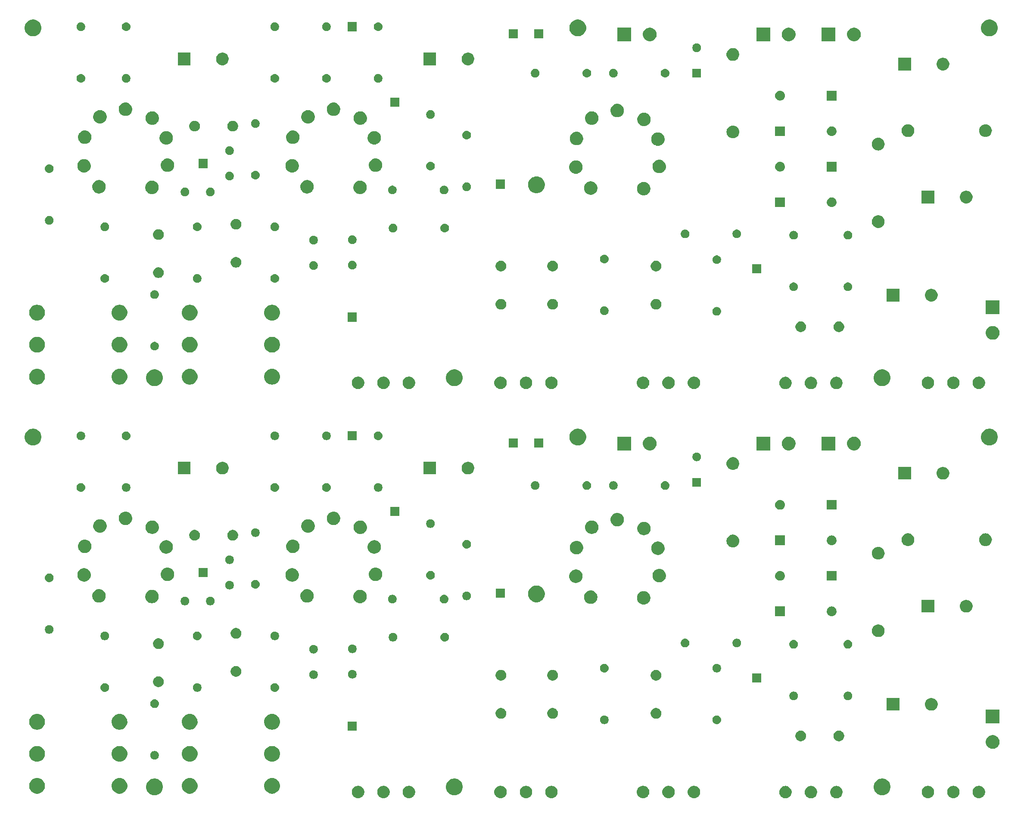
<source format=gts>
%MOIN*%
%OFA0B0*%
%FSLAX46Y46*%
%IPPOS*%
%LPD*%
%ADD10C,0.0039370078740157488*%
%ADD21C,0.0039370078740157488*%
%LPD*%
D10*
G36*
X0006383287Y0000164333D02*
G01*
X0006388037Y0000163388D01*
X0006391661Y0000161887D01*
X0006396785Y0000159765D01*
X0006404659Y0000154504D01*
X0006411354Y0000147808D01*
X0006416615Y0000139935D01*
X0006418738Y0000134810D01*
X0006419847Y0000132132D01*
X0006420239Y0000131187D01*
X0006422086Y0000121899D01*
X0006422086Y0000112430D01*
X0006420239Y0000103143D01*
X0006416615Y0000094395D01*
X0006411354Y0000086521D01*
X0006404659Y0000079826D01*
X0006396785Y0000074565D01*
X0006391661Y0000072442D01*
X0006388037Y0000070941D01*
X0006383500Y0000070039D01*
X0006378750Y0000069094D01*
X0006369281Y0000069094D01*
X0006364530Y0000070039D01*
X0006359993Y0000070941D01*
X0006356370Y0000072442D01*
X0006351245Y0000074565D01*
X0006343372Y0000079826D01*
X0006336676Y0000086521D01*
X0006331415Y0000094395D01*
X0006327792Y0000103143D01*
X0006325944Y0000112430D01*
X0006325944Y0000121899D01*
X0006327792Y0000131187D01*
X0006328183Y0000132132D01*
X0006329293Y0000134810D01*
X0006331415Y0000139935D01*
X0006336676Y0000147808D01*
X0006343372Y0000154504D01*
X0006351245Y0000159765D01*
X0006356370Y0000161887D01*
X0006359993Y0000163388D01*
X0006364744Y0000164333D01*
X0006369281Y0000165236D01*
X0006378750Y0000165236D01*
X0006383287Y0000164333D01*
X0006383287Y0000164333D01*
G37*
G36*
X0006186436Y0000164333D02*
G01*
X0006191187Y0000163388D01*
X0006194810Y0000161887D01*
X0006199935Y0000159765D01*
X0006207808Y0000154504D01*
X0006214504Y0000147808D01*
X0006219765Y0000139935D01*
X0006221887Y0000134810D01*
X0006222997Y0000132132D01*
X0006223388Y0000131187D01*
X0006225236Y0000121899D01*
X0006225236Y0000112430D01*
X0006223388Y0000103143D01*
X0006219765Y0000094395D01*
X0006214504Y0000086521D01*
X0006207808Y0000079826D01*
X0006199935Y0000074565D01*
X0006194810Y0000072442D01*
X0006191187Y0000070941D01*
X0006186650Y0000070039D01*
X0006181899Y0000069094D01*
X0006172430Y0000069094D01*
X0006167680Y0000070039D01*
X0006163143Y0000070941D01*
X0006159519Y0000072442D01*
X0006154395Y0000074565D01*
X0006146521Y0000079826D01*
X0006139826Y0000086521D01*
X0006134565Y0000094395D01*
X0006130941Y0000103143D01*
X0006129094Y0000112430D01*
X0006129094Y0000121899D01*
X0006130941Y0000131187D01*
X0006131333Y0000132132D01*
X0006132442Y0000134810D01*
X0006134565Y0000139935D01*
X0006139826Y0000147808D01*
X0006146521Y0000154504D01*
X0006154395Y0000159765D01*
X0006159519Y0000161887D01*
X0006163143Y0000163388D01*
X0006167893Y0000164333D01*
X0006172430Y0000165236D01*
X0006181899Y0000165236D01*
X0006186436Y0000164333D01*
X0006186436Y0000164333D01*
G37*
G36*
X0005989586Y0000164333D02*
G01*
X0005994336Y0000163388D01*
X0005997960Y0000161887D01*
X0006003085Y0000159765D01*
X0006010958Y0000154504D01*
X0006017654Y0000147808D01*
X0006022914Y0000139935D01*
X0006025037Y0000134810D01*
X0006026147Y0000132132D01*
X0006026538Y0000131187D01*
X0006028385Y0000121899D01*
X0006028385Y0000112430D01*
X0006026538Y0000103143D01*
X0006022914Y0000094395D01*
X0006017654Y0000086521D01*
X0006010958Y0000079826D01*
X0006003085Y0000074565D01*
X0005997960Y0000072442D01*
X0005994336Y0000070941D01*
X0005989799Y0000070039D01*
X0005985049Y0000069094D01*
X0005975580Y0000069094D01*
X0005970830Y0000070039D01*
X0005966293Y0000070941D01*
X0005962669Y0000072442D01*
X0005957544Y0000074565D01*
X0005949671Y0000079826D01*
X0005942975Y0000086521D01*
X0005937715Y0000094395D01*
X0005934091Y0000103143D01*
X0005932244Y0000112430D01*
X0005932244Y0000121899D01*
X0005934091Y0000131187D01*
X0005934482Y0000132132D01*
X0005935592Y0000134810D01*
X0005937715Y0000139935D01*
X0005942975Y0000147808D01*
X0005949671Y0000154504D01*
X0005957544Y0000159765D01*
X0005962669Y0000161887D01*
X0005966293Y0000163388D01*
X0005971043Y0000164333D01*
X0005975580Y0000165236D01*
X0005985049Y0000165236D01*
X0005989586Y0000164333D01*
X0005989586Y0000164333D01*
G37*
G36*
X0003986462Y0000164333D02*
G01*
X0003990086Y0000162832D01*
X0003995210Y0000160710D01*
X0004003084Y0000155449D01*
X0004009780Y0000148753D01*
X0004015040Y0000140880D01*
X0004015432Y0000139935D01*
X0004018664Y0000132132D01*
X0004020511Y0000122844D01*
X0004020511Y0000113375D01*
X0004018664Y0000104088D01*
X0004017163Y0000100464D01*
X0004015040Y0000095340D01*
X0004009780Y0000087466D01*
X0004003084Y0000080771D01*
X0003995210Y0000075510D01*
X0003990086Y0000073387D01*
X0003986462Y0000071886D01*
X0003981819Y0000070962D01*
X0003977175Y0000070039D01*
X0003967706Y0000070039D01*
X0003963062Y0000070962D01*
X0003958419Y0000071886D01*
X0003954795Y0000073387D01*
X0003949670Y0000075510D01*
X0003941797Y0000080771D01*
X0003935101Y0000087466D01*
X0003929841Y0000095340D01*
X0003927718Y0000100464D01*
X0003926217Y0000104088D01*
X0003924370Y0000113375D01*
X0003924370Y0000122844D01*
X0003926217Y0000132132D01*
X0003929449Y0000139935D01*
X0003929841Y0000140880D01*
X0003935101Y0000148753D01*
X0003941797Y0000155449D01*
X0003949670Y0000160710D01*
X0003954795Y0000162832D01*
X0003958419Y0000164333D01*
X0003967706Y0000166181D01*
X0003977175Y0000166181D01*
X0003986462Y0000164333D01*
X0003986462Y0000164333D01*
G37*
G36*
X0004183313Y0000164333D02*
G01*
X0004186936Y0000162832D01*
X0004192061Y0000160710D01*
X0004199934Y0000155449D01*
X0004206630Y0000148753D01*
X0004211891Y0000140880D01*
X0004212282Y0000139935D01*
X0004215514Y0000132132D01*
X0004217362Y0000122844D01*
X0004217362Y0000113375D01*
X0004215514Y0000104088D01*
X0004214013Y0000100464D01*
X0004211891Y0000095340D01*
X0004206630Y0000087466D01*
X0004199934Y0000080771D01*
X0004192061Y0000075510D01*
X0004186936Y0000073387D01*
X0004183313Y0000071886D01*
X0004178669Y0000070962D01*
X0004174025Y0000070039D01*
X0004164556Y0000070039D01*
X0004159913Y0000070962D01*
X0004155269Y0000071886D01*
X0004151645Y0000073387D01*
X0004146521Y0000075510D01*
X0004138647Y0000080771D01*
X0004131952Y0000087466D01*
X0004126691Y0000095340D01*
X0004124568Y0000100464D01*
X0004123067Y0000104088D01*
X0004121220Y0000113375D01*
X0004121220Y0000122844D01*
X0004123067Y0000132132D01*
X0004126300Y0000139935D01*
X0004126691Y0000140880D01*
X0004131952Y0000148753D01*
X0004138647Y0000155449D01*
X0004146521Y0000160710D01*
X0004151645Y0000162832D01*
X0004155269Y0000164333D01*
X0004164556Y0000166181D01*
X0004174025Y0000166181D01*
X0004183313Y0000164333D01*
X0004183313Y0000164333D01*
G37*
G36*
X0003080950Y0000164333D02*
G01*
X0003084574Y0000162832D01*
X0003089699Y0000160710D01*
X0003097572Y0000155449D01*
X0003104268Y0000148753D01*
X0003109529Y0000140880D01*
X0003109920Y0000139935D01*
X0003113152Y0000132132D01*
X0003115000Y0000122844D01*
X0003115000Y0000113375D01*
X0003113152Y0000104088D01*
X0003111651Y0000100464D01*
X0003109529Y0000095340D01*
X0003104268Y0000087466D01*
X0003097572Y0000080771D01*
X0003089699Y0000075510D01*
X0003084574Y0000073387D01*
X0003080950Y0000071886D01*
X0003076307Y0000070962D01*
X0003071663Y0000070039D01*
X0003062194Y0000070039D01*
X0003057550Y0000070962D01*
X0003052907Y0000071886D01*
X0003049283Y0000073387D01*
X0003044159Y0000075510D01*
X0003036285Y0000080771D01*
X0003029590Y0000087466D01*
X0003024329Y0000095340D01*
X0003022206Y0000100464D01*
X0003020705Y0000104088D01*
X0003018858Y0000113375D01*
X0003018858Y0000122844D01*
X0003020705Y0000132132D01*
X0003023937Y0000139935D01*
X0003024329Y0000140880D01*
X0003029590Y0000148753D01*
X0003036285Y0000155449D01*
X0003044159Y0000160710D01*
X0003049283Y0000162832D01*
X0003052907Y0000164333D01*
X0003062194Y0000166181D01*
X0003071663Y0000166181D01*
X0003080950Y0000164333D01*
X0003080950Y0000164333D01*
G37*
G36*
X0002884100Y0000164333D02*
G01*
X0002887724Y0000162832D01*
X0002892848Y0000160710D01*
X0002900722Y0000155449D01*
X0002907417Y0000148753D01*
X0002912678Y0000140880D01*
X0002913070Y0000139935D01*
X0002916302Y0000132132D01*
X0002918149Y0000122844D01*
X0002918149Y0000113375D01*
X0002916302Y0000104088D01*
X0002914801Y0000100464D01*
X0002912678Y0000095340D01*
X0002907417Y0000087466D01*
X0002900722Y0000080771D01*
X0002892848Y0000075510D01*
X0002887724Y0000073387D01*
X0002884100Y0000071886D01*
X0002879456Y0000070962D01*
X0002874813Y0000070039D01*
X0002865344Y0000070039D01*
X0002860700Y0000070962D01*
X0002856056Y0000071886D01*
X0002852433Y0000073387D01*
X0002847308Y0000075510D01*
X0002839435Y0000080771D01*
X0002832739Y0000087466D01*
X0002827478Y0000095340D01*
X0002825356Y0000100464D01*
X0002823855Y0000104088D01*
X0002822007Y0000113375D01*
X0002822007Y0000122844D01*
X0002823855Y0000132132D01*
X0002827087Y0000139935D01*
X0002827478Y0000140880D01*
X0002832739Y0000148753D01*
X0002839435Y0000155449D01*
X0002847308Y0000160710D01*
X0002852433Y0000162832D01*
X0002856056Y0000164333D01*
X0002865344Y0000166181D01*
X0002874813Y0000166181D01*
X0002884100Y0000164333D01*
X0002884100Y0000164333D01*
G37*
G36*
X0002687250Y0000164333D02*
G01*
X0002690873Y0000162832D01*
X0002695998Y0000160710D01*
X0002703871Y0000155449D01*
X0002710567Y0000148753D01*
X0002715828Y0000140880D01*
X0002716219Y0000139935D01*
X0002719451Y0000132132D01*
X0002721299Y0000122844D01*
X0002721299Y0000113375D01*
X0002719451Y0000104088D01*
X0002717950Y0000100464D01*
X0002715828Y0000095340D01*
X0002710567Y0000087466D01*
X0002703871Y0000080771D01*
X0002695998Y0000075510D01*
X0002690873Y0000073387D01*
X0002687250Y0000071886D01*
X0002682606Y0000070962D01*
X0002677962Y0000070039D01*
X0002668493Y0000070039D01*
X0002663850Y0000070962D01*
X0002659206Y0000071886D01*
X0002655582Y0000073387D01*
X0002650458Y0000075510D01*
X0002642584Y0000080771D01*
X0002635889Y0000087466D01*
X0002630628Y0000095340D01*
X0002628505Y0000100464D01*
X0002627004Y0000104088D01*
X0002625157Y0000113375D01*
X0002625157Y0000122844D01*
X0002627004Y0000132132D01*
X0002630237Y0000139935D01*
X0002630628Y0000140880D01*
X0002635889Y0000148753D01*
X0002642584Y0000155449D01*
X0002650458Y0000160710D01*
X0002655582Y0000162832D01*
X0002659206Y0000164333D01*
X0002668493Y0000166181D01*
X0002677962Y0000166181D01*
X0002687250Y0000164333D01*
X0002687250Y0000164333D01*
G37*
G36*
X0007096698Y0000164333D02*
G01*
X0007100322Y0000162832D01*
X0007105447Y0000160710D01*
X0007113320Y0000155449D01*
X0007120016Y0000148753D01*
X0007125277Y0000140880D01*
X0007125668Y0000139935D01*
X0007128900Y0000132132D01*
X0007130748Y0000122844D01*
X0007130748Y0000113375D01*
X0007128900Y0000104088D01*
X0007127399Y0000100464D01*
X0007125277Y0000095340D01*
X0007120016Y0000087466D01*
X0007113320Y0000080771D01*
X0007105447Y0000075510D01*
X0007100322Y0000073387D01*
X0007096698Y0000071886D01*
X0007092055Y0000070962D01*
X0007087411Y0000070039D01*
X0007077942Y0000070039D01*
X0007073299Y0000070962D01*
X0007068655Y0000071886D01*
X0007065031Y0000073387D01*
X0007059907Y0000075510D01*
X0007052033Y0000080771D01*
X0007045338Y0000087466D01*
X0007040077Y0000095340D01*
X0007037954Y0000100464D01*
X0007036453Y0000104088D01*
X0007034606Y0000113375D01*
X0007034606Y0000122844D01*
X0007036453Y0000132132D01*
X0007039685Y0000139935D01*
X0007040077Y0000140880D01*
X0007045338Y0000148753D01*
X0007052033Y0000155449D01*
X0007059907Y0000160710D01*
X0007065031Y0000162832D01*
X0007068655Y0000164333D01*
X0007077942Y0000166181D01*
X0007087411Y0000166181D01*
X0007096698Y0000164333D01*
X0007096698Y0000164333D01*
G37*
G36*
X0007490399Y0000164333D02*
G01*
X0007494023Y0000162832D01*
X0007499147Y0000160710D01*
X0007507021Y0000155449D01*
X0007513717Y0000148753D01*
X0007518977Y0000140880D01*
X0007519369Y0000139935D01*
X0007522601Y0000132132D01*
X0007524448Y0000122844D01*
X0007524448Y0000113375D01*
X0007522601Y0000104088D01*
X0007521100Y0000100464D01*
X0007518977Y0000095340D01*
X0007513717Y0000087466D01*
X0007507021Y0000080771D01*
X0007499147Y0000075510D01*
X0007494023Y0000073387D01*
X0007490399Y0000071886D01*
X0007485756Y0000070962D01*
X0007481112Y0000070039D01*
X0007471643Y0000070039D01*
X0007466999Y0000070962D01*
X0007462356Y0000071886D01*
X0007458732Y0000073387D01*
X0007453607Y0000075510D01*
X0007445734Y0000080771D01*
X0007439038Y0000087466D01*
X0007433778Y0000095340D01*
X0007431655Y0000100464D01*
X0007430154Y0000104088D01*
X0007428307Y0000113375D01*
X0007428307Y0000122844D01*
X0007430154Y0000132132D01*
X0007433386Y0000139935D01*
X0007433778Y0000140880D01*
X0007439038Y0000148753D01*
X0007445734Y0000155449D01*
X0007453607Y0000160710D01*
X0007458732Y0000162832D01*
X0007462356Y0000164333D01*
X0007471643Y0000166181D01*
X0007481112Y0000166181D01*
X0007490399Y0000164333D01*
X0007490399Y0000164333D01*
G37*
G36*
X0007293549Y0000164333D02*
G01*
X0007297172Y0000162832D01*
X0007302297Y0000160710D01*
X0007310170Y0000155449D01*
X0007316866Y0000148753D01*
X0007322127Y0000140880D01*
X0007322518Y0000139935D01*
X0007325751Y0000132132D01*
X0007327598Y0000122844D01*
X0007327598Y0000113375D01*
X0007325751Y0000104088D01*
X0007324250Y0000100464D01*
X0007322127Y0000095340D01*
X0007316866Y0000087466D01*
X0007310170Y0000080771D01*
X0007302297Y0000075510D01*
X0007297172Y0000073387D01*
X0007293549Y0000071886D01*
X0007288905Y0000070962D01*
X0007284262Y0000070039D01*
X0007274792Y0000070039D01*
X0007270149Y0000070962D01*
X0007265505Y0000071886D01*
X0007261882Y0000073387D01*
X0007256757Y0000075510D01*
X0007248884Y0000080771D01*
X0007242188Y0000087466D01*
X0007236927Y0000095340D01*
X0007234805Y0000100464D01*
X0007233304Y0000104088D01*
X0007231456Y0000113375D01*
X0007231456Y0000122844D01*
X0007233304Y0000132132D01*
X0007236536Y0000139935D01*
X0007236927Y0000140880D01*
X0007242188Y0000148753D01*
X0007248884Y0000155449D01*
X0007256757Y0000160710D01*
X0007261882Y0000162832D01*
X0007265505Y0000164333D01*
X0007274792Y0000166181D01*
X0007284262Y0000166181D01*
X0007293549Y0000164333D01*
X0007293549Y0000164333D01*
G37*
G36*
X0003789612Y0000164333D02*
G01*
X0003793235Y0000162832D01*
X0003798360Y0000160710D01*
X0003806233Y0000155449D01*
X0003812929Y0000148753D01*
X0003818190Y0000140880D01*
X0003818581Y0000139935D01*
X0003821814Y0000132132D01*
X0003823661Y0000122844D01*
X0003823661Y0000113375D01*
X0003821814Y0000104088D01*
X0003820313Y0000100464D01*
X0003818190Y0000095340D01*
X0003812929Y0000087466D01*
X0003806233Y0000080771D01*
X0003798360Y0000075510D01*
X0003793235Y0000073387D01*
X0003789612Y0000071886D01*
X0003784968Y0000070962D01*
X0003780325Y0000070039D01*
X0003770855Y0000070039D01*
X0003766212Y0000070962D01*
X0003761568Y0000071886D01*
X0003757945Y0000073387D01*
X0003752820Y0000075510D01*
X0003744947Y0000080771D01*
X0003738251Y0000087466D01*
X0003732990Y0000095340D01*
X0003730867Y0000100464D01*
X0003729367Y0000104088D01*
X0003727519Y0000113375D01*
X0003727519Y0000122844D01*
X0003729367Y0000132132D01*
X0003732599Y0000139935D01*
X0003732990Y0000140880D01*
X0003738251Y0000148753D01*
X0003744947Y0000155449D01*
X0003752820Y0000160710D01*
X0003757945Y0000162832D01*
X0003761568Y0000164333D01*
X0003770855Y0000166181D01*
X0003780325Y0000166181D01*
X0003789612Y0000164333D01*
X0003789612Y0000164333D01*
G37*
G36*
X0004892368Y0000164333D02*
G01*
X0004895991Y0000162832D01*
X0004901116Y0000160710D01*
X0004908989Y0000155449D01*
X0004915685Y0000148753D01*
X0004920946Y0000140880D01*
X0004921337Y0000139935D01*
X0004924570Y0000132132D01*
X0004926417Y0000122844D01*
X0004926417Y0000113375D01*
X0004924570Y0000104088D01*
X0004923069Y0000100464D01*
X0004920946Y0000095340D01*
X0004915685Y0000087466D01*
X0004908989Y0000080771D01*
X0004901116Y0000075510D01*
X0004895991Y0000073387D01*
X0004892368Y0000071886D01*
X0004887724Y0000070962D01*
X0004883081Y0000070039D01*
X0004873611Y0000070039D01*
X0004868968Y0000070962D01*
X0004864324Y0000071886D01*
X0004860701Y0000073387D01*
X0004855576Y0000075510D01*
X0004847703Y0000080771D01*
X0004841007Y0000087466D01*
X0004835746Y0000095340D01*
X0004833623Y0000100464D01*
X0004832122Y0000104088D01*
X0004830275Y0000113375D01*
X0004830275Y0000122844D01*
X0004832122Y0000132132D01*
X0004835355Y0000139935D01*
X0004835746Y0000140880D01*
X0004841007Y0000148753D01*
X0004847703Y0000155449D01*
X0004855576Y0000160710D01*
X0004860701Y0000162832D01*
X0004864324Y0000164333D01*
X0004873611Y0000166181D01*
X0004883081Y0000166181D01*
X0004892368Y0000164333D01*
X0004892368Y0000164333D01*
G37*
G36*
X0005089218Y0000164333D02*
G01*
X0005092842Y0000162832D01*
X0005097966Y0000160710D01*
X0005105840Y0000155449D01*
X0005112535Y0000148753D01*
X0005117796Y0000140880D01*
X0005118188Y0000139935D01*
X0005121420Y0000132132D01*
X0005123267Y0000122844D01*
X0005123267Y0000113375D01*
X0005121420Y0000104088D01*
X0005119919Y0000100464D01*
X0005117796Y0000095340D01*
X0005112535Y0000087466D01*
X0005105840Y0000080771D01*
X0005097966Y0000075510D01*
X0005092842Y0000073387D01*
X0005089218Y0000071886D01*
X0005084574Y0000070962D01*
X0005079931Y0000070039D01*
X0005070462Y0000070039D01*
X0005065818Y0000070962D01*
X0005061175Y0000071886D01*
X0005057551Y0000073387D01*
X0005052426Y0000075510D01*
X0005044553Y0000080771D01*
X0005037857Y0000087466D01*
X0005032596Y0000095340D01*
X0005030474Y0000100464D01*
X0005028973Y0000104088D01*
X0005027125Y0000113375D01*
X0005027125Y0000122844D01*
X0005028973Y0000132132D01*
X0005032205Y0000139935D01*
X0005032596Y0000140880D01*
X0005037857Y0000148753D01*
X0005044553Y0000155449D01*
X0005052426Y0000160710D01*
X0005057551Y0000162832D01*
X0005061175Y0000164333D01*
X0005070462Y0000166181D01*
X0005079931Y0000166181D01*
X0005089218Y0000164333D01*
X0005089218Y0000164333D01*
G37*
G36*
X0005286069Y0000164333D02*
G01*
X0005289692Y0000162832D01*
X0005294817Y0000160710D01*
X0005302690Y0000155449D01*
X0005309386Y0000148753D01*
X0005314647Y0000140880D01*
X0005315038Y0000139935D01*
X0005318270Y0000132132D01*
X0005320118Y0000122844D01*
X0005320118Y0000113375D01*
X0005318270Y0000104088D01*
X0005316769Y0000100464D01*
X0005314647Y0000095340D01*
X0005309386Y0000087466D01*
X0005302690Y0000080771D01*
X0005294817Y0000075510D01*
X0005289692Y0000073387D01*
X0005286069Y0000071886D01*
X0005281425Y0000070962D01*
X0005276781Y0000070039D01*
X0005267312Y0000070039D01*
X0005262669Y0000070962D01*
X0005258025Y0000071886D01*
X0005254401Y0000073387D01*
X0005249277Y0000075510D01*
X0005241403Y0000080771D01*
X0005234708Y0000087466D01*
X0005229447Y0000095340D01*
X0005227324Y0000100464D01*
X0005225823Y0000104088D01*
X0005223976Y0000113375D01*
X0005223976Y0000122844D01*
X0005225823Y0000132132D01*
X0005229055Y0000139935D01*
X0005229447Y0000140880D01*
X0005234708Y0000148753D01*
X0005241403Y0000155449D01*
X0005249277Y0000160710D01*
X0005254401Y0000162832D01*
X0005258025Y0000164333D01*
X0005267312Y0000166181D01*
X0005276781Y0000166181D01*
X0005286069Y0000164333D01*
X0005286069Y0000164333D01*
G37*
G36*
X0006743120Y0000220500D02*
G01*
X0006747306Y0000219667D01*
X0006759135Y0000214767D01*
X0006769781Y0000207654D01*
X0006778835Y0000198600D01*
X0006778835Y0000198600D01*
X0006785948Y0000187954D01*
X0006790848Y0000176125D01*
X0006793194Y0000164333D01*
X0006793346Y0000163567D01*
X0006793346Y0000150763D01*
X0006790848Y0000138205D01*
X0006785948Y0000126376D01*
X0006778835Y0000115730D01*
X0006769781Y0000106676D01*
X0006759135Y0000099563D01*
X0006747306Y0000094663D01*
X0006743120Y0000093830D01*
X0006734748Y0000092165D01*
X0006721944Y0000092165D01*
X0006713572Y0000093830D01*
X0006709386Y0000094663D01*
X0006697557Y0000099563D01*
X0006686911Y0000106676D01*
X0006677857Y0000115730D01*
X0006670744Y0000126376D01*
X0006665844Y0000138205D01*
X0006663346Y0000150763D01*
X0006663346Y0000163567D01*
X0006663498Y0000164333D01*
X0006665844Y0000176125D01*
X0006670744Y0000187954D01*
X0006677857Y0000198600D01*
X0006677857Y0000198600D01*
X0006686911Y0000207654D01*
X0006697557Y0000214767D01*
X0006709386Y0000219667D01*
X0006713572Y0000220500D01*
X0006721944Y0000222165D01*
X0006734748Y0000222165D01*
X0006743120Y0000220500D01*
X0006743120Y0000220500D01*
G37*
G36*
X0003433120Y0000220500D02*
G01*
X0003437306Y0000219667D01*
X0003449135Y0000214767D01*
X0003459781Y0000207654D01*
X0003468835Y0000198600D01*
X0003468835Y0000198600D01*
X0003475948Y0000187954D01*
X0003480848Y0000176125D01*
X0003483194Y0000164333D01*
X0003483346Y0000163567D01*
X0003483346Y0000150763D01*
X0003480848Y0000138205D01*
X0003475948Y0000126376D01*
X0003468835Y0000115730D01*
X0003459781Y0000106676D01*
X0003449135Y0000099563D01*
X0003437306Y0000094663D01*
X0003433120Y0000093830D01*
X0003424748Y0000092165D01*
X0003411944Y0000092165D01*
X0003403572Y0000093830D01*
X0003399386Y0000094663D01*
X0003387557Y0000099563D01*
X0003376911Y0000106676D01*
X0003367857Y0000115730D01*
X0003360744Y0000126376D01*
X0003355844Y0000138205D01*
X0003353346Y0000150763D01*
X0003353346Y0000163567D01*
X0003353498Y0000164333D01*
X0003355844Y0000176125D01*
X0003360744Y0000187954D01*
X0003367857Y0000198600D01*
X0003367857Y0000198600D01*
X0003376911Y0000207654D01*
X0003387557Y0000214767D01*
X0003399386Y0000219667D01*
X0003403572Y0000220500D01*
X0003411944Y0000222165D01*
X0003424748Y0000222165D01*
X0003433120Y0000220500D01*
X0003433120Y0000220500D01*
G37*
G36*
X0001113120Y0000220500D02*
G01*
X0001117306Y0000219667D01*
X0001129135Y0000214767D01*
X0001139781Y0000207654D01*
X0001148835Y0000198600D01*
X0001148835Y0000198600D01*
X0001155948Y0000187954D01*
X0001160848Y0000176125D01*
X0001163194Y0000164333D01*
X0001163346Y0000163567D01*
X0001163346Y0000150763D01*
X0001160848Y0000138205D01*
X0001155948Y0000126376D01*
X0001148835Y0000115730D01*
X0001139781Y0000106676D01*
X0001129135Y0000099563D01*
X0001117306Y0000094663D01*
X0001113120Y0000093830D01*
X0001104748Y0000092165D01*
X0001091944Y0000092165D01*
X0001083572Y0000093830D01*
X0001079386Y0000094663D01*
X0001067557Y0000099563D01*
X0001056911Y0000106676D01*
X0001047857Y0000115730D01*
X0001040744Y0000126376D01*
X0001035844Y0000138205D01*
X0001033346Y0000150763D01*
X0001033346Y0000163567D01*
X0001033498Y0000164333D01*
X0001035844Y0000176125D01*
X0001040744Y0000187954D01*
X0001047857Y0000198600D01*
X0001047857Y0000198600D01*
X0001056911Y0000207654D01*
X0001067557Y0000214767D01*
X0001079386Y0000219667D01*
X0001083572Y0000220500D01*
X0001091944Y0000222165D01*
X0001104748Y0000222165D01*
X0001113120Y0000220500D01*
X0001113120Y0000220500D01*
G37*
G36*
X0002019786Y0000225244D02*
G01*
X0002025685Y0000224070D01*
X0002036798Y0000219467D01*
X0002046799Y0000212785D01*
X0002055304Y0000204279D01*
X0002061987Y0000194278D01*
X0002066590Y0000183165D01*
X0002068937Y0000171368D01*
X0002068937Y0000159340D01*
X0002066590Y0000147542D01*
X0002061987Y0000136430D01*
X0002055304Y0000126428D01*
X0002046799Y0000117923D01*
X0002036798Y0000111240D01*
X0002025685Y0000106637D01*
X0002019786Y0000105464D01*
X0002013888Y0000104291D01*
X0002001859Y0000104291D01*
X0001995961Y0000105464D01*
X0001990062Y0000106637D01*
X0001978949Y0000111240D01*
X0001968948Y0000117923D01*
X0001960443Y0000126428D01*
X0001953760Y0000136430D01*
X0001949157Y0000147542D01*
X0001946811Y0000159340D01*
X0001946811Y0000171368D01*
X0001949157Y0000183165D01*
X0001953760Y0000194278D01*
X0001960443Y0000204279D01*
X0001968948Y0000212785D01*
X0001978949Y0000219467D01*
X0001990062Y0000224070D01*
X0001995961Y0000225244D01*
X0002001859Y0000226417D01*
X0002013888Y0000226417D01*
X0002019786Y0000225244D01*
X0002019786Y0000225244D01*
G37*
G36*
X0001381991Y0000225244D02*
G01*
X0001387890Y0000224070D01*
X0001399002Y0000219467D01*
X0001409004Y0000212785D01*
X0001417509Y0000204279D01*
X0001424192Y0000194278D01*
X0001428795Y0000183165D01*
X0001431141Y0000171368D01*
X0001431141Y0000159340D01*
X0001428795Y0000147542D01*
X0001424192Y0000136430D01*
X0001417509Y0000126428D01*
X0001409004Y0000117923D01*
X0001399002Y0000111240D01*
X0001387890Y0000106637D01*
X0001381991Y0000105464D01*
X0001376092Y0000104291D01*
X0001364064Y0000104291D01*
X0001358165Y0000105464D01*
X0001352267Y0000106637D01*
X0001341154Y0000111240D01*
X0001331153Y0000117923D01*
X0001322647Y0000126428D01*
X0001315965Y0000136430D01*
X0001311362Y0000147542D01*
X0001309015Y0000159340D01*
X0001309015Y0000171368D01*
X0001311362Y0000183165D01*
X0001315965Y0000194278D01*
X0001322647Y0000204279D01*
X0001331153Y0000212785D01*
X0001341154Y0000219467D01*
X0001352267Y0000224070D01*
X0001358165Y0000225244D01*
X0001364064Y0000226417D01*
X0001376092Y0000226417D01*
X0001381991Y0000225244D01*
X0001381991Y0000225244D01*
G37*
G36*
X0000838684Y0000225244D02*
G01*
X0000844583Y0000224070D01*
X0000855695Y0000219467D01*
X0000865697Y0000212785D01*
X0000874202Y0000204279D01*
X0000880884Y0000194278D01*
X0000885487Y0000183165D01*
X0000887834Y0000171368D01*
X0000887834Y0000159340D01*
X0000885487Y0000147542D01*
X0000880884Y0000136430D01*
X0000874202Y0000126428D01*
X0000865697Y0000117923D01*
X0000855695Y0000111240D01*
X0000844583Y0000106637D01*
X0000838684Y0000105464D01*
X0000832785Y0000104291D01*
X0000820757Y0000104291D01*
X0000814858Y0000105464D01*
X0000808960Y0000106637D01*
X0000797847Y0000111240D01*
X0000787846Y0000117923D01*
X0000779340Y0000126428D01*
X0000772658Y0000136430D01*
X0000768055Y0000147542D01*
X0000765708Y0000159340D01*
X0000765708Y0000171368D01*
X0000768055Y0000183165D01*
X0000772658Y0000194278D01*
X0000779340Y0000204279D01*
X0000787846Y0000212785D01*
X0000797847Y0000219467D01*
X0000808960Y0000224070D01*
X0000814858Y0000225244D01*
X0000820757Y0000226417D01*
X0000832785Y0000226417D01*
X0000838684Y0000225244D01*
X0000838684Y0000225244D01*
G37*
G36*
X0000200889Y0000225244D02*
G01*
X0000206787Y0000224070D01*
X0000217900Y0000219467D01*
X0000227901Y0000212785D01*
X0000236407Y0000204279D01*
X0000243089Y0000194278D01*
X0000247692Y0000183165D01*
X0000250039Y0000171368D01*
X0000250039Y0000159340D01*
X0000247692Y0000147542D01*
X0000243089Y0000136430D01*
X0000236407Y0000126428D01*
X0000227901Y0000117923D01*
X0000217900Y0000111240D01*
X0000206787Y0000106637D01*
X0000200889Y0000105464D01*
X0000194990Y0000104291D01*
X0000182962Y0000104291D01*
X0000177063Y0000105464D01*
X0000171164Y0000106637D01*
X0000160052Y0000111240D01*
X0000150050Y0000117923D01*
X0000141545Y0000126428D01*
X0000134863Y0000136430D01*
X0000130260Y0000147542D01*
X0000127913Y0000159340D01*
X0000127913Y0000171368D01*
X0000130260Y0000183165D01*
X0000134863Y0000194278D01*
X0000141545Y0000204279D01*
X0000150050Y0000212785D01*
X0000160052Y0000219467D01*
X0000171164Y0000224070D01*
X0000177063Y0000225244D01*
X0000182962Y0000226417D01*
X0000194990Y0000226417D01*
X0000200889Y0000225244D01*
X0000200889Y0000225244D01*
G37*
G36*
X0000200889Y0000473275D02*
G01*
X0000206787Y0000472102D01*
X0000217900Y0000467499D01*
X0000227901Y0000460816D01*
X0000236407Y0000452311D01*
X0000243089Y0000442309D01*
X0000247692Y0000431197D01*
X0000250039Y0000419400D01*
X0000250039Y0000407371D01*
X0000247692Y0000395574D01*
X0000243089Y0000384461D01*
X0000236407Y0000374460D01*
X0000227901Y0000365955D01*
X0000217900Y0000359272D01*
X0000206787Y0000354669D01*
X0000200889Y0000353496D01*
X0000194990Y0000352322D01*
X0000182962Y0000352322D01*
X0000177063Y0000353496D01*
X0000171164Y0000354669D01*
X0000160052Y0000359272D01*
X0000150050Y0000365955D01*
X0000141545Y0000374460D01*
X0000134863Y0000384461D01*
X0000130260Y0000395574D01*
X0000127913Y0000407371D01*
X0000127913Y0000419400D01*
X0000130260Y0000431197D01*
X0000134863Y0000442309D01*
X0000141545Y0000452311D01*
X0000150050Y0000460816D01*
X0000160052Y0000467499D01*
X0000171164Y0000472102D01*
X0000177063Y0000473275D01*
X0000182962Y0000474448D01*
X0000194990Y0000474448D01*
X0000200889Y0000473275D01*
X0000200889Y0000473275D01*
G37*
G36*
X0000838684Y0000473275D02*
G01*
X0000844583Y0000472102D01*
X0000855695Y0000467499D01*
X0000865697Y0000460816D01*
X0000874202Y0000452311D01*
X0000880884Y0000442309D01*
X0000885487Y0000431197D01*
X0000887834Y0000419400D01*
X0000887834Y0000407371D01*
X0000885487Y0000395574D01*
X0000880884Y0000384461D01*
X0000874202Y0000374460D01*
X0000865697Y0000365955D01*
X0000855695Y0000359272D01*
X0000844583Y0000354669D01*
X0000838684Y0000353496D01*
X0000832785Y0000352322D01*
X0000820757Y0000352322D01*
X0000814858Y0000353496D01*
X0000808960Y0000354669D01*
X0000797847Y0000359272D01*
X0000787846Y0000365955D01*
X0000779340Y0000374460D01*
X0000772658Y0000384461D01*
X0000768055Y0000395574D01*
X0000765708Y0000407371D01*
X0000765708Y0000419400D01*
X0000768055Y0000431197D01*
X0000772658Y0000442309D01*
X0000779340Y0000452311D01*
X0000787846Y0000460816D01*
X0000797847Y0000467499D01*
X0000808960Y0000472102D01*
X0000814858Y0000473275D01*
X0000820757Y0000474448D01*
X0000832785Y0000474448D01*
X0000838684Y0000473275D01*
X0000838684Y0000473275D01*
G37*
G36*
X0001381991Y0000473275D02*
G01*
X0001387890Y0000472102D01*
X0001399002Y0000467499D01*
X0001409004Y0000460816D01*
X0001417509Y0000452311D01*
X0001424192Y0000442309D01*
X0001428795Y0000431197D01*
X0001431141Y0000419400D01*
X0001431141Y0000407371D01*
X0001428795Y0000395574D01*
X0001424192Y0000384461D01*
X0001417509Y0000374460D01*
X0001409004Y0000365955D01*
X0001399002Y0000359272D01*
X0001387890Y0000354669D01*
X0001381991Y0000353496D01*
X0001376092Y0000352322D01*
X0001364064Y0000352322D01*
X0001358165Y0000353496D01*
X0001352267Y0000354669D01*
X0001341154Y0000359272D01*
X0001331153Y0000365955D01*
X0001322647Y0000374460D01*
X0001315965Y0000384461D01*
X0001311362Y0000395574D01*
X0001309015Y0000407371D01*
X0001309015Y0000419400D01*
X0001311362Y0000431197D01*
X0001315965Y0000442309D01*
X0001322647Y0000452311D01*
X0001331153Y0000460816D01*
X0001341154Y0000467499D01*
X0001352267Y0000472102D01*
X0001358165Y0000473275D01*
X0001364064Y0000474448D01*
X0001376092Y0000474448D01*
X0001381991Y0000473275D01*
X0001381991Y0000473275D01*
G37*
G36*
X0002019786Y0000473275D02*
G01*
X0002025685Y0000472102D01*
X0002036798Y0000467499D01*
X0002046799Y0000460816D01*
X0002055304Y0000452311D01*
X0002061987Y0000442309D01*
X0002066590Y0000431197D01*
X0002068937Y0000419400D01*
X0002068937Y0000407371D01*
X0002066590Y0000395574D01*
X0002061987Y0000384461D01*
X0002055304Y0000374460D01*
X0002046799Y0000365955D01*
X0002036798Y0000359272D01*
X0002025685Y0000354669D01*
X0002019786Y0000353496D01*
X0002013888Y0000352322D01*
X0002001859Y0000352322D01*
X0001995961Y0000353496D01*
X0001990062Y0000354669D01*
X0001978949Y0000359272D01*
X0001968948Y0000365955D01*
X0001960443Y0000374460D01*
X0001953760Y0000384461D01*
X0001949157Y0000395574D01*
X0001946811Y0000407371D01*
X0001946811Y0000419400D01*
X0001949157Y0000431197D01*
X0001953760Y0000442309D01*
X0001960443Y0000452311D01*
X0001968948Y0000460816D01*
X0001978949Y0000467499D01*
X0001990062Y0000472102D01*
X0001995961Y0000473275D01*
X0002001859Y0000474448D01*
X0002013888Y0000474448D01*
X0002019786Y0000473275D01*
X0002019786Y0000473275D01*
G37*
G36*
X0001108119Y0000434381D02*
G01*
X0001114216Y0000431856D01*
X0001119703Y0000428189D01*
X0001124370Y0000423522D01*
X0001128037Y0000418035D01*
X0001130562Y0000411938D01*
X0001131850Y0000405465D01*
X0001131850Y0000398865D01*
X0001130562Y0000392392D01*
X0001128037Y0000386295D01*
X0001124370Y0000380807D01*
X0001119703Y0000376141D01*
X0001114216Y0000372474D01*
X0001108119Y0000369948D01*
X0001101646Y0000368661D01*
X0001095046Y0000368661D01*
X0001088573Y0000369948D01*
X0001082476Y0000372474D01*
X0001076988Y0000376141D01*
X0001072322Y0000380807D01*
X0001068655Y0000386295D01*
X0001066130Y0000392392D01*
X0001064842Y0000398865D01*
X0001064842Y0000405465D01*
X0001066130Y0000411938D01*
X0001068655Y0000418035D01*
X0001072322Y0000423522D01*
X0001076988Y0000428189D01*
X0001082476Y0000431856D01*
X0001088573Y0000434381D01*
X0001095046Y0000435669D01*
X0001101646Y0000435669D01*
X0001108119Y0000434381D01*
X0001108119Y0000434381D01*
G37*
G36*
X0007598861Y0000556459D02*
G01*
X0007608540Y0000552450D01*
X0007612926Y0000549520D01*
X0007617252Y0000546629D01*
X0007624661Y0000539220D01*
X0007630481Y0000530509D01*
X0007634491Y0000520829D01*
X0007636535Y0000510553D01*
X0007636535Y0000500076D01*
X0007634491Y0000489800D01*
X0007630481Y0000480120D01*
X0007625124Y0000472102D01*
X0007624661Y0000471408D01*
X0007617252Y0000464000D01*
X0007608540Y0000458179D01*
X0007608540Y0000458179D01*
X0007608540Y0000458179D01*
X0007598861Y0000454169D01*
X0007588585Y0000452125D01*
X0007578107Y0000452125D01*
X0007567831Y0000454169D01*
X0007558152Y0000458179D01*
X0007558152Y0000458179D01*
X0007558152Y0000458179D01*
X0007549440Y0000464000D01*
X0007542031Y0000471408D01*
X0007541568Y0000472102D01*
X0007536210Y0000480120D01*
X0007532201Y0000489800D01*
X0007530157Y0000500076D01*
X0007530157Y0000510553D01*
X0007532201Y0000520829D01*
X0007536210Y0000530509D01*
X0007542031Y0000539220D01*
X0007549440Y0000546629D01*
X0007553766Y0000549520D01*
X0007558152Y0000552450D01*
X0007567831Y0000556459D01*
X0007578107Y0000558503D01*
X0007588585Y0000558503D01*
X0007598861Y0000556459D01*
X0007598861Y0000556459D01*
G37*
G36*
X0006110140Y0000591953D02*
G01*
X0006117670Y0000588834D01*
X0006117670Y0000588834D01*
X0006124447Y0000584305D01*
X0006130211Y0000578542D01*
X0006134739Y0000571765D01*
X0006137858Y0000564234D01*
X0006139448Y0000556240D01*
X0006139448Y0000548089D01*
X0006137858Y0000540095D01*
X0006137496Y0000539220D01*
X0006134739Y0000532565D01*
X0006130211Y0000525788D01*
X0006124447Y0000520024D01*
X0006117670Y0000515496D01*
X0006117670Y0000515496D01*
X0006117670Y0000515496D01*
X0006110140Y0000512377D01*
X0006102146Y0000510787D01*
X0006093995Y0000510787D01*
X0006086001Y0000512377D01*
X0006078471Y0000515496D01*
X0006078471Y0000515496D01*
X0006078471Y0000515496D01*
X0006071693Y0000520024D01*
X0006065930Y0000525788D01*
X0006061402Y0000532565D01*
X0006058645Y0000539220D01*
X0006058283Y0000540095D01*
X0006056692Y0000548089D01*
X0006056692Y0000556240D01*
X0006058283Y0000564234D01*
X0006061402Y0000571765D01*
X0006065930Y0000578542D01*
X0006071693Y0000584305D01*
X0006078471Y0000588834D01*
X0006078471Y0000588834D01*
X0006086001Y0000591953D01*
X0006093995Y0000593543D01*
X0006102146Y0000593543D01*
X0006110140Y0000591953D01*
X0006110140Y0000591953D01*
G37*
G36*
X0006405415Y0000591953D02*
G01*
X0006412946Y0000588834D01*
X0006412946Y0000588834D01*
X0006419723Y0000584305D01*
X0006425486Y0000578542D01*
X0006430015Y0000571765D01*
X0006433134Y0000564234D01*
X0006434724Y0000556240D01*
X0006434724Y0000548089D01*
X0006433134Y0000540095D01*
X0006432771Y0000539220D01*
X0006430015Y0000532565D01*
X0006425486Y0000525788D01*
X0006419723Y0000520024D01*
X0006412946Y0000515496D01*
X0006412946Y0000515496D01*
X0006412946Y0000515496D01*
X0006405415Y0000512377D01*
X0006397421Y0000510787D01*
X0006389271Y0000510787D01*
X0006381277Y0000512377D01*
X0006373746Y0000515496D01*
X0006373746Y0000515496D01*
X0006373746Y0000515496D01*
X0006366969Y0000520024D01*
X0006361206Y0000525788D01*
X0006356677Y0000532565D01*
X0006353921Y0000539220D01*
X0006353558Y0000540095D01*
X0006351968Y0000548089D01*
X0006351968Y0000556240D01*
X0006353558Y0000564234D01*
X0006356677Y0000571765D01*
X0006361206Y0000578542D01*
X0006366969Y0000584305D01*
X0006373746Y0000588834D01*
X0006373746Y0000588834D01*
X0006381277Y0000591953D01*
X0006389271Y0000593543D01*
X0006397421Y0000593543D01*
X0006405415Y0000591953D01*
X0006405415Y0000591953D01*
G37*
G36*
X0002663818Y0000591692D02*
G01*
X0002592873Y0000591692D01*
X0002592873Y0000662637D01*
X0002663818Y0000662637D01*
X0002663818Y0000591692D01*
X0002663818Y0000591692D01*
G37*
G36*
X0000838684Y0000721306D02*
G01*
X0000844583Y0000720133D01*
X0000855695Y0000715530D01*
X0000865697Y0000708848D01*
X0000874202Y0000700342D01*
X0000880884Y0000690341D01*
X0000885487Y0000679228D01*
X0000885487Y0000679228D01*
X0000887204Y0000670597D01*
X0000887834Y0000667431D01*
X0000887834Y0000655403D01*
X0000885487Y0000643605D01*
X0000880884Y0000632493D01*
X0000874202Y0000622491D01*
X0000865697Y0000613986D01*
X0000855695Y0000607303D01*
X0000844583Y0000602700D01*
X0000838684Y0000601527D01*
X0000832785Y0000600354D01*
X0000820757Y0000600354D01*
X0000814858Y0000601527D01*
X0000808960Y0000602700D01*
X0000797847Y0000607303D01*
X0000787846Y0000613986D01*
X0000779340Y0000622491D01*
X0000772658Y0000632493D01*
X0000768055Y0000643605D01*
X0000765708Y0000655403D01*
X0000765708Y0000667431D01*
X0000766338Y0000670597D01*
X0000768055Y0000679228D01*
X0000768055Y0000679228D01*
X0000772658Y0000690341D01*
X0000779340Y0000700342D01*
X0000787846Y0000708848D01*
X0000797847Y0000715530D01*
X0000808960Y0000720133D01*
X0000814858Y0000721306D01*
X0000820757Y0000722480D01*
X0000832785Y0000722480D01*
X0000838684Y0000721306D01*
X0000838684Y0000721306D01*
G37*
G36*
X0001381991Y0000721306D02*
G01*
X0001387890Y0000720133D01*
X0001399002Y0000715530D01*
X0001409004Y0000708848D01*
X0001417509Y0000700342D01*
X0001424192Y0000690341D01*
X0001428795Y0000679228D01*
X0001428795Y0000679228D01*
X0001430511Y0000670597D01*
X0001431141Y0000667431D01*
X0001431141Y0000655403D01*
X0001428795Y0000643605D01*
X0001424192Y0000632493D01*
X0001417509Y0000622491D01*
X0001409004Y0000613986D01*
X0001399002Y0000607303D01*
X0001387890Y0000602700D01*
X0001381991Y0000601527D01*
X0001376092Y0000600354D01*
X0001364064Y0000600354D01*
X0001358165Y0000601527D01*
X0001352267Y0000602700D01*
X0001341154Y0000607303D01*
X0001331153Y0000613986D01*
X0001322647Y0000622491D01*
X0001315965Y0000632493D01*
X0001311362Y0000643605D01*
X0001309015Y0000655403D01*
X0001309015Y0000667431D01*
X0001309645Y0000670597D01*
X0001311362Y0000679228D01*
X0001311362Y0000679228D01*
X0001315965Y0000690341D01*
X0001322647Y0000700342D01*
X0001331153Y0000708848D01*
X0001341154Y0000715530D01*
X0001352267Y0000720133D01*
X0001358165Y0000721306D01*
X0001364064Y0000722480D01*
X0001376092Y0000722480D01*
X0001381991Y0000721306D01*
X0001381991Y0000721306D01*
G37*
G36*
X0002019786Y0000721306D02*
G01*
X0002025685Y0000720133D01*
X0002036798Y0000715530D01*
X0002046799Y0000708848D01*
X0002055304Y0000700342D01*
X0002061987Y0000690341D01*
X0002066590Y0000679228D01*
X0002066590Y0000679228D01*
X0002068307Y0000670597D01*
X0002068937Y0000667431D01*
X0002068937Y0000655403D01*
X0002066590Y0000643605D01*
X0002061987Y0000632493D01*
X0002055304Y0000622491D01*
X0002046799Y0000613986D01*
X0002036798Y0000607303D01*
X0002025685Y0000602700D01*
X0002019786Y0000601527D01*
X0002013888Y0000600354D01*
X0002001859Y0000600354D01*
X0001995961Y0000601527D01*
X0001990062Y0000602700D01*
X0001978949Y0000607303D01*
X0001968948Y0000613986D01*
X0001960443Y0000622491D01*
X0001953760Y0000632493D01*
X0001949157Y0000643605D01*
X0001946811Y0000655403D01*
X0001946811Y0000667431D01*
X0001947440Y0000670597D01*
X0001949157Y0000679228D01*
X0001949157Y0000679228D01*
X0001953760Y0000690341D01*
X0001960443Y0000700342D01*
X0001968948Y0000708848D01*
X0001978949Y0000715530D01*
X0001990062Y0000720133D01*
X0001995961Y0000721306D01*
X0002001859Y0000722480D01*
X0002013888Y0000722480D01*
X0002019786Y0000721306D01*
X0002019786Y0000721306D01*
G37*
G36*
X0000200889Y0000721306D02*
G01*
X0000206787Y0000720133D01*
X0000217900Y0000715530D01*
X0000227901Y0000708848D01*
X0000236407Y0000700342D01*
X0000243089Y0000690341D01*
X0000247692Y0000679228D01*
X0000247692Y0000679228D01*
X0000249409Y0000670597D01*
X0000250039Y0000667431D01*
X0000250039Y0000655403D01*
X0000247692Y0000643605D01*
X0000243089Y0000632493D01*
X0000236407Y0000622491D01*
X0000227901Y0000613986D01*
X0000217900Y0000607303D01*
X0000206787Y0000602700D01*
X0000200889Y0000601527D01*
X0000194990Y0000600354D01*
X0000182962Y0000600354D01*
X0000177063Y0000601527D01*
X0000171164Y0000602700D01*
X0000160052Y0000607303D01*
X0000150050Y0000613986D01*
X0000141545Y0000622491D01*
X0000134863Y0000632493D01*
X0000130260Y0000643605D01*
X0000127913Y0000655403D01*
X0000127913Y0000667431D01*
X0000128543Y0000670597D01*
X0000130260Y0000679228D01*
X0000130260Y0000679228D01*
X0000134863Y0000690341D01*
X0000141545Y0000700342D01*
X0000150050Y0000708848D01*
X0000160052Y0000715530D01*
X0000171164Y0000720133D01*
X0000177063Y0000721306D01*
X0000182962Y0000722480D01*
X0000194990Y0000722480D01*
X0000200889Y0000721306D01*
X0000200889Y0000721306D01*
G37*
G36*
X0005454914Y0000710184D02*
G01*
X0005461230Y0000708268D01*
X0005463872Y0000706856D01*
X0005467050Y0000705157D01*
X0005472151Y0000700970D01*
X0005476338Y0000695869D01*
X0005476338Y0000695869D01*
X0005479449Y0000690048D01*
X0005481365Y0000683733D01*
X0005482012Y0000677165D01*
X0005481365Y0000670597D01*
X0005479449Y0000664281D01*
X0005477853Y0000661295D01*
X0005476338Y0000658461D01*
X0005472151Y0000653359D01*
X0005467050Y0000649173D01*
X0005467050Y0000649173D01*
X0005461230Y0000646062D01*
X0005454914Y0000644146D01*
X0005449992Y0000643661D01*
X0005446700Y0000643661D01*
X0005441778Y0000644146D01*
X0005435462Y0000646062D01*
X0005429642Y0000649173D01*
X0005429642Y0000649173D01*
X0005424540Y0000653359D01*
X0005420354Y0000658461D01*
X0005418839Y0000661295D01*
X0005417243Y0000664281D01*
X0005415327Y0000670597D01*
X0005414680Y0000677165D01*
X0005415327Y0000683733D01*
X0005417243Y0000690048D01*
X0005420354Y0000695869D01*
X0005420354Y0000695869D01*
X0005424540Y0000700970D01*
X0005429642Y0000705157D01*
X0005432820Y0000706856D01*
X0005435462Y0000708268D01*
X0005441778Y0000710184D01*
X0005446700Y0000710669D01*
X0005449992Y0000710669D01*
X0005454914Y0000710184D01*
X0005454914Y0000710184D01*
G37*
G36*
X0004588119Y0000709381D02*
G01*
X0004594216Y0000706856D01*
X0004599703Y0000703189D01*
X0004604370Y0000698522D01*
X0004608037Y0000693035D01*
X0004610562Y0000686938D01*
X0004611850Y0000680465D01*
X0004611850Y0000673865D01*
X0004610562Y0000667392D01*
X0004608037Y0000661295D01*
X0004604370Y0000655807D01*
X0004599703Y0000651141D01*
X0004594216Y0000647474D01*
X0004588119Y0000644948D01*
X0004581646Y0000643661D01*
X0004575046Y0000643661D01*
X0004568573Y0000644948D01*
X0004562476Y0000647474D01*
X0004556988Y0000651141D01*
X0004552322Y0000655807D01*
X0004548655Y0000661295D01*
X0004546130Y0000667392D01*
X0004544842Y0000673865D01*
X0004544842Y0000680465D01*
X0004546130Y0000686938D01*
X0004548655Y0000693035D01*
X0004552322Y0000698522D01*
X0004556988Y0000703189D01*
X0004562476Y0000706856D01*
X0004568573Y0000709381D01*
X0004575046Y0000710669D01*
X0004581646Y0000710669D01*
X0004588119Y0000709381D01*
X0004588119Y0000709381D01*
G37*
G36*
X0007636535Y0000648976D02*
G01*
X0007530157Y0000648976D01*
X0007530157Y0000755354D01*
X0007636535Y0000755354D01*
X0007636535Y0000648976D01*
X0007636535Y0000648976D01*
G37*
G36*
X0004990415Y0000766677D02*
G01*
X0004997946Y0000763558D01*
X0004997946Y0000763558D01*
X0005004723Y0000759030D01*
X0005010486Y0000753266D01*
X0005014830Y0000746765D01*
X0005015015Y0000746489D01*
X0005018134Y0000738959D01*
X0005019724Y0000730965D01*
X0005019724Y0000722814D01*
X0005018134Y0000714820D01*
X0005015015Y0000707290D01*
X0005015015Y0000707289D01*
X0005010486Y0000700512D01*
X0005004723Y0000694749D01*
X0004997946Y0000690221D01*
X0004997946Y0000690221D01*
X0004997946Y0000690221D01*
X0004990415Y0000687101D01*
X0004982421Y0000685511D01*
X0004974271Y0000685511D01*
X0004966277Y0000687101D01*
X0004958746Y0000690221D01*
X0004958746Y0000690221D01*
X0004958746Y0000690221D01*
X0004951969Y0000694749D01*
X0004946206Y0000700512D01*
X0004941677Y0000707289D01*
X0004941677Y0000707290D01*
X0004938558Y0000714820D01*
X0004936968Y0000722814D01*
X0004936968Y0000730965D01*
X0004938558Y0000738959D01*
X0004941677Y0000746489D01*
X0004941861Y0000746765D01*
X0004946206Y0000753266D01*
X0004951969Y0000759030D01*
X0004958746Y0000763558D01*
X0004958746Y0000763558D01*
X0004966277Y0000766677D01*
X0004974271Y0000768267D01*
X0004982421Y0000768267D01*
X0004990415Y0000766677D01*
X0004990415Y0000766677D01*
G37*
G36*
X0003790415Y0000766953D02*
G01*
X0003797946Y0000763834D01*
X0003797946Y0000763833D01*
X0003804723Y0000759305D01*
X0003810486Y0000753542D01*
X0003814247Y0000747913D01*
X0003815015Y0000746765D01*
X0003818134Y0000739234D01*
X0003819724Y0000731240D01*
X0003819724Y0000723089D01*
X0003818134Y0000715095D01*
X0003815015Y0000707565D01*
X0003815015Y0000707565D01*
X0003810486Y0000700788D01*
X0003804723Y0000695024D01*
X0003797946Y0000690496D01*
X0003797946Y0000690496D01*
X0003797946Y0000690496D01*
X0003790415Y0000687377D01*
X0003782421Y0000685787D01*
X0003774271Y0000685787D01*
X0003766276Y0000687377D01*
X0003758746Y0000690496D01*
X0003758746Y0000690496D01*
X0003758746Y0000690496D01*
X0003751969Y0000695024D01*
X0003746206Y0000700788D01*
X0003741677Y0000707565D01*
X0003741677Y0000707565D01*
X0003738558Y0000715095D01*
X0003736968Y0000723089D01*
X0003736968Y0000731240D01*
X0003738558Y0000739234D01*
X0003741677Y0000746765D01*
X0003742445Y0000747913D01*
X0003746206Y0000753542D01*
X0003751969Y0000759305D01*
X0003758746Y0000763833D01*
X0003758746Y0000763834D01*
X0003766276Y0000766953D01*
X0003774271Y0000768543D01*
X0003782421Y0000768543D01*
X0003790415Y0000766953D01*
X0003790415Y0000766953D01*
G37*
G36*
X0004190415Y0000766953D02*
G01*
X0004197946Y0000763834D01*
X0004197946Y0000763833D01*
X0004204723Y0000759305D01*
X0004210486Y0000753542D01*
X0004214247Y0000747913D01*
X0004215015Y0000746765D01*
X0004218134Y0000739234D01*
X0004219724Y0000731240D01*
X0004219724Y0000723089D01*
X0004218134Y0000715095D01*
X0004215015Y0000707565D01*
X0004215015Y0000707565D01*
X0004210486Y0000700788D01*
X0004204723Y0000695024D01*
X0004197946Y0000690496D01*
X0004197946Y0000690496D01*
X0004197946Y0000690496D01*
X0004190415Y0000687377D01*
X0004182421Y0000685787D01*
X0004174271Y0000685787D01*
X0004166276Y0000687377D01*
X0004158746Y0000690496D01*
X0004158746Y0000690496D01*
X0004158746Y0000690496D01*
X0004151969Y0000695024D01*
X0004146206Y0000700788D01*
X0004141677Y0000707565D01*
X0004141677Y0000707565D01*
X0004138558Y0000715095D01*
X0004136968Y0000723089D01*
X0004136968Y0000731240D01*
X0004138558Y0000739234D01*
X0004141677Y0000746765D01*
X0004142445Y0000747913D01*
X0004146206Y0000753542D01*
X0004151969Y0000759305D01*
X0004158746Y0000763833D01*
X0004158746Y0000763834D01*
X0004166276Y0000766953D01*
X0004174271Y0000768543D01*
X0004182421Y0000768543D01*
X0004190415Y0000766953D01*
X0004190415Y0000766953D01*
G37*
G36*
X0006862598Y0000747913D02*
G01*
X0006764094Y0000747913D01*
X0006764094Y0000846417D01*
X0006862598Y0000846417D01*
X0006862598Y0000747913D01*
X0006862598Y0000747913D01*
G37*
G36*
X0007122988Y0000844524D02*
G01*
X0007131951Y0000840811D01*
X0007140018Y0000835421D01*
X0007146878Y0000828561D01*
X0007152268Y0000820494D01*
X0007155981Y0000811531D01*
X0007157874Y0000802016D01*
X0007157874Y0000792314D01*
X0007155981Y0000782799D01*
X0007152268Y0000773835D01*
X0007146878Y0000765769D01*
X0007140018Y0000758908D01*
X0007131951Y0000753518D01*
X0007131951Y0000753518D01*
X0007131951Y0000753518D01*
X0007122988Y0000749806D01*
X0007113472Y0000747913D01*
X0007103771Y0000747913D01*
X0007094255Y0000749806D01*
X0007085292Y0000753518D01*
X0007085292Y0000753518D01*
X0007085292Y0000753518D01*
X0007077225Y0000758908D01*
X0007070365Y0000765769D01*
X0007064975Y0000773835D01*
X0007061262Y0000782799D01*
X0007059370Y0000792314D01*
X0007059370Y0000802016D01*
X0007061262Y0000811531D01*
X0007064975Y0000820494D01*
X0007070365Y0000828561D01*
X0007077225Y0000835421D01*
X0007085292Y0000840811D01*
X0007094255Y0000844524D01*
X0007103771Y0000846417D01*
X0007113472Y0000846417D01*
X0007122988Y0000844524D01*
X0007122988Y0000844524D01*
G37*
G36*
X0001104914Y0000835184D02*
G01*
X0001111229Y0000833268D01*
X0001116452Y0000830476D01*
X0001117050Y0000830157D01*
X0001122151Y0000825970D01*
X0001126338Y0000820869D01*
X0001126338Y0000820869D01*
X0001129449Y0000815048D01*
X0001131365Y0000808733D01*
X0001132012Y0000802165D01*
X0001131365Y0000795597D01*
X0001129449Y0000789281D01*
X0001126658Y0000784058D01*
X0001126338Y0000783461D01*
X0001122151Y0000778359D01*
X0001117050Y0000774173D01*
X0001117050Y0000774173D01*
X0001111229Y0000771062D01*
X0001104914Y0000769146D01*
X0001099992Y0000768661D01*
X0001096700Y0000768661D01*
X0001091778Y0000769146D01*
X0001085462Y0000771062D01*
X0001079642Y0000774173D01*
X0001079642Y0000774173D01*
X0001074540Y0000778359D01*
X0001070354Y0000783461D01*
X0001070034Y0000784058D01*
X0001067243Y0000789281D01*
X0001065327Y0000795597D01*
X0001064680Y0000802165D01*
X0001065327Y0000808733D01*
X0001067243Y0000815048D01*
X0001070354Y0000820869D01*
X0001070354Y0000820869D01*
X0001074540Y0000825970D01*
X0001079642Y0000830157D01*
X0001080239Y0000830476D01*
X0001085462Y0000833268D01*
X0001091778Y0000835184D01*
X0001096700Y0000835669D01*
X0001099992Y0000835669D01*
X0001104914Y0000835184D01*
X0001104914Y0000835184D01*
G37*
G36*
X0006053119Y0000894381D02*
G01*
X0006059216Y0000891856D01*
X0006064703Y0000888189D01*
X0006069370Y0000883522D01*
X0006073037Y0000878035D01*
X0006075562Y0000871938D01*
X0006076850Y0000865465D01*
X0006076850Y0000858865D01*
X0006075562Y0000852392D01*
X0006073037Y0000846295D01*
X0006069370Y0000840807D01*
X0006064703Y0000836141D01*
X0006059216Y0000832474D01*
X0006053119Y0000829948D01*
X0006046646Y0000828661D01*
X0006040046Y0000828661D01*
X0006033573Y0000829948D01*
X0006027476Y0000832474D01*
X0006021988Y0000836141D01*
X0006017322Y0000840807D01*
X0006013655Y0000846295D01*
X0006011130Y0000852392D01*
X0006009842Y0000858865D01*
X0006009842Y0000865465D01*
X0006011130Y0000871938D01*
X0006013655Y0000878035D01*
X0006017322Y0000883522D01*
X0006021988Y0000888189D01*
X0006027476Y0000891856D01*
X0006033573Y0000894381D01*
X0006040046Y0000895669D01*
X0006046646Y0000895669D01*
X0006053119Y0000894381D01*
X0006053119Y0000894381D01*
G37*
G36*
X0006473119Y0000894381D02*
G01*
X0006479216Y0000891856D01*
X0006484703Y0000888189D01*
X0006489370Y0000883522D01*
X0006493037Y0000878035D01*
X0006495562Y0000871938D01*
X0006496850Y0000865465D01*
X0006496850Y0000858865D01*
X0006495562Y0000852392D01*
X0006493037Y0000846295D01*
X0006489370Y0000840807D01*
X0006484703Y0000836141D01*
X0006479216Y0000832474D01*
X0006473119Y0000829948D01*
X0006466646Y0000828661D01*
X0006460046Y0000828661D01*
X0006453573Y0000829948D01*
X0006447476Y0000832474D01*
X0006441988Y0000836141D01*
X0006437322Y0000840807D01*
X0006433655Y0000846295D01*
X0006431130Y0000852392D01*
X0006429842Y0000858865D01*
X0006429842Y0000865465D01*
X0006431130Y0000871938D01*
X0006433655Y0000878035D01*
X0006437322Y0000883522D01*
X0006441988Y0000888189D01*
X0006447476Y0000891856D01*
X0006453573Y0000894381D01*
X0006460046Y0000895669D01*
X0006466646Y0000895669D01*
X0006473119Y0000894381D01*
X0006473119Y0000894381D01*
G37*
G36*
X0001438119Y0000959381D02*
G01*
X0001444216Y0000956856D01*
X0001449703Y0000953189D01*
X0001454370Y0000948522D01*
X0001458037Y0000943035D01*
X0001460562Y0000936938D01*
X0001461850Y0000930465D01*
X0001461850Y0000923865D01*
X0001460562Y0000917392D01*
X0001458037Y0000911295D01*
X0001454370Y0000905807D01*
X0001449703Y0000901141D01*
X0001444216Y0000897474D01*
X0001438119Y0000894948D01*
X0001431646Y0000893661D01*
X0001425046Y0000893661D01*
X0001418573Y0000894948D01*
X0001412476Y0000897474D01*
X0001406988Y0000901141D01*
X0001402322Y0000905807D01*
X0001398655Y0000911295D01*
X0001396130Y0000917392D01*
X0001394842Y0000923865D01*
X0001394842Y0000930465D01*
X0001396130Y0000936938D01*
X0001398655Y0000943035D01*
X0001402322Y0000948522D01*
X0001406988Y0000953189D01*
X0001412476Y0000956856D01*
X0001418573Y0000959381D01*
X0001425046Y0000960669D01*
X0001431646Y0000960669D01*
X0001438119Y0000959381D01*
X0001438119Y0000959381D01*
G37*
G36*
X0000719914Y0000960184D02*
G01*
X0000726229Y0000958268D01*
X0000728872Y0000956856D01*
X0000732050Y0000955157D01*
X0000737151Y0000950970D01*
X0000741338Y0000945869D01*
X0000741338Y0000945869D01*
X0000744449Y0000940048D01*
X0000746365Y0000933733D01*
X0000747012Y0000927165D01*
X0000746365Y0000920597D01*
X0000744449Y0000914281D01*
X0000742853Y0000911295D01*
X0000741338Y0000908461D01*
X0000737151Y0000903359D01*
X0000732050Y0000899173D01*
X0000732050Y0000899172D01*
X0000726229Y0000896062D01*
X0000719914Y0000894146D01*
X0000714992Y0000893661D01*
X0000711700Y0000893661D01*
X0000706778Y0000894146D01*
X0000700462Y0000896062D01*
X0000694642Y0000899172D01*
X0000694642Y0000899173D01*
X0000689540Y0000903359D01*
X0000685354Y0000908461D01*
X0000683839Y0000911295D01*
X0000682243Y0000914281D01*
X0000680327Y0000920597D01*
X0000679680Y0000927165D01*
X0000680327Y0000933733D01*
X0000682243Y0000940048D01*
X0000685354Y0000945869D01*
X0000685354Y0000945869D01*
X0000689540Y0000950970D01*
X0000694642Y0000955157D01*
X0000697820Y0000956856D01*
X0000700462Y0000958268D01*
X0000706778Y0000960184D01*
X0000711700Y0000960669D01*
X0000714992Y0000960669D01*
X0000719914Y0000960184D01*
X0000719914Y0000960184D01*
G37*
G36*
X0002034914Y0000960184D02*
G01*
X0002041229Y0000958268D01*
X0002043872Y0000956856D01*
X0002047050Y0000955157D01*
X0002052151Y0000950970D01*
X0002056338Y0000945869D01*
X0002056338Y0000945869D01*
X0002059449Y0000940048D01*
X0002061365Y0000933733D01*
X0002062012Y0000927165D01*
X0002061365Y0000920597D01*
X0002059449Y0000914281D01*
X0002057853Y0000911295D01*
X0002056338Y0000908461D01*
X0002052151Y0000903359D01*
X0002047050Y0000899173D01*
X0002047050Y0000899172D01*
X0002041229Y0000896062D01*
X0002034914Y0000894146D01*
X0002029992Y0000893661D01*
X0002026700Y0000893661D01*
X0002021778Y0000894146D01*
X0002015462Y0000896062D01*
X0002009642Y0000899172D01*
X0002009642Y0000899173D01*
X0002004540Y0000903359D01*
X0002000354Y0000908461D01*
X0001998839Y0000911295D01*
X0001997243Y0000914281D01*
X0001995327Y0000920597D01*
X0001994680Y0000927165D01*
X0001995327Y0000933733D01*
X0001997243Y0000940048D01*
X0002000354Y0000945869D01*
X0002000354Y0000945869D01*
X0002004540Y0000950970D01*
X0002009642Y0000955157D01*
X0002012820Y0000956856D01*
X0002015462Y0000958268D01*
X0002021778Y0000960184D01*
X0002026700Y0000960669D01*
X0002029992Y0000960669D01*
X0002034914Y0000960184D01*
X0002034914Y0000960184D01*
G37*
G36*
X0001140415Y0001011677D02*
G01*
X0001146982Y0001008957D01*
X0001147946Y0001008558D01*
X0001152062Y0001005807D01*
X0001154723Y0001004030D01*
X0001160486Y0000998266D01*
X0001165015Y0000991489D01*
X0001168134Y0000983959D01*
X0001169724Y0000975965D01*
X0001169724Y0000967814D01*
X0001168134Y0000959820D01*
X0001166906Y0000956856D01*
X0001165015Y0000952289D01*
X0001160486Y0000945512D01*
X0001154723Y0000939749D01*
X0001147946Y0000935221D01*
X0001147946Y0000935221D01*
X0001147946Y0000935221D01*
X0001140415Y0000932101D01*
X0001132421Y0000930511D01*
X0001124270Y0000930511D01*
X0001116277Y0000932101D01*
X0001108746Y0000935221D01*
X0001108746Y0000935221D01*
X0001108746Y0000935221D01*
X0001101969Y0000939749D01*
X0001096206Y0000945512D01*
X0001091677Y0000952289D01*
X0001089786Y0000956856D01*
X0001088558Y0000959820D01*
X0001086968Y0000967814D01*
X0001086968Y0000975965D01*
X0001088558Y0000983959D01*
X0001091677Y0000991489D01*
X0001096206Y0000998266D01*
X0001101969Y0001004030D01*
X0001104630Y0001005807D01*
X0001108746Y0001008558D01*
X0001109709Y0001008957D01*
X0001116277Y0001011677D01*
X0001124270Y0001013267D01*
X0001132421Y0001013267D01*
X0001140415Y0001011677D01*
X0001140415Y0001011677D01*
G37*
G36*
X0005793818Y0000966692D02*
G01*
X0005722874Y0000966692D01*
X0005722874Y0001037637D01*
X0005793818Y0001037637D01*
X0005793818Y0000966692D01*
X0005793818Y0000966692D01*
G37*
G36*
X0004990415Y0001061953D02*
G01*
X0004997946Y0001058834D01*
X0004997946Y0001058834D01*
X0005004723Y0001054305D01*
X0005010486Y0001048542D01*
X0005014830Y0001042040D01*
X0005015015Y0001041765D01*
X0005018134Y0001034234D01*
X0005019724Y0001026240D01*
X0005019724Y0001018089D01*
X0005018134Y0001010095D01*
X0005015015Y0001002565D01*
X0005015015Y0001002565D01*
X0005010486Y0000995788D01*
X0005004723Y0000990025D01*
X0004997946Y0000985496D01*
X0004997946Y0000985496D01*
X0004997946Y0000985496D01*
X0004990415Y0000982377D01*
X0004982421Y0000980787D01*
X0004974271Y0000980787D01*
X0004966277Y0000982377D01*
X0004958746Y0000985496D01*
X0004958746Y0000985496D01*
X0004958746Y0000985496D01*
X0004951969Y0000990025D01*
X0004946206Y0000995788D01*
X0004941677Y0001002565D01*
X0004941677Y0001002565D01*
X0004938558Y0001010095D01*
X0004936968Y0001018089D01*
X0004936968Y0001026240D01*
X0004938558Y0001034234D01*
X0004941677Y0001041765D01*
X0004941861Y0001042040D01*
X0004946206Y0001048542D01*
X0004951969Y0001054305D01*
X0004958746Y0001058834D01*
X0004958746Y0001058834D01*
X0004966277Y0001061953D01*
X0004974271Y0001063543D01*
X0004982421Y0001063543D01*
X0004990415Y0001061953D01*
X0004990415Y0001061953D01*
G37*
G36*
X0004190415Y0001062228D02*
G01*
X0004197946Y0001059109D01*
X0004197946Y0001059109D01*
X0004204723Y0001054581D01*
X0004210486Y0001048817D01*
X0004213071Y0001044948D01*
X0004215015Y0001042040D01*
X0004218134Y0001034510D01*
X0004219724Y0001026516D01*
X0004219724Y0001018365D01*
X0004218134Y0001010371D01*
X0004215615Y0001004290D01*
X0004215015Y0001002841D01*
X0004210486Y0000996064D01*
X0004204723Y0000990300D01*
X0004197946Y0000985772D01*
X0004197946Y0000985772D01*
X0004197946Y0000985772D01*
X0004190415Y0000982653D01*
X0004182421Y0000981062D01*
X0004174271Y0000981062D01*
X0004166276Y0000982653D01*
X0004158746Y0000985772D01*
X0004158746Y0000985772D01*
X0004158746Y0000985772D01*
X0004151969Y0000990300D01*
X0004146206Y0000996064D01*
X0004141677Y0001002841D01*
X0004141077Y0001004290D01*
X0004138558Y0001010371D01*
X0004136968Y0001018365D01*
X0004136968Y0001026516D01*
X0004138558Y0001034510D01*
X0004141677Y0001042040D01*
X0004143621Y0001044948D01*
X0004146206Y0001048817D01*
X0004151969Y0001054581D01*
X0004158746Y0001059109D01*
X0004158746Y0001059109D01*
X0004166276Y0001062228D01*
X0004174271Y0001063818D01*
X0004182421Y0001063818D01*
X0004190415Y0001062228D01*
X0004190415Y0001062228D01*
G37*
G36*
X0003790415Y0001062228D02*
G01*
X0003797946Y0001059109D01*
X0003797946Y0001059109D01*
X0003804723Y0001054581D01*
X0003810486Y0001048817D01*
X0003813071Y0001044948D01*
X0003815015Y0001042040D01*
X0003818134Y0001034510D01*
X0003819724Y0001026516D01*
X0003819724Y0001018365D01*
X0003818134Y0001010371D01*
X0003815615Y0001004290D01*
X0003815015Y0001002841D01*
X0003810486Y0000996064D01*
X0003804723Y0000990300D01*
X0003797946Y0000985772D01*
X0003797946Y0000985772D01*
X0003797946Y0000985772D01*
X0003790415Y0000982653D01*
X0003782421Y0000981062D01*
X0003774271Y0000981062D01*
X0003766276Y0000982653D01*
X0003758746Y0000985772D01*
X0003758746Y0000985772D01*
X0003758746Y0000985772D01*
X0003751969Y0000990300D01*
X0003746206Y0000996064D01*
X0003741677Y0001002841D01*
X0003741077Y0001004290D01*
X0003738558Y0001010371D01*
X0003736968Y0001018365D01*
X0003736968Y0001026516D01*
X0003738558Y0001034510D01*
X0003741677Y0001042040D01*
X0003743621Y0001044948D01*
X0003746206Y0001048817D01*
X0003751969Y0001054581D01*
X0003758746Y0001059109D01*
X0003758746Y0001059109D01*
X0003766276Y0001062228D01*
X0003774271Y0001063818D01*
X0003782421Y0001063818D01*
X0003790415Y0001062228D01*
X0003790415Y0001062228D01*
G37*
G36*
X0002338119Y0001059381D02*
G01*
X0002344216Y0001056856D01*
X0002349703Y0001053189D01*
X0002354370Y0001048522D01*
X0002358037Y0001043035D01*
X0002360562Y0001036938D01*
X0002361850Y0001030465D01*
X0002361850Y0001023865D01*
X0002360562Y0001017392D01*
X0002358037Y0001011295D01*
X0002354370Y0001005807D01*
X0002349703Y0001001141D01*
X0002344216Y0000997474D01*
X0002338119Y0000994948D01*
X0002331646Y0000993661D01*
X0002325046Y0000993661D01*
X0002318573Y0000994948D01*
X0002312476Y0000997474D01*
X0002306988Y0001001141D01*
X0002302322Y0001005807D01*
X0002298655Y0001011295D01*
X0002296130Y0001017392D01*
X0002294842Y0001023865D01*
X0002294842Y0001030465D01*
X0002296130Y0001036938D01*
X0002298655Y0001043035D01*
X0002302322Y0001048522D01*
X0002306988Y0001053189D01*
X0002312476Y0001056856D01*
X0002318573Y0001059381D01*
X0002325046Y0001060669D01*
X0002331646Y0001060669D01*
X0002338119Y0001059381D01*
X0002338119Y0001059381D01*
G37*
G36*
X0002638119Y0001062531D02*
G01*
X0002644216Y0001060005D01*
X0002649703Y0001056339D01*
X0002654370Y0001051672D01*
X0002658037Y0001046184D01*
X0002660562Y0001040087D01*
X0002661850Y0001033614D01*
X0002661850Y0001027015D01*
X0002660562Y0001020542D01*
X0002658037Y0001014444D01*
X0002654370Y0001008957D01*
X0002649703Y0001004290D01*
X0002644216Y0001000624D01*
X0002638119Y0000998098D01*
X0002631646Y0000996811D01*
X0002625046Y0000996811D01*
X0002618573Y0000998098D01*
X0002612476Y0001000624D01*
X0002606988Y0001004290D01*
X0002602322Y0001008957D01*
X0002598655Y0001014444D01*
X0002596130Y0001020542D01*
X0002594842Y0001027015D01*
X0002594842Y0001033614D01*
X0002596130Y0001040087D01*
X0002598655Y0001046184D01*
X0002602322Y0001051672D01*
X0002606988Y0001056339D01*
X0002612476Y0001060005D01*
X0002618573Y0001062531D01*
X0002625046Y0001063818D01*
X0002631646Y0001063818D01*
X0002638119Y0001062531D01*
X0002638119Y0001062531D01*
G37*
G36*
X0001740415Y0001091677D02*
G01*
X0001747946Y0001088558D01*
X0001747946Y0001088558D01*
X0001750371Y0001086938D01*
X0001754723Y0001084030D01*
X0001760486Y0001078266D01*
X0001765015Y0001071489D01*
X0001768134Y0001063959D01*
X0001769724Y0001055965D01*
X0001769724Y0001047814D01*
X0001768134Y0001039820D01*
X0001765934Y0001034510D01*
X0001765015Y0001032289D01*
X0001760486Y0001025512D01*
X0001754723Y0001019749D01*
X0001747946Y0001015221D01*
X0001747946Y0001015221D01*
X0001747946Y0001015221D01*
X0001740415Y0001012101D01*
X0001732421Y0001010511D01*
X0001724271Y0001010511D01*
X0001716277Y0001012101D01*
X0001708746Y0001015221D01*
X0001708746Y0001015221D01*
X0001708746Y0001015221D01*
X0001701969Y0001019749D01*
X0001696206Y0001025512D01*
X0001691677Y0001032289D01*
X0001690758Y0001034510D01*
X0001688558Y0001039820D01*
X0001686968Y0001047814D01*
X0001686968Y0001055965D01*
X0001688558Y0001063959D01*
X0001691677Y0001071489D01*
X0001696206Y0001078266D01*
X0001701969Y0001084030D01*
X0001706321Y0001086938D01*
X0001708746Y0001088558D01*
X0001708746Y0001088558D01*
X0001716277Y0001091677D01*
X0001724271Y0001093267D01*
X0001732421Y0001093267D01*
X0001740415Y0001091677D01*
X0001740415Y0001091677D01*
G37*
G36*
X0004584914Y0001110184D02*
G01*
X0004591230Y0001108268D01*
X0004593872Y0001106856D01*
X0004597050Y0001105157D01*
X0004602151Y0001100970D01*
X0004606338Y0001095869D01*
X0004606338Y0001095869D01*
X0004609449Y0001090048D01*
X0004611365Y0001083733D01*
X0004612012Y0001077165D01*
X0004611365Y0001070597D01*
X0004609449Y0001064281D01*
X0004607853Y0001061295D01*
X0004606338Y0001058461D01*
X0004602151Y0001053359D01*
X0004597050Y0001049173D01*
X0004597050Y0001049173D01*
X0004591230Y0001046062D01*
X0004584914Y0001044146D01*
X0004579992Y0001043661D01*
X0004576700Y0001043661D01*
X0004571778Y0001044146D01*
X0004565462Y0001046062D01*
X0004559642Y0001049173D01*
X0004559642Y0001049173D01*
X0004554540Y0001053359D01*
X0004550354Y0001058461D01*
X0004548839Y0001061295D01*
X0004547243Y0001064281D01*
X0004545327Y0001070597D01*
X0004544680Y0001077165D01*
X0004545327Y0001083733D01*
X0004547243Y0001090048D01*
X0004550354Y0001095869D01*
X0004550354Y0001095869D01*
X0004554540Y0001100970D01*
X0004559642Y0001105157D01*
X0004562820Y0001106856D01*
X0004565462Y0001108268D01*
X0004571778Y0001110184D01*
X0004576700Y0001110669D01*
X0004579992Y0001110669D01*
X0004584914Y0001110184D01*
X0004584914Y0001110184D01*
G37*
G36*
X0005458119Y0001109381D02*
G01*
X0005464216Y0001106856D01*
X0005469703Y0001103189D01*
X0005474370Y0001098522D01*
X0005478037Y0001093035D01*
X0005480562Y0001086938D01*
X0005481850Y0001080465D01*
X0005481850Y0001073865D01*
X0005480562Y0001067392D01*
X0005478037Y0001061295D01*
X0005474370Y0001055807D01*
X0005469703Y0001051141D01*
X0005464216Y0001047474D01*
X0005458119Y0001044948D01*
X0005451646Y0001043661D01*
X0005445046Y0001043661D01*
X0005438573Y0001044948D01*
X0005432476Y0001047474D01*
X0005426988Y0001051141D01*
X0005422322Y0001055807D01*
X0005418655Y0001061295D01*
X0005416130Y0001067392D01*
X0005414842Y0001073865D01*
X0005414842Y0001080465D01*
X0005416130Y0001086938D01*
X0005418655Y0001093035D01*
X0005422322Y0001098522D01*
X0005426988Y0001103189D01*
X0005432476Y0001106856D01*
X0005438573Y0001109381D01*
X0005445046Y0001110669D01*
X0005451646Y0001110669D01*
X0005458119Y0001109381D01*
X0005458119Y0001109381D01*
G37*
G36*
X0002338119Y0001256232D02*
G01*
X0002344216Y0001253706D01*
X0002349703Y0001250039D01*
X0002354370Y0001245373D01*
X0002358037Y0001239885D01*
X0002360562Y0001233788D01*
X0002361850Y0001227315D01*
X0002361850Y0001220715D01*
X0002360562Y0001214242D01*
X0002358037Y0001208145D01*
X0002354370Y0001202658D01*
X0002349703Y0001197991D01*
X0002344216Y0001194324D01*
X0002338119Y0001191799D01*
X0002331646Y0001190511D01*
X0002325046Y0001190511D01*
X0002318573Y0001191799D01*
X0002312476Y0001194324D01*
X0002306988Y0001197991D01*
X0002302322Y0001202658D01*
X0002298655Y0001208145D01*
X0002296130Y0001214242D01*
X0002294842Y0001220715D01*
X0002294842Y0001227315D01*
X0002296130Y0001233788D01*
X0002298655Y0001239885D01*
X0002302322Y0001245373D01*
X0002306988Y0001250039D01*
X0002312476Y0001253706D01*
X0002318573Y0001256232D01*
X0002325046Y0001257519D01*
X0002331646Y0001257519D01*
X0002338119Y0001256232D01*
X0002338119Y0001256232D01*
G37*
G36*
X0002638119Y0001259381D02*
G01*
X0002644216Y0001256856D01*
X0002649703Y0001253189D01*
X0002654370Y0001248522D01*
X0002658037Y0001243035D01*
X0002660562Y0001236938D01*
X0002661850Y0001230465D01*
X0002661850Y0001223865D01*
X0002660562Y0001217392D01*
X0002658037Y0001211295D01*
X0002654370Y0001205807D01*
X0002649703Y0001201141D01*
X0002644216Y0001197474D01*
X0002638119Y0001194948D01*
X0002631646Y0001193661D01*
X0002625046Y0001193661D01*
X0002618573Y0001194948D01*
X0002612476Y0001197474D01*
X0002606988Y0001201141D01*
X0002602322Y0001205807D01*
X0002598655Y0001211295D01*
X0002596130Y0001217392D01*
X0002594842Y0001223865D01*
X0002594842Y0001230465D01*
X0002596130Y0001236938D01*
X0002598655Y0001243035D01*
X0002602322Y0001248522D01*
X0002606988Y0001253189D01*
X0002612476Y0001256856D01*
X0002618573Y0001259381D01*
X0002625046Y0001260669D01*
X0002631646Y0001260669D01*
X0002638119Y0001259381D01*
X0002638119Y0001259381D01*
G37*
G36*
X0001140415Y0001306953D02*
G01*
X0001146865Y0001304281D01*
X0001147946Y0001303834D01*
X0001154723Y0001299305D01*
X0001160486Y0001293542D01*
X0001164541Y0001287474D01*
X0001165015Y0001286765D01*
X0001168134Y0001279234D01*
X0001169724Y0001271240D01*
X0001169724Y0001263089D01*
X0001168134Y0001255095D01*
X0001166358Y0001250807D01*
X0001165015Y0001247565D01*
X0001160486Y0001240788D01*
X0001154723Y0001235025D01*
X0001147946Y0001230496D01*
X0001147946Y0001230496D01*
X0001147946Y0001230496D01*
X0001140415Y0001227377D01*
X0001132421Y0001225787D01*
X0001124270Y0001225787D01*
X0001116277Y0001227377D01*
X0001108746Y0001230496D01*
X0001108746Y0001230496D01*
X0001108746Y0001230496D01*
X0001101969Y0001235025D01*
X0001096206Y0001240788D01*
X0001091677Y0001247565D01*
X0001090334Y0001250807D01*
X0001088558Y0001255095D01*
X0001086968Y0001263089D01*
X0001086968Y0001271240D01*
X0001088558Y0001279234D01*
X0001091677Y0001286765D01*
X0001092151Y0001287474D01*
X0001096206Y0001293542D01*
X0001101969Y0001299305D01*
X0001108746Y0001303834D01*
X0001109827Y0001304281D01*
X0001116277Y0001306953D01*
X0001124270Y0001308543D01*
X0001132421Y0001308543D01*
X0001140415Y0001306953D01*
X0001140415Y0001306953D01*
G37*
G36*
X0006049914Y0001295184D02*
G01*
X0006056230Y0001293268D01*
X0006061452Y0001290476D01*
X0006062050Y0001290157D01*
X0006067151Y0001285970D01*
X0006071338Y0001280869D01*
X0006071338Y0001280869D01*
X0006074449Y0001275048D01*
X0006076365Y0001268733D01*
X0006077012Y0001262165D01*
X0006076365Y0001255597D01*
X0006074449Y0001249281D01*
X0006073956Y0001248359D01*
X0006071338Y0001243461D01*
X0006067151Y0001238359D01*
X0006062050Y0001234173D01*
X0006062050Y0001234172D01*
X0006056230Y0001231062D01*
X0006049914Y0001229146D01*
X0006044992Y0001228661D01*
X0006041700Y0001228661D01*
X0006036778Y0001229146D01*
X0006030462Y0001231062D01*
X0006024642Y0001234172D01*
X0006024642Y0001234173D01*
X0006019540Y0001238359D01*
X0006015354Y0001243461D01*
X0006012735Y0001248359D01*
X0006012243Y0001249281D01*
X0006010327Y0001255597D01*
X0006009680Y0001262165D01*
X0006010327Y0001268733D01*
X0006012243Y0001275048D01*
X0006015354Y0001280869D01*
X0006015354Y0001280869D01*
X0006019540Y0001285970D01*
X0006024642Y0001290157D01*
X0006025239Y0001290476D01*
X0006030462Y0001293268D01*
X0006036778Y0001295184D01*
X0006041700Y0001295669D01*
X0006044992Y0001295669D01*
X0006049914Y0001295184D01*
X0006049914Y0001295184D01*
G37*
G36*
X0006469914Y0001295184D02*
G01*
X0006476230Y0001293268D01*
X0006481452Y0001290476D01*
X0006482050Y0001290157D01*
X0006487151Y0001285970D01*
X0006491338Y0001280869D01*
X0006491338Y0001280869D01*
X0006494449Y0001275048D01*
X0006496365Y0001268733D01*
X0006497012Y0001262165D01*
X0006496365Y0001255597D01*
X0006494449Y0001249281D01*
X0006493956Y0001248359D01*
X0006491338Y0001243461D01*
X0006487151Y0001238359D01*
X0006482050Y0001234173D01*
X0006482050Y0001234172D01*
X0006476230Y0001231062D01*
X0006469914Y0001229146D01*
X0006464992Y0001228661D01*
X0006461700Y0001228661D01*
X0006456778Y0001229146D01*
X0006450462Y0001231062D01*
X0006444642Y0001234172D01*
X0006444642Y0001234173D01*
X0006439540Y0001238359D01*
X0006435354Y0001243461D01*
X0006432735Y0001248359D01*
X0006432243Y0001249281D01*
X0006430327Y0001255597D01*
X0006429680Y0001262165D01*
X0006430327Y0001268733D01*
X0006432243Y0001275048D01*
X0006435354Y0001280869D01*
X0006435354Y0001280869D01*
X0006439540Y0001285970D01*
X0006444642Y0001290157D01*
X0006445239Y0001290476D01*
X0006450462Y0001293268D01*
X0006456778Y0001295184D01*
X0006461700Y0001295669D01*
X0006464992Y0001295669D01*
X0006469914Y0001295184D01*
X0006469914Y0001295184D01*
G37*
G36*
X0005209914Y0001305184D02*
G01*
X0005216230Y0001303268D01*
X0005221452Y0001300476D01*
X0005222050Y0001300157D01*
X0005227151Y0001295970D01*
X0005231338Y0001290869D01*
X0005231338Y0001290869D01*
X0005234449Y0001285048D01*
X0005234449Y0001285048D01*
X0005234806Y0001283873D01*
X0005236365Y0001278733D01*
X0005237012Y0001272165D01*
X0005236365Y0001265597D01*
X0005234449Y0001259281D01*
X0005232853Y0001256295D01*
X0005231338Y0001253461D01*
X0005227151Y0001248359D01*
X0005222050Y0001244173D01*
X0005222050Y0001244173D01*
X0005216230Y0001241062D01*
X0005209914Y0001239146D01*
X0005204992Y0001238661D01*
X0005201700Y0001238661D01*
X0005196778Y0001239146D01*
X0005190462Y0001241062D01*
X0005184642Y0001244173D01*
X0005184642Y0001244173D01*
X0005179540Y0001248359D01*
X0005175354Y0001253461D01*
X0005173839Y0001256295D01*
X0005172243Y0001259281D01*
X0005170327Y0001265597D01*
X0005169680Y0001272165D01*
X0005170327Y0001278733D01*
X0005171886Y0001283873D01*
X0005172243Y0001285048D01*
X0005172243Y0001285048D01*
X0005175354Y0001290869D01*
X0005175354Y0001290869D01*
X0005179540Y0001295970D01*
X0005184642Y0001300157D01*
X0005185239Y0001300476D01*
X0005190462Y0001303268D01*
X0005196778Y0001305184D01*
X0005201700Y0001305669D01*
X0005204992Y0001305669D01*
X0005209914Y0001305184D01*
X0005209914Y0001305184D01*
G37*
G36*
X0005613119Y0001304381D02*
G01*
X0005619216Y0001301856D01*
X0005624703Y0001298189D01*
X0005629370Y0001293522D01*
X0005633037Y0001288035D01*
X0005635562Y0001281938D01*
X0005636850Y0001275465D01*
X0005636850Y0001268865D01*
X0005635562Y0001262392D01*
X0005633037Y0001256295D01*
X0005629370Y0001250807D01*
X0005624703Y0001246141D01*
X0005619216Y0001242474D01*
X0005613119Y0001239948D01*
X0005606646Y0001238661D01*
X0005600046Y0001238661D01*
X0005593573Y0001239948D01*
X0005587476Y0001242474D01*
X0005581988Y0001246141D01*
X0005577322Y0001250807D01*
X0005573655Y0001256295D01*
X0005571130Y0001262392D01*
X0005569842Y0001268865D01*
X0005569842Y0001275465D01*
X0005571130Y0001281938D01*
X0005573655Y0001288035D01*
X0005577322Y0001293522D01*
X0005581988Y0001298189D01*
X0005587476Y0001301856D01*
X0005593573Y0001304381D01*
X0005600046Y0001305669D01*
X0005606646Y0001305669D01*
X0005613119Y0001304381D01*
X0005613119Y0001304381D01*
G37*
G36*
X0002953119Y0001349381D02*
G01*
X0002959216Y0001346856D01*
X0002964703Y0001343189D01*
X0002969370Y0001338522D01*
X0002973037Y0001333035D01*
X0002975562Y0001326938D01*
X0002976850Y0001320465D01*
X0002976850Y0001313865D01*
X0002975562Y0001307392D01*
X0002973037Y0001301295D01*
X0002969370Y0001295807D01*
X0002964703Y0001291141D01*
X0002959216Y0001287474D01*
X0002953119Y0001284948D01*
X0002946646Y0001283661D01*
X0002940046Y0001283661D01*
X0002933573Y0001284948D01*
X0002927476Y0001287474D01*
X0002921988Y0001291141D01*
X0002917322Y0001295807D01*
X0002913655Y0001301295D01*
X0002911130Y0001307392D01*
X0002909842Y0001313865D01*
X0002909842Y0001320465D01*
X0002911130Y0001326938D01*
X0002913655Y0001333035D01*
X0002917322Y0001338522D01*
X0002921988Y0001343189D01*
X0002927476Y0001346856D01*
X0002933573Y0001349381D01*
X0002940046Y0001350669D01*
X0002946646Y0001350669D01*
X0002953119Y0001349381D01*
X0002953119Y0001349381D01*
G37*
G36*
X0003349914Y0001350184D02*
G01*
X0003356230Y0001348268D01*
X0003361452Y0001345476D01*
X0003362050Y0001345157D01*
X0003367151Y0001340970D01*
X0003371338Y0001335869D01*
X0003371338Y0001335869D01*
X0003374449Y0001330048D01*
X0003376365Y0001323733D01*
X0003377012Y0001317165D01*
X0003376365Y0001310597D01*
X0003375388Y0001307377D01*
X0003374723Y0001305184D01*
X0003374449Y0001304281D01*
X0003372853Y0001301295D01*
X0003371338Y0001298461D01*
X0003367151Y0001293359D01*
X0003362050Y0001289173D01*
X0003362050Y0001289173D01*
X0003356230Y0001286062D01*
X0003349914Y0001284146D01*
X0003344992Y0001283661D01*
X0003341700Y0001283661D01*
X0003336778Y0001284146D01*
X0003330462Y0001286062D01*
X0003324642Y0001289173D01*
X0003324642Y0001289173D01*
X0003319540Y0001293359D01*
X0003315354Y0001298461D01*
X0003313839Y0001301295D01*
X0003312243Y0001304281D01*
X0003311969Y0001305184D01*
X0003311304Y0001307377D01*
X0003310327Y0001310597D01*
X0003309680Y0001317165D01*
X0003310327Y0001323733D01*
X0003312243Y0001330048D01*
X0003315354Y0001335869D01*
X0003315354Y0001335869D01*
X0003319540Y0001340970D01*
X0003324642Y0001345157D01*
X0003325239Y0001345476D01*
X0003330462Y0001348268D01*
X0003336778Y0001350184D01*
X0003341700Y0001350669D01*
X0003344992Y0001350669D01*
X0003349914Y0001350184D01*
X0003349914Y0001350184D01*
G37*
G36*
X0002038119Y0001359381D02*
G01*
X0002044216Y0001356856D01*
X0002049703Y0001353189D01*
X0002054370Y0001348522D01*
X0002058037Y0001343035D01*
X0002060562Y0001336938D01*
X0002061850Y0001330465D01*
X0002061850Y0001323865D01*
X0002060562Y0001317392D01*
X0002058037Y0001311295D01*
X0002054370Y0001305807D01*
X0002049703Y0001301141D01*
X0002044216Y0001297474D01*
X0002038119Y0001294948D01*
X0002031646Y0001293661D01*
X0002025046Y0001293661D01*
X0002018573Y0001294948D01*
X0002012476Y0001297474D01*
X0002006988Y0001301141D01*
X0002002322Y0001305807D01*
X0001998655Y0001311295D01*
X0001996130Y0001317392D01*
X0001994842Y0001323865D01*
X0001994842Y0001330465D01*
X0001996130Y0001336938D01*
X0001998655Y0001343035D01*
X0002002322Y0001348522D01*
X0002006988Y0001353189D01*
X0002012476Y0001356856D01*
X0002018573Y0001359381D01*
X0002025046Y0001360669D01*
X0002031646Y0001360669D01*
X0002038119Y0001359381D01*
X0002038119Y0001359381D01*
G37*
G36*
X0001434914Y0001360184D02*
G01*
X0001441230Y0001358268D01*
X0001446452Y0001355476D01*
X0001447050Y0001355157D01*
X0001452151Y0001350970D01*
X0001456338Y0001345869D01*
X0001456338Y0001345869D01*
X0001459449Y0001340048D01*
X0001461365Y0001333733D01*
X0001462012Y0001327165D01*
X0001461365Y0001320597D01*
X0001459449Y0001314281D01*
X0001457853Y0001311295D01*
X0001456338Y0001308461D01*
X0001452151Y0001303359D01*
X0001447050Y0001299173D01*
X0001447050Y0001299172D01*
X0001441230Y0001296062D01*
X0001434914Y0001294146D01*
X0001429992Y0001293661D01*
X0001426700Y0001293661D01*
X0001421778Y0001294146D01*
X0001415462Y0001296062D01*
X0001409642Y0001299172D01*
X0001409642Y0001299173D01*
X0001404540Y0001303359D01*
X0001400354Y0001308461D01*
X0001398839Y0001311295D01*
X0001397243Y0001314281D01*
X0001395327Y0001320597D01*
X0001394680Y0001327165D01*
X0001395327Y0001333733D01*
X0001397243Y0001340048D01*
X0001400354Y0001345869D01*
X0001400354Y0001345869D01*
X0001404540Y0001350970D01*
X0001409642Y0001355157D01*
X0001410239Y0001355476D01*
X0001415462Y0001358268D01*
X0001421778Y0001360184D01*
X0001426700Y0001360669D01*
X0001429992Y0001360669D01*
X0001434914Y0001360184D01*
X0001434914Y0001360184D01*
G37*
G36*
X0000723119Y0001359381D02*
G01*
X0000729216Y0001356856D01*
X0000734703Y0001353189D01*
X0000739370Y0001348522D01*
X0000743037Y0001343035D01*
X0000745562Y0001336938D01*
X0000746850Y0001330465D01*
X0000746850Y0001323865D01*
X0000745562Y0001317392D01*
X0000743037Y0001311295D01*
X0000739370Y0001305807D01*
X0000734703Y0001301141D01*
X0000729216Y0001297474D01*
X0000723119Y0001294948D01*
X0000716646Y0001293661D01*
X0000710046Y0001293661D01*
X0000703573Y0001294948D01*
X0000697476Y0001297474D01*
X0000691988Y0001301141D01*
X0000687322Y0001305807D01*
X0000683655Y0001311295D01*
X0000681130Y0001317392D01*
X0000679842Y0001323865D01*
X0000679842Y0001330465D01*
X0000681130Y0001336938D01*
X0000683655Y0001343035D01*
X0000687322Y0001348522D01*
X0000691988Y0001353189D01*
X0000697476Y0001356856D01*
X0000703573Y0001359381D01*
X0000710046Y0001360669D01*
X0000716646Y0001360669D01*
X0000723119Y0001359381D01*
X0000723119Y0001359381D01*
G37*
G36*
X0001740415Y0001386953D02*
G01*
X0001747946Y0001383834D01*
X0001747946Y0001383834D01*
X0001751392Y0001381531D01*
X0001754723Y0001379305D01*
X0001760486Y0001373542D01*
X0001765015Y0001366765D01*
X0001768134Y0001359234D01*
X0001769724Y0001351240D01*
X0001769724Y0001343089D01*
X0001768134Y0001335095D01*
X0001765015Y0001327565D01*
X0001765015Y0001327565D01*
X0001760486Y0001320788D01*
X0001754723Y0001315025D01*
X0001747946Y0001310496D01*
X0001747946Y0001310496D01*
X0001747946Y0001310496D01*
X0001740415Y0001307377D01*
X0001732421Y0001305787D01*
X0001724271Y0001305787D01*
X0001716277Y0001307377D01*
X0001708746Y0001310496D01*
X0001708746Y0001310496D01*
X0001708746Y0001310496D01*
X0001701969Y0001315025D01*
X0001696206Y0001320788D01*
X0001691677Y0001327565D01*
X0001691677Y0001327565D01*
X0001688558Y0001335095D01*
X0001686968Y0001343089D01*
X0001686968Y0001351240D01*
X0001688558Y0001359234D01*
X0001691677Y0001366765D01*
X0001696206Y0001373542D01*
X0001701969Y0001379305D01*
X0001705300Y0001381531D01*
X0001708746Y0001383834D01*
X0001708746Y0001383834D01*
X0001716277Y0001386953D01*
X0001724271Y0001388543D01*
X0001732421Y0001388543D01*
X0001740415Y0001386953D01*
X0001740415Y0001386953D01*
G37*
G36*
X0006712712Y0001414524D02*
G01*
X0006721676Y0001410811D01*
X0006729742Y0001405421D01*
X0006736602Y0001398561D01*
X0006740295Y0001393035D01*
X0006741993Y0001390494D01*
X0006745705Y0001381531D01*
X0006747598Y0001372016D01*
X0006747598Y0001362314D01*
X0006745705Y0001352799D01*
X0006742454Y0001344948D01*
X0006741992Y0001343835D01*
X0006736602Y0001335769D01*
X0006729742Y0001328908D01*
X0006721676Y0001323518D01*
X0006721675Y0001323518D01*
X0006721675Y0001323518D01*
X0006712712Y0001319806D01*
X0006703197Y0001317913D01*
X0006693495Y0001317913D01*
X0006683980Y0001319806D01*
X0006675016Y0001323518D01*
X0006675016Y0001323518D01*
X0006675016Y0001323518D01*
X0006666950Y0001328908D01*
X0006660089Y0001335769D01*
X0006654699Y0001343835D01*
X0006654238Y0001344948D01*
X0006650987Y0001352799D01*
X0006649094Y0001362314D01*
X0006649094Y0001372016D01*
X0006650987Y0001381531D01*
X0006654699Y0001390494D01*
X0006656397Y0001393035D01*
X0006660089Y0001398561D01*
X0006666950Y0001405421D01*
X0006675016Y0001410811D01*
X0006683980Y0001414524D01*
X0006693495Y0001416417D01*
X0006703197Y0001416417D01*
X0006712712Y0001414524D01*
X0006712712Y0001414524D01*
G37*
G36*
X0000293119Y0001409381D02*
G01*
X0000299216Y0001406856D01*
X0000304703Y0001403189D01*
X0000309370Y0001398522D01*
X0000313037Y0001393035D01*
X0000315562Y0001386938D01*
X0000316850Y0001380465D01*
X0000316850Y0001373865D01*
X0000315562Y0001367392D01*
X0000313037Y0001361295D01*
X0000309370Y0001355807D01*
X0000304703Y0001351141D01*
X0000299216Y0001347474D01*
X0000293119Y0001344948D01*
X0000286646Y0001343661D01*
X0000280046Y0001343661D01*
X0000273573Y0001344948D01*
X0000267476Y0001347474D01*
X0000261988Y0001351141D01*
X0000257322Y0001355807D01*
X0000253655Y0001361295D01*
X0000251130Y0001367392D01*
X0000249842Y0001373865D01*
X0000249842Y0001380465D01*
X0000251130Y0001386938D01*
X0000253655Y0001393035D01*
X0000257322Y0001398522D01*
X0000261988Y0001403189D01*
X0000267476Y0001406856D01*
X0000273573Y0001409381D01*
X0000280046Y0001410669D01*
X0000286646Y0001410669D01*
X0000293119Y0001409381D01*
X0000293119Y0001409381D01*
G37*
G36*
X0006345134Y0001554064D02*
G01*
X0006345134Y0001554064D01*
X0006345134Y0001554064D01*
X0006352192Y0001551923D01*
X0006352192Y0001551923D01*
X0006352192Y0001551923D01*
X0006358696Y0001548447D01*
X0006364398Y0001543768D01*
X0006369076Y0001538067D01*
X0006372553Y0001531562D01*
X0006372553Y0001531562D01*
X0006374310Y0001525769D01*
X0006374694Y0001524504D01*
X0006375417Y0001517165D01*
X0006374694Y0001509825D01*
X0006374694Y0001509825D01*
X0006374694Y0001509825D01*
X0006372553Y0001502767D01*
X0006372553Y0001502767D01*
X0006372553Y0001502767D01*
X0006369076Y0001496263D01*
X0006364398Y0001490562D01*
X0006358696Y0001485883D01*
X0006352192Y0001482407D01*
X0006352192Y0001482407D01*
X0006345134Y0001480266D01*
X0006345134Y0001480266D01*
X0006345134Y0001480266D01*
X0006339634Y0001479724D01*
X0006335955Y0001479724D01*
X0006330455Y0001480266D01*
X0006330455Y0001480266D01*
X0006330455Y0001480266D01*
X0006323397Y0001482407D01*
X0006323397Y0001482407D01*
X0006316893Y0001485883D01*
X0006311192Y0001490562D01*
X0006306513Y0001496263D01*
X0006303037Y0001502767D01*
X0006303037Y0001502767D01*
X0006303036Y0001502767D01*
X0006300896Y0001509825D01*
X0006300896Y0001509825D01*
X0006300896Y0001509825D01*
X0006300173Y0001517165D01*
X0006300896Y0001524504D01*
X0006301279Y0001525769D01*
X0006303036Y0001531562D01*
X0006303037Y0001531562D01*
X0006306513Y0001538067D01*
X0006311192Y0001543768D01*
X0006316893Y0001548447D01*
X0006323397Y0001551923D01*
X0006323397Y0001551923D01*
X0006323397Y0001551923D01*
X0006330455Y0001554064D01*
X0006330455Y0001554064D01*
X0006330455Y0001554064D01*
X0006335955Y0001554606D01*
X0006339634Y0001554606D01*
X0006345134Y0001554064D01*
X0006345134Y0001554064D01*
G37*
G36*
X0005975236Y0001479724D02*
G01*
X0005900354Y0001479724D01*
X0005900354Y0001554606D01*
X0005975236Y0001554606D01*
X0005975236Y0001479724D01*
X0005975236Y0001479724D01*
G37*
G36*
X0007392988Y0001604524D02*
G01*
X0007397802Y0001602530D01*
X0007401951Y0001600811D01*
X0007410018Y0001595421D01*
X0007416878Y0001588561D01*
X0007422268Y0001580494D01*
X0007422268Y0001580494D01*
X0007425981Y0001571531D01*
X0007427874Y0001562016D01*
X0007427874Y0001552314D01*
X0007427796Y0001551923D01*
X0007425981Y0001542799D01*
X0007422268Y0001533835D01*
X0007416878Y0001525769D01*
X0007410018Y0001518908D01*
X0007401951Y0001513518D01*
X0007401951Y0001513518D01*
X0007401951Y0001513518D01*
X0007392988Y0001509806D01*
X0007383472Y0001507913D01*
X0007373771Y0001507913D01*
X0007364255Y0001509806D01*
X0007355292Y0001513518D01*
X0007355292Y0001513518D01*
X0007355292Y0001513518D01*
X0007347225Y0001518908D01*
X0007340365Y0001525769D01*
X0007334975Y0001533835D01*
X0007331262Y0001542799D01*
X0007329447Y0001551923D01*
X0007329370Y0001552314D01*
X0007329370Y0001562016D01*
X0007331262Y0001571531D01*
X0007334975Y0001580494D01*
X0007334975Y0001580494D01*
X0007340365Y0001588561D01*
X0007347225Y0001595421D01*
X0007355292Y0001600811D01*
X0007359441Y0001602530D01*
X0007364255Y0001604524D01*
X0007373771Y0001606417D01*
X0007383472Y0001606417D01*
X0007392988Y0001604524D01*
X0007392988Y0001604524D01*
G37*
G36*
X0007132598Y0001507913D02*
G01*
X0007034094Y0001507913D01*
X0007034094Y0001606417D01*
X0007132598Y0001606417D01*
X0007132598Y0001507913D01*
X0007132598Y0001507913D01*
G37*
G36*
X0001343119Y0001629381D02*
G01*
X0001349216Y0001626856D01*
X0001354703Y0001623189D01*
X0001359370Y0001618522D01*
X0001363037Y0001613035D01*
X0001365562Y0001606938D01*
X0001366850Y0001600465D01*
X0001366850Y0001593865D01*
X0001365562Y0001587392D01*
X0001363037Y0001581295D01*
X0001359370Y0001575807D01*
X0001354703Y0001571141D01*
X0001349216Y0001567474D01*
X0001343119Y0001564948D01*
X0001336646Y0001563661D01*
X0001330046Y0001563661D01*
X0001323573Y0001564948D01*
X0001317476Y0001567474D01*
X0001311988Y0001571141D01*
X0001307322Y0001575807D01*
X0001303655Y0001581295D01*
X0001301130Y0001587392D01*
X0001299842Y0001593865D01*
X0001299842Y0001600465D01*
X0001301130Y0001606938D01*
X0001303655Y0001613035D01*
X0001307322Y0001618522D01*
X0001311988Y0001623189D01*
X0001317476Y0001626856D01*
X0001323573Y0001629381D01*
X0001330046Y0001630669D01*
X0001336646Y0001630669D01*
X0001343119Y0001629381D01*
X0001343119Y0001629381D01*
G37*
G36*
X0001539969Y0001629381D02*
G01*
X0001546066Y0001626856D01*
X0001551554Y0001623189D01*
X0001556221Y0001618522D01*
X0001559887Y0001613035D01*
X0001562413Y0001606938D01*
X0001563700Y0001600465D01*
X0001563700Y0001593865D01*
X0001562413Y0001587392D01*
X0001559887Y0001581295D01*
X0001556221Y0001575807D01*
X0001551554Y0001571141D01*
X0001546066Y0001567474D01*
X0001539969Y0001564948D01*
X0001533496Y0001563661D01*
X0001526897Y0001563661D01*
X0001520424Y0001564948D01*
X0001514326Y0001567474D01*
X0001508839Y0001571141D01*
X0001504172Y0001575807D01*
X0001500506Y0001581295D01*
X0001497980Y0001587392D01*
X0001496692Y0001593865D01*
X0001496692Y0001600465D01*
X0001497980Y0001606938D01*
X0001500506Y0001613035D01*
X0001504172Y0001618522D01*
X0001508839Y0001623189D01*
X0001514326Y0001626856D01*
X0001520424Y0001629381D01*
X0001526897Y0001630669D01*
X0001533496Y0001630669D01*
X0001539969Y0001629381D01*
X0001539969Y0001629381D01*
G37*
G36*
X0004893089Y0001673254D02*
G01*
X0004898516Y0001672174D01*
X0004902997Y0001670318D01*
X0004907981Y0001668254D01*
X0004907981Y0001668254D01*
X0004916499Y0001662562D01*
X0004923743Y0001655318D01*
X0004925763Y0001652296D01*
X0004929435Y0001646800D01*
X0004930437Y0001644381D01*
X0004933355Y0001637335D01*
X0004934114Y0001633522D01*
X0004935354Y0001627287D01*
X0004935354Y0001617042D01*
X0004935040Y0001615465D01*
X0004933355Y0001606995D01*
X0004932120Y0001604012D01*
X0004929435Y0001597530D01*
X0004929435Y0001597530D01*
X0004923743Y0001589012D01*
X0004916499Y0001581768D01*
X0004912575Y0001579146D01*
X0004907981Y0001576076D01*
X0004905762Y0001575157D01*
X0004898516Y0001572156D01*
X0004893492Y0001571156D01*
X0004888468Y0001570157D01*
X0004878224Y0001570157D01*
X0004873200Y0001571156D01*
X0004868176Y0001572156D01*
X0004860930Y0001575157D01*
X0004858711Y0001576076D01*
X0004854117Y0001579146D01*
X0004850193Y0001581768D01*
X0004842949Y0001589012D01*
X0004837257Y0001597530D01*
X0004837257Y0001597530D01*
X0004834572Y0001604012D01*
X0004833337Y0001606995D01*
X0004831652Y0001615465D01*
X0004831338Y0001617042D01*
X0004831338Y0001627287D01*
X0004832578Y0001633522D01*
X0004833337Y0001637335D01*
X0004836255Y0001644381D01*
X0004837257Y0001646800D01*
X0004840929Y0001652296D01*
X0004842949Y0001655318D01*
X0004850193Y0001662562D01*
X0004858711Y0001668254D01*
X0004858711Y0001668254D01*
X0004863695Y0001670318D01*
X0004868176Y0001672174D01*
X0004873603Y0001673254D01*
X0004878224Y0001674173D01*
X0004888468Y0001674173D01*
X0004893089Y0001673254D01*
X0004893089Y0001673254D01*
G37*
G36*
X0004483089Y0001678254D02*
G01*
X0004488516Y0001677174D01*
X0004494060Y0001674878D01*
X0004497981Y0001673254D01*
X0004497981Y0001673254D01*
X0004506499Y0001667562D01*
X0004513743Y0001660318D01*
X0004517084Y0001655318D01*
X0004519435Y0001651800D01*
X0004521059Y0001647879D01*
X0004523355Y0001642335D01*
X0004523788Y0001640157D01*
X0004525354Y0001632287D01*
X0004525354Y0001622042D01*
X0004525205Y0001621295D01*
X0004523355Y0001611995D01*
X0004521260Y0001606938D01*
X0004519435Y0001602530D01*
X0004518864Y0001601676D01*
X0004513743Y0001594012D01*
X0004506499Y0001586768D01*
X0004500807Y0001582965D01*
X0004497981Y0001581076D01*
X0004494060Y0001579452D01*
X0004488516Y0001577156D01*
X0004483492Y0001576156D01*
X0004478468Y0001575157D01*
X0004468224Y0001575157D01*
X0004463200Y0001576156D01*
X0004458176Y0001577156D01*
X0004452631Y0001579452D01*
X0004448711Y0001581076D01*
X0004445885Y0001582965D01*
X0004440193Y0001586768D01*
X0004432949Y0001594012D01*
X0004427828Y0001601676D01*
X0004427257Y0001602530D01*
X0004425431Y0001606938D01*
X0004423337Y0001611995D01*
X0004421487Y0001621295D01*
X0004421338Y0001622042D01*
X0004421338Y0001632287D01*
X0004422903Y0001640157D01*
X0004423337Y0001642335D01*
X0004425633Y0001647879D01*
X0004427257Y0001651800D01*
X0004429608Y0001655318D01*
X0004432949Y0001660318D01*
X0004440193Y0001667562D01*
X0004448711Y0001673254D01*
X0004448711Y0001673254D01*
X0004452631Y0001674878D01*
X0004458176Y0001677174D01*
X0004463603Y0001678254D01*
X0004468224Y0001679173D01*
X0004478468Y0001679173D01*
X0004483089Y0001678254D01*
X0004483089Y0001678254D01*
G37*
G36*
X0003344914Y0001645184D02*
G01*
X0003351230Y0001643268D01*
X0003353138Y0001642248D01*
X0003357050Y0001640157D01*
X0003362151Y0001635970D01*
X0003366338Y0001630869D01*
X0003366338Y0001630869D01*
X0003369449Y0001625048D01*
X0003371365Y0001618733D01*
X0003372012Y0001612165D01*
X0003371365Y0001605597D01*
X0003369449Y0001599281D01*
X0003367853Y0001596295D01*
X0003366338Y0001593461D01*
X0003362151Y0001588359D01*
X0003357050Y0001584173D01*
X0003357050Y0001584173D01*
X0003351230Y0001581062D01*
X0003344914Y0001579146D01*
X0003339992Y0001578661D01*
X0003336700Y0001578661D01*
X0003331778Y0001579146D01*
X0003325462Y0001581062D01*
X0003319642Y0001584173D01*
X0003319642Y0001584173D01*
X0003314540Y0001588359D01*
X0003310354Y0001593461D01*
X0003308839Y0001596295D01*
X0003307243Y0001599281D01*
X0003305327Y0001605597D01*
X0003304680Y0001612165D01*
X0003305327Y0001618733D01*
X0003307243Y0001625048D01*
X0003310354Y0001630869D01*
X0003310354Y0001630869D01*
X0003314540Y0001635970D01*
X0003319642Y0001640157D01*
X0003323553Y0001642248D01*
X0003325462Y0001643268D01*
X0003331778Y0001645184D01*
X0003336700Y0001645669D01*
X0003339992Y0001645669D01*
X0003344914Y0001645184D01*
X0003344914Y0001645184D01*
G37*
G36*
X0002948119Y0001644381D02*
G01*
X0002954216Y0001641856D01*
X0002959703Y0001638189D01*
X0002964370Y0001633522D01*
X0002968037Y0001628035D01*
X0002970562Y0001621938D01*
X0002971850Y0001615465D01*
X0002971850Y0001608865D01*
X0002970562Y0001602392D01*
X0002968037Y0001596295D01*
X0002964370Y0001590807D01*
X0002959703Y0001586141D01*
X0002954216Y0001582474D01*
X0002948119Y0001579948D01*
X0002941646Y0001578661D01*
X0002935046Y0001578661D01*
X0002928573Y0001579948D01*
X0002922476Y0001582474D01*
X0002916988Y0001586141D01*
X0002912322Y0001590807D01*
X0002908655Y0001596295D01*
X0002906130Y0001602392D01*
X0002904842Y0001608865D01*
X0002904842Y0001615465D01*
X0002906130Y0001621938D01*
X0002908655Y0001628035D01*
X0002912322Y0001633522D01*
X0002916988Y0001638189D01*
X0002922476Y0001641856D01*
X0002928573Y0001644381D01*
X0002935046Y0001645669D01*
X0002941646Y0001645669D01*
X0002948119Y0001644381D01*
X0002948119Y0001644381D01*
G37*
G36*
X0002697891Y0001683254D02*
G01*
X0002703516Y0001682135D01*
X0002709060Y0001679838D01*
X0002712981Y0001678214D01*
X0002714016Y0001677523D01*
X0002721499Y0001672523D01*
X0002728743Y0001665279D01*
X0002731068Y0001661800D01*
X0002734435Y0001656760D01*
X0002735032Y0001655318D01*
X0002738355Y0001647296D01*
X0002738775Y0001645184D01*
X0002740354Y0001637248D01*
X0002740354Y0001627003D01*
X0002739595Y0001623189D01*
X0002738355Y0001616955D01*
X0002736506Y0001612491D01*
X0002734435Y0001607491D01*
X0002734103Y0001606995D01*
X0002728743Y0001598972D01*
X0002721499Y0001591728D01*
X0002717433Y0001589012D01*
X0002712981Y0001586037D01*
X0002710857Y0001585157D01*
X0002703516Y0001582116D01*
X0002698492Y0001581117D01*
X0002693468Y0001580118D01*
X0002683224Y0001580118D01*
X0002678200Y0001581117D01*
X0002673176Y0001582116D01*
X0002665835Y0001585157D01*
X0002663711Y0001586037D01*
X0002659259Y0001589012D01*
X0002655193Y0001591728D01*
X0002647949Y0001598972D01*
X0002642588Y0001606995D01*
X0002642257Y0001607491D01*
X0002640186Y0001612491D01*
X0002638337Y0001616955D01*
X0002637097Y0001623189D01*
X0002636338Y0001627003D01*
X0002636338Y0001637248D01*
X0002637917Y0001645184D01*
X0002638337Y0001647296D01*
X0002641660Y0001655318D01*
X0002642257Y0001656760D01*
X0002645624Y0001661800D01*
X0002647949Y0001665279D01*
X0002655193Y0001672523D01*
X0002662676Y0001677523D01*
X0002663711Y0001678214D01*
X0002667631Y0001679838D01*
X0002673176Y0001682135D01*
X0002678801Y0001683254D01*
X0002683224Y0001684133D01*
X0002693468Y0001684133D01*
X0002697891Y0001683254D01*
X0002697891Y0001683254D01*
G37*
G36*
X0001088089Y0001683254D02*
G01*
X0001093516Y0001682174D01*
X0001099060Y0001679878D01*
X0001102981Y0001678254D01*
X0001103040Y0001678214D01*
X0001111499Y0001672562D01*
X0001118743Y0001665318D01*
X0001122084Y0001660318D01*
X0001124435Y0001656800D01*
X0001124451Y0001656760D01*
X0001128355Y0001647335D01*
X0001128943Y0001644381D01*
X0001130354Y0001637287D01*
X0001130354Y0001627042D01*
X0001129587Y0001623189D01*
X0001128355Y0001616995D01*
X0001126059Y0001611450D01*
X0001124435Y0001607530D01*
X0001123143Y0001605597D01*
X0001118743Y0001599012D01*
X0001111499Y0001591768D01*
X0001106700Y0001588561D01*
X0001102981Y0001586076D01*
X0001099060Y0001584452D01*
X0001093516Y0001582156D01*
X0001089189Y0001581295D01*
X0001083468Y0001580157D01*
X0001073224Y0001580157D01*
X0001067503Y0001581295D01*
X0001063176Y0001582156D01*
X0001057631Y0001584452D01*
X0001053711Y0001586076D01*
X0001049992Y0001588561D01*
X0001045193Y0001591768D01*
X0001037949Y0001599012D01*
X0001033549Y0001605597D01*
X0001032257Y0001607530D01*
X0001030633Y0001611450D01*
X0001028337Y0001616995D01*
X0001027105Y0001623189D01*
X0001026338Y0001627042D01*
X0001026338Y0001637287D01*
X0001027749Y0001644381D01*
X0001028337Y0001647335D01*
X0001032241Y0001656760D01*
X0001032257Y0001656800D01*
X0001034608Y0001660318D01*
X0001037949Y0001665318D01*
X0001045193Y0001672562D01*
X0001053652Y0001678214D01*
X0001053711Y0001678254D01*
X0001057631Y0001679878D01*
X0001063176Y0001682174D01*
X0001068603Y0001683254D01*
X0001073224Y0001684173D01*
X0001083468Y0001684173D01*
X0001088089Y0001683254D01*
X0001088089Y0001683254D01*
G37*
G36*
X0002288492Y0001688134D02*
G01*
X0002293516Y0001687135D01*
X0002299060Y0001684838D01*
X0002302981Y0001683214D01*
X0002304538Y0001682174D01*
X0002311499Y0001677523D01*
X0002318743Y0001670279D01*
X0002321030Y0001666856D01*
X0002324435Y0001661760D01*
X0002326059Y0001657840D01*
X0002328355Y0001652296D01*
X0002328355Y0001652296D01*
X0002330354Y0001642248D01*
X0002330354Y0001632003D01*
X0002329832Y0001629381D01*
X0002328355Y0001621955D01*
X0002326059Y0001616411D01*
X0002324435Y0001612491D01*
X0002324103Y0001611995D01*
X0002318743Y0001603972D01*
X0002311499Y0001596728D01*
X0002307433Y0001594012D01*
X0002302981Y0001591037D01*
X0002299664Y0001589663D01*
X0002293516Y0001587116D01*
X0002288611Y0001586141D01*
X0002283468Y0001585118D01*
X0002273224Y0001585118D01*
X0002268080Y0001586141D01*
X0002263176Y0001587116D01*
X0002257028Y0001589663D01*
X0002253711Y0001591037D01*
X0002249259Y0001594012D01*
X0002245193Y0001596728D01*
X0002237949Y0001603972D01*
X0002232588Y0001611995D01*
X0002232257Y0001612491D01*
X0002230633Y0001616411D01*
X0002228337Y0001621955D01*
X0002226860Y0001629381D01*
X0002226338Y0001632003D01*
X0002226338Y0001642248D01*
X0002228337Y0001652296D01*
X0002228337Y0001652296D01*
X0002230633Y0001657840D01*
X0002232257Y0001661760D01*
X0002235662Y0001666856D01*
X0002237949Y0001670279D01*
X0002245193Y0001677523D01*
X0002252154Y0001682174D01*
X0002253711Y0001683214D01*
X0002257631Y0001684838D01*
X0002263176Y0001687135D01*
X0002268200Y0001688134D01*
X0002273224Y0001689133D01*
X0002283468Y0001689133D01*
X0002288492Y0001688134D01*
X0002288492Y0001688134D01*
G37*
G36*
X0000678492Y0001688173D02*
G01*
X0000683516Y0001687174D01*
X0000689060Y0001684878D01*
X0000692981Y0001683254D01*
X0000693040Y0001683214D01*
X0000701499Y0001677562D01*
X0000708743Y0001670318D01*
X0000712084Y0001665318D01*
X0000714435Y0001661800D01*
X0000714451Y0001661760D01*
X0000718355Y0001652335D01*
X0000718355Y0001652335D01*
X0000720354Y0001642287D01*
X0000720354Y0001632042D01*
X0000719824Y0001629381D01*
X0000718355Y0001621995D01*
X0000716268Y0001616955D01*
X0000714435Y0001612530D01*
X0000714408Y0001612491D01*
X0000708743Y0001604012D01*
X0000701499Y0001596768D01*
X0000696550Y0001593461D01*
X0000692981Y0001591076D01*
X0000689569Y0001589663D01*
X0000683516Y0001587156D01*
X0000678492Y0001586156D01*
X0000673468Y0001585157D01*
X0000663224Y0001585157D01*
X0000658200Y0001586156D01*
X0000653176Y0001587156D01*
X0000647123Y0001589663D01*
X0000643711Y0001591076D01*
X0000640142Y0001593461D01*
X0000635193Y0001596768D01*
X0000627949Y0001604012D01*
X0000622283Y0001612491D01*
X0000622257Y0001612530D01*
X0000620424Y0001616955D01*
X0000618337Y0001621995D01*
X0000616867Y0001629381D01*
X0000616338Y0001632042D01*
X0000616338Y0001642287D01*
X0000618337Y0001652335D01*
X0000618337Y0001652335D01*
X0000622241Y0001661760D01*
X0000622257Y0001661800D01*
X0000624608Y0001665318D01*
X0000627949Y0001670318D01*
X0000635193Y0001677562D01*
X0000643652Y0001683214D01*
X0000643711Y0001683254D01*
X0000647631Y0001684878D01*
X0000653176Y0001687174D01*
X0000658200Y0001688173D01*
X0000663224Y0001689173D01*
X0000673468Y0001689173D01*
X0000678492Y0001688173D01*
X0000678492Y0001688173D01*
G37*
G36*
X0004068120Y0001715500D02*
G01*
X0004072306Y0001714667D01*
X0004080670Y0001711202D01*
X0004082265Y0001710542D01*
X0004084135Y0001709767D01*
X0004094781Y0001702654D01*
X0004103835Y0001693600D01*
X0004110948Y0001682954D01*
X0004115848Y0001671125D01*
X0004116016Y0001670279D01*
X0004118346Y0001658567D01*
X0004118346Y0001645763D01*
X0004116839Y0001638189D01*
X0004115848Y0001633205D01*
X0004115468Y0001632287D01*
X0004111205Y0001621995D01*
X0004110948Y0001621376D01*
X0004103835Y0001610730D01*
X0004094781Y0001601676D01*
X0004084135Y0001594563D01*
X0004084135Y0001594563D01*
X0004084135Y0001594563D01*
X0004082451Y0001593865D01*
X0004072306Y0001589663D01*
X0004069033Y0001589012D01*
X0004059748Y0001587165D01*
X0004046944Y0001587165D01*
X0004037659Y0001589012D01*
X0004034386Y0001589663D01*
X0004024241Y0001593865D01*
X0004022557Y0001594563D01*
X0004022557Y0001594563D01*
X0004022557Y0001594563D01*
X0004011911Y0001601676D01*
X0004002857Y0001610730D01*
X0003995744Y0001621376D01*
X0003995487Y0001621995D01*
X0003991224Y0001632287D01*
X0003990844Y0001633205D01*
X0003989852Y0001638189D01*
X0003988346Y0001645763D01*
X0003988346Y0001658567D01*
X0003990676Y0001670279D01*
X0003990844Y0001671125D01*
X0003995744Y0001682954D01*
X0004002857Y0001693600D01*
X0004011911Y0001702654D01*
X0004022557Y0001709767D01*
X0004024427Y0001710542D01*
X0004026022Y0001711202D01*
X0004034386Y0001714667D01*
X0004038572Y0001715500D01*
X0004046944Y0001717165D01*
X0004059748Y0001717165D01*
X0004068120Y0001715500D01*
X0004068120Y0001715500D01*
G37*
G36*
X0003523119Y0001669381D02*
G01*
X0003529216Y0001666856D01*
X0003534703Y0001663189D01*
X0003539370Y0001658522D01*
X0003543037Y0001653035D01*
X0003545562Y0001646938D01*
X0003546850Y0001640465D01*
X0003546850Y0001633865D01*
X0003545562Y0001627392D01*
X0003543037Y0001621295D01*
X0003539370Y0001615807D01*
X0003534703Y0001611141D01*
X0003529216Y0001607474D01*
X0003523119Y0001604948D01*
X0003516646Y0001603661D01*
X0003510046Y0001603661D01*
X0003503573Y0001604948D01*
X0003497476Y0001607474D01*
X0003491988Y0001611141D01*
X0003487322Y0001615807D01*
X0003483655Y0001621295D01*
X0003481130Y0001627392D01*
X0003479842Y0001633865D01*
X0003479842Y0001640465D01*
X0003481130Y0001646938D01*
X0003483655Y0001653035D01*
X0003487322Y0001658522D01*
X0003491988Y0001663189D01*
X0003497476Y0001666856D01*
X0003503573Y0001669381D01*
X0003510046Y0001670669D01*
X0003516646Y0001670669D01*
X0003523119Y0001669381D01*
X0003523119Y0001669381D01*
G37*
G36*
X0003808818Y0001621692D02*
G01*
X0003737874Y0001621692D01*
X0003737874Y0001692637D01*
X0003808818Y0001692637D01*
X0003808818Y0001621692D01*
X0003808818Y0001621692D01*
G37*
G36*
X0001688119Y0001752531D02*
G01*
X0001694216Y0001750005D01*
X0001699703Y0001746339D01*
X0001704370Y0001741672D01*
X0001708037Y0001736185D01*
X0001710562Y0001730087D01*
X0001711850Y0001723614D01*
X0001711850Y0001717015D01*
X0001710562Y0001710542D01*
X0001708037Y0001704444D01*
X0001704370Y0001698957D01*
X0001699703Y0001694290D01*
X0001694216Y0001690624D01*
X0001688119Y0001688098D01*
X0001681646Y0001686811D01*
X0001675046Y0001686811D01*
X0001668573Y0001688098D01*
X0001662476Y0001690624D01*
X0001656988Y0001694290D01*
X0001652322Y0001698957D01*
X0001648655Y0001704444D01*
X0001646129Y0001710542D01*
X0001644842Y0001717015D01*
X0001644842Y0001723614D01*
X0001646129Y0001730087D01*
X0001648655Y0001736185D01*
X0001652322Y0001741672D01*
X0001656988Y0001746339D01*
X0001662476Y0001750005D01*
X0001668573Y0001752531D01*
X0001675046Y0001753818D01*
X0001681646Y0001753818D01*
X0001688119Y0001752531D01*
X0001688119Y0001752531D01*
G37*
G36*
X0001884914Y0001760184D02*
G01*
X0001891230Y0001758268D01*
X0001895068Y0001756216D01*
X0001897050Y0001755157D01*
X0001902151Y0001750970D01*
X0001906338Y0001745869D01*
X0001906338Y0001745869D01*
X0001909449Y0001740048D01*
X0001911365Y0001733733D01*
X0001912012Y0001727165D01*
X0001911365Y0001720597D01*
X0001909449Y0001714281D01*
X0001907450Y0001710542D01*
X0001906338Y0001708461D01*
X0001902151Y0001703359D01*
X0001897050Y0001699173D01*
X0001897050Y0001699173D01*
X0001891230Y0001696062D01*
X0001884914Y0001694146D01*
X0001879992Y0001693661D01*
X0001876700Y0001693661D01*
X0001871778Y0001694146D01*
X0001865462Y0001696062D01*
X0001859642Y0001699173D01*
X0001859642Y0001699173D01*
X0001854540Y0001703359D01*
X0001850354Y0001708461D01*
X0001849242Y0001710542D01*
X0001847243Y0001714281D01*
X0001845327Y0001720597D01*
X0001844680Y0001727165D01*
X0001845327Y0001733733D01*
X0001847243Y0001740048D01*
X0001850354Y0001745869D01*
X0001850354Y0001745869D01*
X0001854540Y0001750970D01*
X0001859642Y0001755157D01*
X0001861624Y0001756216D01*
X0001865462Y0001758268D01*
X0001871778Y0001760184D01*
X0001876700Y0001760669D01*
X0001879992Y0001760669D01*
X0001884914Y0001760184D01*
X0001884914Y0001760184D01*
G37*
G36*
X0004368128Y0001840458D02*
G01*
X0004373555Y0001839379D01*
X0004378037Y0001837523D01*
X0004383020Y0001835458D01*
X0004383020Y0001835458D01*
X0004391538Y0001829767D01*
X0004398782Y0001822523D01*
X0004402586Y0001816831D01*
X0004404474Y0001814005D01*
X0004404863Y0001813067D01*
X0004408395Y0001804540D01*
X0004408555Y0001803733D01*
X0004410393Y0001794492D01*
X0004410393Y0001784247D01*
X0004409885Y0001781692D01*
X0004408395Y0001774199D01*
X0004407159Y0001771216D01*
X0004404474Y0001764735D01*
X0004404081Y0001764146D01*
X0004398782Y0001756216D01*
X0004391538Y0001748972D01*
X0004387597Y0001746339D01*
X0004383020Y0001743281D01*
X0004380801Y0001742362D01*
X0004373555Y0001739360D01*
X0004368532Y0001738361D01*
X0004363508Y0001737362D01*
X0004353263Y0001737362D01*
X0004348239Y0001738361D01*
X0004343215Y0001739360D01*
X0004335969Y0001742362D01*
X0004333750Y0001743281D01*
X0004329174Y0001746339D01*
X0004325232Y0001748972D01*
X0004317988Y0001756216D01*
X0004312690Y0001764146D01*
X0004312297Y0001764735D01*
X0004309612Y0001771216D01*
X0004308376Y0001774199D01*
X0004306886Y0001781692D01*
X0004306377Y0001784247D01*
X0004306377Y0001794492D01*
X0004308216Y0001803733D01*
X0004308376Y0001804540D01*
X0004311908Y0001813067D01*
X0004312297Y0001814005D01*
X0004314185Y0001816831D01*
X0004317988Y0001822523D01*
X0004325232Y0001829767D01*
X0004333750Y0001835458D01*
X0004333750Y0001835458D01*
X0004338734Y0001837523D01*
X0004343215Y0001839379D01*
X0004348643Y0001840458D01*
X0004353263Y0001841377D01*
X0004363508Y0001841377D01*
X0004368128Y0001840458D01*
X0004368128Y0001840458D01*
G37*
G36*
X0005013049Y0001845458D02*
G01*
X0005018477Y0001844379D01*
X0005024021Y0001842082D01*
X0005027941Y0001840458D01*
X0005027942Y0001840458D01*
X0005036460Y0001834767D01*
X0005043704Y0001827523D01*
X0005046427Y0001823447D01*
X0005049395Y0001819004D01*
X0005049493Y0001818768D01*
X0005053316Y0001809540D01*
X0005053908Y0001806562D01*
X0005055314Y0001799492D01*
X0005055314Y0001789247D01*
X0005054435Y0001784825D01*
X0005053316Y0001779199D01*
X0005051019Y0001773655D01*
X0005049395Y0001769735D01*
X0005047507Y0001766908D01*
X0005043704Y0001761216D01*
X0005036460Y0001753972D01*
X0005030768Y0001750169D01*
X0005027941Y0001748281D01*
X0005024021Y0001746657D01*
X0005018477Y0001744360D01*
X0005013453Y0001743361D01*
X0005008429Y0001742362D01*
X0004998184Y0001742362D01*
X0004993160Y0001743361D01*
X0004988136Y0001744360D01*
X0004982592Y0001746657D01*
X0004978672Y0001748281D01*
X0004975845Y0001750169D01*
X0004970153Y0001753972D01*
X0004962909Y0001761216D01*
X0004959106Y0001766908D01*
X0004957218Y0001769735D01*
X0004955594Y0001773655D01*
X0004953297Y0001779199D01*
X0004952178Y0001784825D01*
X0004951299Y0001789247D01*
X0004951299Y0001799492D01*
X0004952705Y0001806562D01*
X0004953297Y0001809540D01*
X0004957120Y0001818768D01*
X0004957218Y0001819004D01*
X0004960186Y0001823447D01*
X0004962909Y0001827523D01*
X0004970153Y0001834767D01*
X0004978672Y0001840458D01*
X0004978672Y0001840458D01*
X0004982592Y0001842082D01*
X0004988136Y0001844379D01*
X0004993564Y0001845458D01*
X0004998184Y0001846377D01*
X0005008429Y0001846377D01*
X0005013049Y0001845458D01*
X0005013049Y0001845458D01*
G37*
G36*
X0000289914Y0001810184D02*
G01*
X0000296230Y0001808268D01*
X0000301452Y0001805476D01*
X0000302050Y0001805157D01*
X0000307151Y0001800970D01*
X0000311338Y0001795869D01*
X0000311338Y0001795869D01*
X0000314449Y0001790048D01*
X0000316365Y0001783733D01*
X0000317012Y0001777165D01*
X0000316365Y0001770597D01*
X0000314449Y0001764281D01*
X0000314118Y0001763661D01*
X0000311338Y0001758461D01*
X0000307151Y0001753359D01*
X0000302050Y0001749173D01*
X0000302050Y0001749173D01*
X0000296230Y0001746062D01*
X0000289914Y0001744146D01*
X0000284992Y0001743661D01*
X0000281700Y0001743661D01*
X0000276778Y0001744146D01*
X0000270462Y0001746062D01*
X0000264642Y0001749173D01*
X0000264642Y0001749173D01*
X0000259540Y0001753359D01*
X0000255354Y0001758461D01*
X0000252574Y0001763661D01*
X0000252243Y0001764281D01*
X0000250327Y0001770597D01*
X0000249680Y0001777165D01*
X0000250327Y0001783733D01*
X0000252243Y0001790048D01*
X0000255354Y0001795869D01*
X0000255354Y0001795869D01*
X0000259540Y0001800970D01*
X0000264642Y0001805157D01*
X0000265239Y0001805476D01*
X0000270462Y0001808268D01*
X0000276778Y0001810184D01*
X0000281700Y0001810669D01*
X0000284992Y0001810669D01*
X0000289914Y0001810184D01*
X0000289914Y0001810184D01*
G37*
G36*
X0002172930Y0001850458D02*
G01*
X0002178555Y0001849339D01*
X0002184100Y0001847043D01*
X0002188020Y0001845419D01*
X0002189055Y0001844727D01*
X0002196538Y0001839727D01*
X0002203782Y0001832483D01*
X0002206107Y0001829005D01*
X0002209474Y0001823965D01*
X0002210072Y0001822523D01*
X0002213395Y0001814500D01*
X0002213395Y0001814500D01*
X0002215376Y0001804540D01*
X0002215393Y0001804453D01*
X0002215393Y0001794208D01*
X0002213395Y0001784160D01*
X0002211545Y0001779695D01*
X0002209474Y0001774695D01*
X0002209143Y0001774199D01*
X0002203782Y0001766177D01*
X0002196538Y0001758933D01*
X0002192473Y0001756216D01*
X0002188020Y0001753241D01*
X0002186305Y0001752531D01*
X0002178555Y0001749321D01*
X0002173532Y0001748322D01*
X0002168508Y0001747322D01*
X0002158263Y0001747322D01*
X0002153239Y0001748322D01*
X0002148215Y0001749321D01*
X0002140466Y0001752531D01*
X0002138750Y0001753241D01*
X0002134298Y0001756216D01*
X0002130232Y0001758933D01*
X0002122988Y0001766177D01*
X0002117628Y0001774199D01*
X0002117296Y0001774695D01*
X0002115225Y0001779695D01*
X0002113376Y0001784160D01*
X0002111377Y0001794208D01*
X0002111377Y0001804453D01*
X0002111395Y0001804540D01*
X0002113376Y0001814500D01*
X0002113376Y0001814500D01*
X0002116699Y0001822523D01*
X0002117296Y0001823965D01*
X0002120664Y0001829005D01*
X0002122988Y0001832483D01*
X0002130232Y0001839727D01*
X0002137715Y0001844727D01*
X0002138750Y0001845419D01*
X0002142671Y0001847043D01*
X0002148215Y0001849339D01*
X0002153840Y0001850458D01*
X0002158263Y0001851338D01*
X0002168508Y0001851338D01*
X0002172930Y0001850458D01*
X0002172930Y0001850458D01*
G37*
G36*
X0000563128Y0001850458D02*
G01*
X0000568555Y0001849379D01*
X0000574100Y0001847082D01*
X0000578020Y0001845458D01*
X0000578079Y0001845419D01*
X0000586538Y0001839767D01*
X0000593782Y0001832523D01*
X0000596625Y0001828268D01*
X0000599474Y0001824005D01*
X0000599705Y0001823446D01*
X0000603395Y0001814540D01*
X0000603395Y0001814540D01*
X0000605393Y0001804492D01*
X0000605393Y0001794247D01*
X0000604558Y0001790048D01*
X0000603395Y0001784199D01*
X0000601098Y0001778655D01*
X0000599474Y0001774735D01*
X0000599448Y0001774695D01*
X0000593782Y0001766216D01*
X0000586538Y0001758972D01*
X0000580991Y0001755266D01*
X0000578020Y0001753281D01*
X0000574100Y0001751657D01*
X0000568555Y0001749360D01*
X0000563532Y0001748361D01*
X0000558508Y0001747362D01*
X0000548263Y0001747362D01*
X0000543239Y0001748361D01*
X0000538215Y0001749360D01*
X0000532671Y0001751657D01*
X0000528750Y0001753281D01*
X0000525780Y0001755266D01*
X0000520232Y0001758972D01*
X0000512988Y0001766216D01*
X0000507323Y0001774695D01*
X0000507297Y0001774735D01*
X0000505673Y0001778655D01*
X0000503376Y0001784199D01*
X0000502213Y0001790048D01*
X0000501377Y0001794247D01*
X0000501377Y0001804492D01*
X0000503376Y0001814540D01*
X0000503376Y0001814540D01*
X0000507065Y0001823446D01*
X0000507297Y0001824005D01*
X0000510145Y0001828268D01*
X0000512988Y0001832523D01*
X0000520232Y0001839767D01*
X0000528691Y0001845419D01*
X0000528750Y0001845458D01*
X0000532671Y0001847082D01*
X0000538215Y0001849379D01*
X0000543643Y0001850458D01*
X0000548263Y0001851377D01*
X0000558508Y0001851377D01*
X0000563128Y0001850458D01*
X0000563128Y0001850458D01*
G37*
G36*
X0002818453Y0001855339D02*
G01*
X0002823477Y0001854339D01*
X0002829021Y0001852043D01*
X0002832942Y0001850419D01*
X0002832942Y0001850419D01*
X0002841460Y0001844727D01*
X0002848704Y0001837483D01*
X0002852018Y0001832523D01*
X0002854395Y0001828965D01*
X0002855973Y0001825157D01*
X0002858316Y0001819500D01*
X0002859038Y0001815869D01*
X0002860314Y0001809453D01*
X0002860314Y0001799208D01*
X0002859650Y0001795869D01*
X0002858316Y0001789160D01*
X0002856068Y0001783733D01*
X0002854395Y0001779695D01*
X0002854064Y0001779199D01*
X0002848704Y0001771177D01*
X0002841460Y0001763933D01*
X0002837394Y0001761216D01*
X0002832942Y0001758241D01*
X0002829021Y0001756617D01*
X0002823477Y0001754321D01*
X0002818643Y0001753359D01*
X0002813429Y0001752322D01*
X0002803184Y0001752322D01*
X0002797971Y0001753359D01*
X0002793136Y0001754321D01*
X0002787592Y0001756617D01*
X0002783672Y0001758241D01*
X0002779219Y0001761216D01*
X0002775153Y0001763933D01*
X0002767909Y0001771177D01*
X0002762549Y0001779199D01*
X0002762218Y0001779695D01*
X0002760545Y0001783733D01*
X0002758297Y0001789160D01*
X0002756963Y0001795869D01*
X0002756299Y0001799208D01*
X0002756299Y0001809453D01*
X0002757575Y0001815869D01*
X0002758297Y0001819500D01*
X0002760640Y0001825157D01*
X0002762218Y0001828965D01*
X0002764595Y0001832523D01*
X0002767909Y0001837483D01*
X0002775153Y0001844727D01*
X0002783672Y0001850419D01*
X0002783672Y0001850419D01*
X0002787592Y0001852043D01*
X0002793136Y0001854339D01*
X0002798160Y0001855339D01*
X0002803184Y0001856338D01*
X0002813429Y0001856338D01*
X0002818453Y0001855339D01*
X0002818453Y0001855339D01*
G37*
G36*
X0001208453Y0001855378D02*
G01*
X0001213477Y0001854379D01*
X0001217681Y0001852637D01*
X0001222941Y0001850458D01*
X0001223000Y0001850419D01*
X0001231460Y0001844767D01*
X0001238704Y0001837523D01*
X0001240083Y0001835458D01*
X0001244395Y0001829005D01*
X0001245009Y0001827523D01*
X0001248316Y0001819540D01*
X0001249046Y0001815869D01*
X0001250314Y0001809492D01*
X0001250314Y0001799247D01*
X0001249642Y0001795869D01*
X0001248316Y0001789199D01*
X0001246228Y0001784160D01*
X0001244395Y0001779735D01*
X0001244369Y0001779695D01*
X0001238704Y0001771216D01*
X0001231460Y0001763972D01*
X0001226515Y0001760669D01*
X0001222941Y0001758281D01*
X0001220831Y0001757407D01*
X0001213477Y0001754360D01*
X0001208453Y0001753361D01*
X0001203429Y0001752362D01*
X0001193184Y0001752362D01*
X0001188160Y0001753361D01*
X0001183136Y0001754360D01*
X0001175782Y0001757407D01*
X0001173672Y0001758281D01*
X0001170098Y0001760669D01*
X0001165153Y0001763972D01*
X0001157909Y0001771216D01*
X0001152244Y0001779695D01*
X0001152218Y0001779735D01*
X0001150385Y0001784160D01*
X0001148297Y0001789199D01*
X0001146971Y0001795869D01*
X0001146299Y0001799247D01*
X0001146299Y0001809492D01*
X0001147567Y0001815869D01*
X0001148297Y0001819540D01*
X0001151604Y0001827523D01*
X0001152218Y0001829005D01*
X0001156530Y0001835458D01*
X0001157909Y0001837523D01*
X0001165153Y0001844767D01*
X0001173613Y0001850419D01*
X0001173672Y0001850458D01*
X0001178932Y0001852637D01*
X0001183136Y0001854379D01*
X0001188160Y0001855378D01*
X0001193184Y0001856377D01*
X0001203429Y0001856377D01*
X0001208453Y0001855378D01*
X0001208453Y0001855378D01*
G37*
G36*
X0006375236Y0001754724D02*
G01*
X0006300354Y0001754724D01*
X0006300354Y0001829606D01*
X0006375236Y0001829606D01*
X0006375236Y0001754724D01*
X0006375236Y0001754724D01*
G37*
G36*
X0005945134Y0001829064D02*
G01*
X0005945134Y0001829064D01*
X0005945134Y0001829064D01*
X0005952192Y0001826923D01*
X0005952192Y0001826923D01*
X0005952192Y0001826923D01*
X0005958696Y0001823447D01*
X0005964398Y0001818768D01*
X0005969076Y0001813067D01*
X0005971641Y0001808268D01*
X0005972553Y0001806562D01*
X0005973411Y0001803733D01*
X0005974694Y0001799504D01*
X0005975417Y0001792165D01*
X0005974694Y0001784825D01*
X0005974694Y0001784825D01*
X0005974694Y0001784825D01*
X0005972553Y0001777767D01*
X0005972553Y0001777767D01*
X0005972553Y0001777767D01*
X0005969076Y0001771263D01*
X0005964398Y0001765562D01*
X0005958696Y0001760883D01*
X0005953754Y0001758241D01*
X0005952192Y0001757407D01*
X0005945134Y0001755266D01*
X0005945134Y0001755266D01*
X0005945134Y0001755266D01*
X0005939634Y0001754724D01*
X0005935955Y0001754724D01*
X0005930455Y0001755266D01*
X0005930455Y0001755266D01*
X0005930455Y0001755266D01*
X0005923397Y0001757407D01*
X0005921835Y0001758241D01*
X0005916893Y0001760883D01*
X0005911192Y0001765562D01*
X0005906513Y0001771263D01*
X0005903037Y0001777767D01*
X0005903037Y0001777767D01*
X0005903036Y0001777767D01*
X0005900896Y0001784825D01*
X0005900896Y0001784825D01*
X0005900896Y0001784825D01*
X0005900173Y0001792165D01*
X0005900896Y0001799504D01*
X0005902178Y0001803733D01*
X0005903036Y0001806562D01*
X0005903948Y0001808268D01*
X0005906513Y0001813067D01*
X0005911192Y0001818768D01*
X0005916893Y0001823447D01*
X0005923397Y0001826923D01*
X0005923397Y0001826923D01*
X0005923397Y0001826923D01*
X0005930455Y0001829064D01*
X0005930455Y0001829064D01*
X0005930455Y0001829064D01*
X0005935955Y0001829606D01*
X0005939634Y0001829606D01*
X0005945134Y0001829064D01*
X0005945134Y0001829064D01*
G37*
G36*
X0003239914Y0001830184D02*
G01*
X0003246229Y0001828268D01*
X0003251452Y0001825476D01*
X0003252050Y0001825157D01*
X0003257151Y0001820970D01*
X0003261338Y0001815869D01*
X0003261338Y0001815869D01*
X0003264449Y0001810048D01*
X0003266365Y0001803733D01*
X0003267012Y0001797165D01*
X0003266365Y0001790597D01*
X0003264449Y0001784281D01*
X0003262019Y0001779735D01*
X0003261338Y0001778461D01*
X0003257151Y0001773359D01*
X0003252050Y0001769173D01*
X0003252050Y0001769172D01*
X0003246229Y0001766062D01*
X0003239914Y0001764146D01*
X0003234992Y0001763661D01*
X0003231700Y0001763661D01*
X0003226778Y0001764146D01*
X0003220462Y0001766062D01*
X0003214642Y0001769172D01*
X0003214642Y0001769173D01*
X0003209540Y0001773359D01*
X0003205354Y0001778461D01*
X0003204673Y0001779735D01*
X0003202243Y0001784281D01*
X0003200327Y0001790597D01*
X0003199680Y0001797165D01*
X0003200327Y0001803733D01*
X0003202243Y0001810048D01*
X0003205354Y0001815869D01*
X0003205354Y0001815869D01*
X0003209540Y0001820970D01*
X0003214642Y0001825157D01*
X0003215239Y0001825476D01*
X0003220462Y0001828268D01*
X0003226778Y0001830184D01*
X0003231700Y0001830669D01*
X0003234992Y0001830669D01*
X0003239914Y0001830184D01*
X0003239914Y0001830184D01*
G37*
G36*
X0001508818Y0001781692D02*
G01*
X0001437874Y0001781692D01*
X0001437874Y0001852637D01*
X0001508818Y0001852637D01*
X0001508818Y0001781692D01*
X0001508818Y0001781692D01*
G37*
G36*
X0001688119Y0001949381D02*
G01*
X0001694216Y0001946856D01*
X0001699703Y0001943189D01*
X0001704370Y0001938522D01*
X0001708037Y0001933035D01*
X0001710562Y0001926938D01*
X0001711850Y0001920465D01*
X0001711850Y0001913865D01*
X0001710562Y0001907392D01*
X0001708037Y0001901295D01*
X0001704370Y0001895807D01*
X0001699703Y0001891141D01*
X0001694216Y0001887474D01*
X0001688119Y0001884948D01*
X0001681646Y0001883661D01*
X0001675046Y0001883661D01*
X0001668573Y0001884948D01*
X0001662476Y0001887474D01*
X0001656988Y0001891141D01*
X0001652322Y0001895807D01*
X0001648655Y0001901295D01*
X0001646129Y0001907392D01*
X0001644842Y0001913865D01*
X0001644842Y0001920465D01*
X0001646129Y0001926938D01*
X0001648655Y0001933035D01*
X0001652322Y0001938522D01*
X0001656988Y0001943189D01*
X0001662476Y0001946856D01*
X0001668573Y0001949381D01*
X0001675046Y0001950669D01*
X0001681646Y0001950669D01*
X0001688119Y0001949381D01*
X0001688119Y0001949381D01*
G37*
G36*
X0006708001Y0002015704D02*
G01*
X0006717285Y0002012888D01*
X0006725841Y0002008315D01*
X0006733341Y0002002160D01*
X0006739496Y0001994660D01*
X0006744069Y0001986104D01*
X0006746885Y0001976820D01*
X0006747836Y0001967165D01*
X0006746885Y0001957510D01*
X0006744069Y0001948226D01*
X0006739496Y0001939670D01*
X0006733341Y0001932170D01*
X0006725841Y0001926015D01*
X0006717285Y0001921442D01*
X0006708001Y0001918626D01*
X0006700766Y0001917913D01*
X0006695926Y0001917913D01*
X0006688691Y0001918626D01*
X0006679407Y0001921442D01*
X0006670851Y0001926015D01*
X0006663351Y0001932170D01*
X0006657196Y0001939670D01*
X0006652623Y0001948226D01*
X0006649807Y0001957510D01*
X0006648856Y0001967165D01*
X0006649807Y0001976820D01*
X0006652623Y0001986104D01*
X0006657196Y0001994660D01*
X0006663351Y0002002160D01*
X0006670851Y0002008315D01*
X0006679407Y0002012888D01*
X0006688691Y0002015704D01*
X0006695926Y0002016417D01*
X0006700766Y0002016417D01*
X0006708001Y0002015704D01*
X0006708001Y0002015704D01*
G37*
G36*
X0005003207Y0002057151D02*
G01*
X0005008634Y0002056072D01*
X0005013115Y0002054216D01*
X0005018099Y0002052151D01*
X0005018099Y0002052151D01*
X0005026617Y0002046460D01*
X0005033861Y0002039216D01*
X0005036088Y0002035883D01*
X0005039553Y0002030697D01*
X0005041014Y0002027170D01*
X0005043473Y0002021233D01*
X0005044025Y0002018461D01*
X0005045472Y0002011185D01*
X0005045472Y0002000940D01*
X0005044574Y0001996428D01*
X0005043473Y0001990892D01*
X0005042238Y0001987909D01*
X0005039553Y0001981428D01*
X0005039553Y0001981428D01*
X0005033861Y0001972909D01*
X0005026617Y0001965665D01*
X0005020926Y0001961862D01*
X0005018099Y0001959974D01*
X0005015880Y0001959055D01*
X0005008634Y0001956053D01*
X0005003610Y0001955054D01*
X0004998586Y0001954055D01*
X0004988342Y0001954055D01*
X0004983318Y0001955054D01*
X0004978294Y0001956053D01*
X0004971048Y0001959055D01*
X0004968829Y0001959974D01*
X0004966003Y0001961862D01*
X0004960311Y0001965665D01*
X0004953067Y0001972909D01*
X0004947375Y0001981428D01*
X0004947375Y0001981428D01*
X0004944690Y0001987909D01*
X0004943455Y0001990892D01*
X0004942354Y0001996428D01*
X0004941456Y0002000940D01*
X0004941456Y0002011185D01*
X0004942903Y0002018461D01*
X0004943455Y0002021233D01*
X0004945914Y0002027170D01*
X0004947375Y0002030697D01*
X0004950840Y0002035883D01*
X0004953067Y0002039216D01*
X0004960311Y0002046460D01*
X0004968829Y0002052151D01*
X0004968829Y0002052151D01*
X0004973813Y0002054216D01*
X0004978294Y0002056072D01*
X0004983721Y0002057151D01*
X0004988342Y0002058070D01*
X0004998586Y0002058070D01*
X0005003207Y0002057151D01*
X0005003207Y0002057151D01*
G37*
G36*
X0004372903Y0002062165D02*
G01*
X0004378398Y0002061072D01*
X0004383942Y0002058775D01*
X0004387863Y0002057151D01*
X0004387863Y0002057151D01*
X0004396381Y0002051460D01*
X0004403625Y0002044216D01*
X0004406066Y0002040562D01*
X0004409317Y0002035697D01*
X0004410941Y0002031777D01*
X0004413237Y0002026233D01*
X0004414232Y0002021233D01*
X0004415236Y0002016185D01*
X0004415236Y0002005940D01*
X0004414484Y0002002160D01*
X0004413237Y0001995892D01*
X0004410941Y0001990348D01*
X0004409317Y0001986428D01*
X0004407428Y0001983601D01*
X0004403625Y0001977909D01*
X0004396381Y0001970665D01*
X0004391142Y0001967165D01*
X0004387863Y0001964974D01*
X0004383942Y0001963350D01*
X0004378398Y0001961053D01*
X0004373374Y0001960054D01*
X0004368350Y0001959055D01*
X0004358105Y0001959055D01*
X0004353082Y0001960054D01*
X0004348058Y0001961053D01*
X0004342513Y0001963350D01*
X0004338593Y0001964974D01*
X0004335314Y0001967165D01*
X0004330075Y0001970665D01*
X0004322831Y0001977909D01*
X0004319028Y0001983601D01*
X0004317139Y0001986428D01*
X0004315515Y0001990348D01*
X0004313219Y0001995892D01*
X0004311972Y0002002160D01*
X0004311220Y0002005940D01*
X0004311220Y0002016185D01*
X0004312224Y0002021233D01*
X0004313219Y0002026233D01*
X0004315515Y0002031777D01*
X0004317139Y0002035697D01*
X0004320389Y0002040562D01*
X0004322831Y0002044216D01*
X0004330075Y0002051460D01*
X0004338593Y0002057151D01*
X0004338593Y0002057151D01*
X0004342513Y0002058775D01*
X0004348058Y0002061072D01*
X0004353553Y0002062165D01*
X0004358105Y0002063070D01*
X0004368350Y0002063070D01*
X0004372903Y0002062165D01*
X0004372903Y0002062165D01*
G37*
G36*
X0002808009Y0002067151D02*
G01*
X0002813634Y0002066032D01*
X0002819179Y0002063736D01*
X0002823099Y0002062112D01*
X0002824134Y0002061420D01*
X0002831617Y0002056420D01*
X0002838861Y0002049176D01*
X0002841186Y0002045697D01*
X0002844553Y0002040658D01*
X0002845150Y0002039216D01*
X0002848473Y0002031193D01*
X0002849005Y0002028518D01*
X0002850472Y0002021146D01*
X0002850472Y0002010901D01*
X0002849509Y0002006062D01*
X0002848473Y0002000853D01*
X0002846624Y0001996388D01*
X0002844553Y0001991388D01*
X0002844222Y0001990892D01*
X0002838861Y0001982870D01*
X0002831617Y0001975626D01*
X0002827552Y0001972909D01*
X0002823099Y0001969934D01*
X0002820975Y0001969055D01*
X0002813634Y0001966014D01*
X0002808610Y0001965015D01*
X0002803586Y0001964015D01*
X0002793342Y0001964015D01*
X0002788318Y0001965015D01*
X0002783294Y0001966014D01*
X0002775953Y0001969055D01*
X0002773829Y0001969934D01*
X0002769377Y0001972909D01*
X0002765311Y0001975626D01*
X0002758067Y0001982870D01*
X0002752707Y0001990892D01*
X0002752375Y0001991388D01*
X0002750304Y0001996388D01*
X0002748455Y0002000853D01*
X0002747419Y0002006062D01*
X0002746456Y0002010901D01*
X0002746456Y0002021146D01*
X0002747923Y0002028518D01*
X0002748455Y0002031193D01*
X0002751778Y0002039216D01*
X0002752375Y0002040658D01*
X0002755742Y0002045697D01*
X0002758067Y0002049176D01*
X0002765311Y0002056420D01*
X0002772794Y0002061420D01*
X0002773829Y0002062112D01*
X0002777750Y0002063736D01*
X0002783294Y0002066032D01*
X0002788919Y0002067151D01*
X0002793342Y0002068031D01*
X0002803586Y0002068031D01*
X0002808009Y0002067151D01*
X0002808009Y0002067151D01*
G37*
G36*
X0001198139Y0002067165D02*
G01*
X0001203634Y0002066072D01*
X0001209179Y0002063775D01*
X0001213099Y0002062151D01*
X0001215926Y0002060263D01*
X0001221617Y0002056460D01*
X0001228861Y0002049216D01*
X0001231899Y0002044670D01*
X0001234553Y0002040697D01*
X0001234569Y0002040658D01*
X0001238473Y0002031233D01*
X0001239013Y0002028518D01*
X0001240472Y0002021185D01*
X0001240472Y0002010940D01*
X0001239950Y0002008315D01*
X0001238473Y0002000892D01*
X0001236177Y0001995348D01*
X0001234553Y0001991428D01*
X0001234527Y0001991388D01*
X0001228861Y0001982909D01*
X0001221617Y0001975665D01*
X0001215926Y0001971862D01*
X0001213099Y0001969974D01*
X0001209179Y0001968350D01*
X0001203634Y0001966053D01*
X0001198610Y0001965054D01*
X0001193586Y0001964055D01*
X0001183342Y0001964055D01*
X0001178318Y0001965054D01*
X0001173294Y0001966053D01*
X0001167750Y0001968350D01*
X0001163829Y0001969974D01*
X0001161003Y0001971862D01*
X0001155311Y0001975665D01*
X0001148067Y0001982909D01*
X0001142402Y0001991388D01*
X0001142375Y0001991428D01*
X0001140751Y0001995348D01*
X0001138455Y0002000892D01*
X0001136978Y0002008315D01*
X0001136456Y0002010940D01*
X0001136456Y0002021185D01*
X0001137915Y0002028518D01*
X0001138455Y0002031233D01*
X0001142359Y0002040658D01*
X0001142375Y0002040697D01*
X0001145029Y0002044670D01*
X0001148067Y0002049216D01*
X0001155311Y0002056460D01*
X0001161003Y0002060263D01*
X0001163829Y0002062151D01*
X0001167750Y0002063775D01*
X0001173294Y0002066072D01*
X0001178789Y0002067165D01*
X0001183342Y0002068070D01*
X0001193586Y0002068070D01*
X0001198139Y0002067165D01*
X0001198139Y0002067165D01*
G37*
G36*
X0002178374Y0002072032D02*
G01*
X0002183398Y0002071032D01*
X0002188942Y0002068736D01*
X0002192863Y0002067112D01*
X0002192863Y0002067112D01*
X0002201381Y0002061420D01*
X0002208625Y0002054176D01*
X0002211383Y0002050048D01*
X0002214317Y0002045658D01*
X0002215324Y0002043226D01*
X0002218237Y0002036193D01*
X0002218336Y0002035697D01*
X0002220218Y0002026233D01*
X0002220236Y0002026145D01*
X0002220236Y0002015901D01*
X0002218237Y0002005853D01*
X0002215941Y0002000309D01*
X0002214317Y0001996388D01*
X0002212428Y0001993562D01*
X0002208625Y0001987870D01*
X0002201381Y0001980626D01*
X0002197315Y0001977909D01*
X0002192863Y0001974934D01*
X0002188942Y0001973310D01*
X0002183398Y0001971014D01*
X0002178374Y0001970015D01*
X0002173350Y0001969015D01*
X0002163105Y0001969015D01*
X0002158082Y0001970015D01*
X0002153058Y0001971014D01*
X0002147513Y0001973310D01*
X0002143593Y0001974934D01*
X0002139140Y0001977909D01*
X0002135075Y0001980626D01*
X0002127831Y0001987870D01*
X0002124028Y0001993562D01*
X0002122139Y0001996388D01*
X0002120515Y0002000309D01*
X0002118219Y0002005853D01*
X0002116220Y0002015901D01*
X0002116220Y0002026145D01*
X0002116237Y0002026233D01*
X0002118120Y0002035697D01*
X0002118219Y0002036193D01*
X0002121132Y0002043226D01*
X0002122139Y0002045658D01*
X0002125073Y0002050048D01*
X0002127831Y0002054176D01*
X0002135075Y0002061420D01*
X0002143593Y0002067112D01*
X0002143593Y0002067112D01*
X0002147513Y0002068736D01*
X0002153058Y0002071032D01*
X0002158082Y0002072032D01*
X0002163105Y0002073031D01*
X0002173350Y0002073031D01*
X0002178374Y0002072032D01*
X0002178374Y0002072032D01*
G37*
G36*
X0000567903Y0002072165D02*
G01*
X0000573398Y0002071072D01*
X0000578942Y0002068775D01*
X0000582863Y0002067151D01*
X0000582922Y0002067112D01*
X0000591381Y0002061460D01*
X0000598625Y0002054216D01*
X0000600004Y0002052151D01*
X0000604317Y0002045697D01*
X0000605340Y0002043226D01*
X0000608237Y0002036233D01*
X0000610226Y0002026233D01*
X0000610236Y0002026185D01*
X0000610236Y0002015940D01*
X0000608237Y0002005892D01*
X0000606150Y0002000853D01*
X0000604317Y0001996428D01*
X0000604290Y0001996388D01*
X0000598625Y0001987909D01*
X0000591381Y0001980665D01*
X0000585689Y0001976862D01*
X0000582863Y0001974974D01*
X0000578942Y0001973350D01*
X0000573398Y0001971053D01*
X0000568374Y0001970054D01*
X0000563350Y0001969055D01*
X0000553105Y0001969055D01*
X0000548082Y0001970054D01*
X0000543058Y0001971053D01*
X0000537513Y0001973350D01*
X0000533593Y0001974974D01*
X0000530766Y0001976862D01*
X0000525075Y0001980665D01*
X0000517831Y0001987909D01*
X0000512165Y0001996388D01*
X0000512139Y0001996428D01*
X0000510306Y0002000853D01*
X0000508219Y0002005892D01*
X0000506220Y0002015940D01*
X0000506220Y0002026185D01*
X0000506229Y0002026233D01*
X0000507224Y0002031233D01*
X0000508219Y0002036233D01*
X0000511115Y0002043226D01*
X0000512139Y0002045697D01*
X0000516451Y0002052151D01*
X0000517831Y0002054216D01*
X0000525075Y0002061460D01*
X0000533534Y0002067112D01*
X0000533593Y0002067151D01*
X0000537513Y0002068775D01*
X0000543058Y0002071072D01*
X0000548553Y0002072165D01*
X0000553105Y0002073070D01*
X0000563350Y0002073070D01*
X0000567903Y0002072165D01*
X0000567903Y0002072165D01*
G37*
G36*
X0003519914Y0002070184D02*
G01*
X0003526229Y0002068268D01*
X0003530872Y0002065787D01*
X0003532050Y0002065157D01*
X0003537151Y0002060970D01*
X0003541338Y0002055869D01*
X0003541338Y0002055869D01*
X0003544449Y0002050048D01*
X0003546365Y0002043733D01*
X0003547012Y0002037165D01*
X0003546365Y0002030597D01*
X0003544449Y0002024281D01*
X0003542703Y0002021015D01*
X0003541338Y0002018461D01*
X0003537151Y0002013359D01*
X0003532050Y0002009173D01*
X0003532050Y0002009173D01*
X0003526229Y0002006062D01*
X0003519914Y0002004146D01*
X0003514992Y0002003661D01*
X0003511700Y0002003661D01*
X0003506778Y0002004146D01*
X0003500462Y0002006062D01*
X0003494642Y0002009173D01*
X0003494642Y0002009173D01*
X0003489540Y0002013359D01*
X0003485354Y0002018461D01*
X0003483988Y0002021015D01*
X0003482243Y0002024281D01*
X0003480327Y0002030597D01*
X0003479680Y0002037165D01*
X0003480327Y0002043733D01*
X0003482243Y0002050048D01*
X0003485354Y0002055869D01*
X0003485354Y0002055869D01*
X0003489540Y0002060970D01*
X0003494642Y0002065157D01*
X0003495820Y0002065787D01*
X0003500462Y0002068268D01*
X0003506778Y0002070184D01*
X0003511700Y0002070669D01*
X0003514992Y0002070669D01*
X0003519914Y0002070184D01*
X0003519914Y0002070184D01*
G37*
G36*
X0005583001Y0002110704D02*
G01*
X0005592285Y0002107888D01*
X0005600841Y0002103315D01*
X0005608341Y0002097160D01*
X0005614496Y0002089660D01*
X0005619069Y0002081104D01*
X0005621885Y0002071820D01*
X0005622836Y0002062165D01*
X0005621885Y0002052510D01*
X0005619069Y0002043226D01*
X0005614496Y0002034670D01*
X0005608341Y0002027170D01*
X0005600841Y0002021015D01*
X0005592285Y0002016442D01*
X0005583001Y0002013626D01*
X0005575766Y0002012913D01*
X0005570926Y0002012913D01*
X0005563691Y0002013626D01*
X0005554407Y0002016442D01*
X0005545851Y0002021015D01*
X0005538351Y0002027170D01*
X0005532196Y0002034670D01*
X0005527623Y0002043226D01*
X0005524807Y0002052510D01*
X0005523856Y0002062165D01*
X0005524807Y0002071820D01*
X0005527623Y0002081104D01*
X0005532196Y0002089660D01*
X0005538351Y0002097160D01*
X0005545851Y0002103315D01*
X0005554407Y0002107888D01*
X0005563691Y0002110704D01*
X0005570926Y0002111417D01*
X0005575766Y0002111417D01*
X0005583001Y0002110704D01*
X0005583001Y0002110704D01*
G37*
G36*
X0007538001Y0002120704D02*
G01*
X0007547285Y0002117888D01*
X0007555841Y0002113315D01*
X0007563341Y0002107160D01*
X0007569496Y0002099660D01*
X0007574069Y0002091104D01*
X0007576885Y0002081820D01*
X0007577836Y0002072165D01*
X0007576885Y0002062510D01*
X0007574069Y0002053226D01*
X0007569496Y0002044670D01*
X0007563341Y0002037170D01*
X0007555841Y0002031015D01*
X0007547285Y0002026442D01*
X0007538001Y0002023626D01*
X0007530766Y0002022913D01*
X0007525926Y0002022913D01*
X0007518691Y0002023626D01*
X0007509407Y0002026442D01*
X0007500851Y0002031015D01*
X0007493351Y0002037170D01*
X0007487196Y0002044670D01*
X0007482623Y0002053226D01*
X0007479807Y0002062510D01*
X0007478856Y0002072165D01*
X0007479807Y0002081820D01*
X0007482623Y0002091104D01*
X0007487196Y0002099660D01*
X0007493351Y0002107160D01*
X0007500851Y0002113315D01*
X0007509407Y0002117888D01*
X0007518691Y0002120704D01*
X0007525926Y0002121417D01*
X0007530766Y0002121417D01*
X0007538001Y0002120704D01*
X0007538001Y0002120704D01*
G37*
G36*
X0006942712Y0002119524D02*
G01*
X0006946662Y0002117888D01*
X0006951676Y0002115811D01*
X0006959742Y0002110421D01*
X0006966602Y0002103561D01*
X0006971992Y0002095494D01*
X0006971993Y0002095494D01*
X0006975705Y0002086531D01*
X0006977598Y0002077016D01*
X0006977598Y0002067314D01*
X0006975705Y0002057799D01*
X0006973366Y0002052151D01*
X0006971992Y0002048835D01*
X0006966602Y0002040769D01*
X0006959742Y0002033908D01*
X0006951676Y0002028518D01*
X0006951675Y0002028518D01*
X0006951675Y0002028518D01*
X0006942712Y0002024806D01*
X0006933197Y0002022913D01*
X0006923495Y0002022913D01*
X0006913980Y0002024806D01*
X0006905016Y0002028518D01*
X0006905016Y0002028518D01*
X0006905016Y0002028518D01*
X0006896950Y0002033908D01*
X0006890089Y0002040769D01*
X0006884699Y0002048835D01*
X0006883326Y0002052151D01*
X0006880987Y0002057799D01*
X0006879094Y0002067314D01*
X0006879094Y0002077016D01*
X0006880987Y0002086531D01*
X0006884699Y0002095494D01*
X0006884699Y0002095494D01*
X0006890089Y0002103561D01*
X0006896950Y0002110421D01*
X0006905016Y0002115811D01*
X0006910030Y0002117888D01*
X0006913980Y0002119524D01*
X0006923495Y0002121417D01*
X0006933197Y0002121417D01*
X0006942712Y0002119524D01*
X0006942712Y0002119524D01*
G37*
G36*
X0005975236Y0002029724D02*
G01*
X0005900354Y0002029724D01*
X0005900354Y0002104606D01*
X0005975236Y0002104606D01*
X0005975236Y0002029724D01*
X0005975236Y0002029724D01*
G37*
G36*
X0006345134Y0002104064D02*
G01*
X0006345134Y0002104064D01*
X0006345134Y0002104064D01*
X0006352192Y0002101923D01*
X0006352192Y0002101923D01*
X0006352192Y0002101923D01*
X0006358696Y0002098447D01*
X0006364398Y0002093768D01*
X0006369076Y0002088067D01*
X0006372415Y0002081820D01*
X0006372553Y0002081562D01*
X0006373932Y0002077016D01*
X0006374694Y0002074504D01*
X0006375417Y0002067165D01*
X0006374694Y0002059825D01*
X0006374694Y0002059825D01*
X0006374694Y0002059825D01*
X0006372553Y0002052767D01*
X0006372553Y0002052767D01*
X0006372553Y0002052767D01*
X0006369076Y0002046263D01*
X0006364398Y0002040562D01*
X0006358696Y0002035883D01*
X0006352192Y0002032407D01*
X0006352192Y0002032407D01*
X0006345134Y0002030266D01*
X0006345134Y0002030266D01*
X0006345134Y0002030266D01*
X0006339634Y0002029724D01*
X0006335955Y0002029724D01*
X0006330455Y0002030266D01*
X0006330455Y0002030266D01*
X0006330455Y0002030266D01*
X0006323397Y0002032407D01*
X0006323397Y0002032407D01*
X0006316893Y0002035883D01*
X0006311192Y0002040562D01*
X0006306513Y0002046263D01*
X0006303037Y0002052767D01*
X0006303037Y0002052767D01*
X0006303036Y0002052767D01*
X0006300896Y0002059825D01*
X0006300896Y0002059825D01*
X0006300896Y0002059825D01*
X0006300173Y0002067165D01*
X0006300896Y0002074504D01*
X0006301657Y0002077016D01*
X0006303036Y0002081562D01*
X0006303174Y0002081820D01*
X0006306513Y0002088067D01*
X0006311192Y0002093768D01*
X0006316893Y0002098447D01*
X0006323397Y0002101923D01*
X0006323397Y0002101923D01*
X0006323397Y0002101923D01*
X0006330455Y0002104064D01*
X0006330455Y0002104064D01*
X0006330455Y0002104064D01*
X0006335955Y0002104606D01*
X0006339634Y0002104606D01*
X0006345134Y0002104064D01*
X0006345134Y0002104064D01*
G37*
G36*
X0001715415Y0002146953D02*
G01*
X0001722946Y0002143834D01*
X0001722946Y0002143834D01*
X0001729723Y0002139305D01*
X0001735486Y0002133542D01*
X0001739013Y0002128264D01*
X0001740015Y0002126765D01*
X0001743134Y0002119234D01*
X0001744724Y0002111240D01*
X0001744724Y0002103089D01*
X0001743134Y0002095095D01*
X0001741481Y0002091104D01*
X0001740015Y0002087565D01*
X0001735486Y0002080788D01*
X0001729723Y0002075025D01*
X0001722946Y0002070496D01*
X0001722946Y0002070496D01*
X0001722946Y0002070496D01*
X0001715415Y0002067377D01*
X0001707421Y0002065787D01*
X0001699271Y0002065787D01*
X0001691277Y0002067377D01*
X0001683746Y0002070496D01*
X0001683746Y0002070496D01*
X0001683746Y0002070496D01*
X0001676969Y0002075025D01*
X0001671206Y0002080788D01*
X0001666677Y0002087565D01*
X0001665211Y0002091104D01*
X0001663558Y0002095095D01*
X0001661968Y0002103089D01*
X0001661968Y0002111240D01*
X0001663558Y0002119234D01*
X0001666677Y0002126765D01*
X0001667679Y0002128264D01*
X0001671206Y0002133542D01*
X0001676969Y0002139305D01*
X0001683746Y0002143834D01*
X0001683746Y0002143834D01*
X0001691277Y0002146953D01*
X0001699271Y0002148543D01*
X0001707421Y0002148543D01*
X0001715415Y0002146953D01*
X0001715415Y0002146953D01*
G37*
G36*
X0001420140Y0002146953D02*
G01*
X0001427670Y0002143834D01*
X0001427670Y0002143834D01*
X0001434447Y0002139305D01*
X0001440211Y0002133542D01*
X0001443737Y0002128264D01*
X0001444739Y0002126765D01*
X0001447858Y0002119234D01*
X0001449448Y0002111240D01*
X0001449448Y0002103089D01*
X0001447858Y0002095095D01*
X0001446205Y0002091104D01*
X0001444739Y0002087565D01*
X0001440211Y0002080788D01*
X0001434447Y0002075025D01*
X0001427670Y0002070496D01*
X0001427670Y0002070496D01*
X0001427670Y0002070496D01*
X0001420140Y0002067377D01*
X0001412146Y0002065787D01*
X0001403995Y0002065787D01*
X0001396001Y0002067377D01*
X0001388471Y0002070496D01*
X0001388471Y0002070496D01*
X0001388471Y0002070496D01*
X0001381693Y0002075025D01*
X0001375930Y0002080788D01*
X0001371402Y0002087565D01*
X0001369936Y0002091104D01*
X0001368283Y0002095095D01*
X0001366692Y0002103089D01*
X0001366692Y0002111240D01*
X0001368283Y0002119234D01*
X0001371402Y0002126765D01*
X0001372403Y0002128264D01*
X0001375930Y0002133542D01*
X0001381693Y0002139305D01*
X0001388471Y0002143834D01*
X0001388471Y0002143834D01*
X0001396001Y0002146953D01*
X0001403995Y0002148543D01*
X0001412146Y0002148543D01*
X0001420140Y0002146953D01*
X0001420140Y0002146953D01*
G37*
G36*
X0001888119Y0002159381D02*
G01*
X0001894216Y0002156856D01*
X0001899703Y0002153189D01*
X0001904370Y0002148522D01*
X0001908037Y0002143035D01*
X0001910562Y0002136938D01*
X0001911850Y0002130465D01*
X0001911850Y0002123865D01*
X0001910562Y0002117392D01*
X0001908037Y0002111295D01*
X0001904370Y0002105807D01*
X0001899703Y0002101141D01*
X0001894216Y0002097474D01*
X0001888119Y0002094948D01*
X0001881646Y0002093661D01*
X0001875046Y0002093661D01*
X0001868573Y0002094948D01*
X0001862476Y0002097474D01*
X0001856988Y0002101141D01*
X0001852322Y0002105807D01*
X0001848655Y0002111295D01*
X0001846130Y0002117392D01*
X0001844842Y0002123865D01*
X0001844842Y0002130465D01*
X0001846130Y0002136938D01*
X0001848655Y0002143035D01*
X0001852322Y0002148522D01*
X0001856988Y0002153189D01*
X0001862476Y0002156856D01*
X0001868573Y0002159381D01*
X0001875046Y0002160669D01*
X0001881646Y0002160669D01*
X0001888119Y0002159381D01*
X0001888119Y0002159381D01*
G37*
G36*
X0004895500Y0002209709D02*
G01*
X0004900524Y0002208710D01*
X0004906068Y0002206413D01*
X0004909989Y0002204789D01*
X0004912486Y0002203120D01*
X0004918507Y0002199097D01*
X0004925751Y0002191853D01*
X0004928732Y0002187392D01*
X0004931443Y0002183335D01*
X0004932134Y0002181667D01*
X0004935363Y0002173870D01*
X0004935429Y0002173539D01*
X0004937362Y0002163823D01*
X0004937362Y0002153578D01*
X0004936362Y0002148554D01*
X0004935363Y0002143530D01*
X0004933613Y0002139305D01*
X0004931443Y0002134065D01*
X0004929554Y0002131239D01*
X0004925751Y0002125547D01*
X0004918507Y0002118303D01*
X0004914778Y0002115811D01*
X0004909989Y0002112611D01*
X0004906810Y0002111295D01*
X0004900524Y0002108691D01*
X0004896486Y0002107888D01*
X0004890476Y0002106692D01*
X0004880231Y0002106692D01*
X0004874221Y0002107888D01*
X0004870184Y0002108691D01*
X0004863898Y0002111295D01*
X0004860719Y0002112611D01*
X0004855930Y0002115811D01*
X0004852201Y0002118303D01*
X0004844957Y0002125547D01*
X0004841154Y0002131239D01*
X0004839265Y0002134065D01*
X0004837095Y0002139305D01*
X0004835345Y0002143530D01*
X0004834345Y0002148554D01*
X0004833346Y0002153578D01*
X0004833346Y0002163823D01*
X0004835279Y0002173539D01*
X0004835345Y0002173870D01*
X0004838574Y0002181667D01*
X0004839265Y0002183335D01*
X0004841976Y0002187392D01*
X0004844957Y0002191853D01*
X0004852201Y0002199097D01*
X0004858222Y0002203120D01*
X0004860719Y0002204789D01*
X0004864639Y0002206413D01*
X0004870184Y0002208710D01*
X0004875208Y0002209709D01*
X0004880231Y0002210708D01*
X0004890476Y0002210708D01*
X0004895500Y0002209709D01*
X0004895500Y0002209709D01*
G37*
G36*
X0002700500Y0002219669D02*
G01*
X0002705524Y0002218670D01*
X0002711068Y0002216374D01*
X0002714989Y0002214750D01*
X0002717486Y0002213081D01*
X0002723507Y0002209058D01*
X0002730751Y0002201814D01*
X0002733728Y0002197358D01*
X0002736443Y0002193296D01*
X0002737117Y0002191667D01*
X0002740363Y0002183831D01*
X0002740868Y0002181295D01*
X0002742362Y0002173783D01*
X0002742362Y0002163539D01*
X0002741791Y0002160669D01*
X0002740363Y0002153491D01*
X0002738314Y0002148543D01*
X0002736443Y0002144026D01*
X0002736111Y0002143530D01*
X0002730751Y0002135508D01*
X0002723507Y0002128264D01*
X0002719441Y0002125547D01*
X0002714989Y0002122572D01*
X0002711068Y0002120948D01*
X0002705524Y0002118652D01*
X0002700500Y0002117652D01*
X0002695476Y0002116653D01*
X0002685231Y0002116653D01*
X0002680208Y0002117652D01*
X0002675184Y0002118652D01*
X0002669639Y0002120948D01*
X0002665719Y0002122572D01*
X0002661266Y0002125547D01*
X0002657201Y0002128264D01*
X0002649957Y0002135508D01*
X0002644596Y0002143530D01*
X0002644265Y0002144026D01*
X0002642394Y0002148543D01*
X0002640345Y0002153491D01*
X0002638917Y0002160669D01*
X0002638346Y0002163539D01*
X0002638346Y0002173783D01*
X0002639840Y0002181295D01*
X0002640345Y0002183831D01*
X0002643590Y0002191667D01*
X0002644265Y0002193296D01*
X0002646979Y0002197358D01*
X0002649957Y0002201814D01*
X0002657201Y0002209058D01*
X0002663222Y0002213081D01*
X0002665719Y0002214750D01*
X0002669639Y0002216374D01*
X0002675184Y0002218670D01*
X0002680208Y0002219669D01*
X0002685231Y0002220669D01*
X0002695476Y0002220669D01*
X0002700500Y0002219669D01*
X0002700500Y0002219669D01*
G37*
G36*
X0001090500Y0002219709D02*
G01*
X0001095524Y0002218710D01*
X0001101068Y0002216413D01*
X0001104989Y0002214789D01*
X0001107486Y0002213120D01*
X0001113507Y0002209097D01*
X0001120751Y0002201853D01*
X0001121679Y0002200465D01*
X0001126443Y0002193335D01*
X0001128067Y0002189415D01*
X0001130363Y0002183870D01*
X0001130875Y0002181295D01*
X0001132362Y0002173823D01*
X0001132362Y0002163578D01*
X0001131783Y0002160669D01*
X0001130363Y0002153530D01*
X0001128067Y0002147986D01*
X0001126443Y0002144065D01*
X0001126288Y0002143834D01*
X0001120751Y0002135547D01*
X0001113507Y0002128303D01*
X0001107815Y0002124500D01*
X0001104989Y0002122611D01*
X0001102105Y0002121417D01*
X0001095524Y0002118691D01*
X0001091486Y0002117888D01*
X0001085476Y0002116692D01*
X0001075231Y0002116692D01*
X0001069221Y0002117888D01*
X0001065184Y0002118691D01*
X0001058603Y0002121417D01*
X0001055719Y0002122611D01*
X0001052892Y0002124500D01*
X0001047201Y0002128303D01*
X0001039957Y0002135547D01*
X0001034420Y0002143834D01*
X0001034265Y0002144065D01*
X0001032641Y0002147986D01*
X0001030345Y0002153530D01*
X0001028925Y0002160669D01*
X0001028346Y0002163578D01*
X0001028346Y0002173823D01*
X0001029832Y0002181295D01*
X0001030345Y0002183870D01*
X0001032641Y0002189415D01*
X0001034265Y0002193335D01*
X0001039029Y0002200465D01*
X0001039957Y0002201853D01*
X0001047201Y0002209097D01*
X0001053222Y0002213120D01*
X0001055719Y0002214789D01*
X0001059639Y0002216413D01*
X0001065184Y0002218710D01*
X0001070208Y0002219709D01*
X0001075231Y0002220708D01*
X0001085476Y0002220708D01*
X0001090500Y0002219709D01*
X0001090500Y0002219709D01*
G37*
G36*
X0004491484Y0002219709D02*
G01*
X0004496508Y0002218710D01*
X0004502053Y0002216413D01*
X0004505973Y0002214789D01*
X0004508470Y0002213120D01*
X0004514491Y0002209097D01*
X0004521735Y0002201853D01*
X0004522663Y0002200465D01*
X0004527427Y0002193335D01*
X0004529051Y0002189415D01*
X0004531347Y0002183870D01*
X0004531860Y0002181295D01*
X0004533346Y0002173823D01*
X0004533346Y0002163578D01*
X0004532767Y0002160669D01*
X0004531347Y0002153530D01*
X0004529051Y0002147986D01*
X0004527427Y0002144065D01*
X0004527272Y0002143834D01*
X0004521735Y0002135547D01*
X0004514491Y0002128303D01*
X0004508800Y0002124500D01*
X0004505973Y0002122611D01*
X0004503089Y0002121417D01*
X0004496508Y0002118691D01*
X0004492471Y0002117888D01*
X0004486460Y0002116692D01*
X0004476216Y0002116692D01*
X0004470205Y0002117888D01*
X0004466168Y0002118691D01*
X0004459587Y0002121417D01*
X0004456703Y0002122611D01*
X0004453877Y0002124500D01*
X0004448185Y0002128303D01*
X0004440941Y0002135547D01*
X0004435404Y0002143834D01*
X0004435249Y0002144065D01*
X0004433625Y0002147986D01*
X0004431329Y0002153530D01*
X0004429909Y0002160669D01*
X0004429330Y0002163578D01*
X0004429330Y0002173823D01*
X0004430817Y0002181295D01*
X0004431329Y0002183870D01*
X0004433625Y0002189415D01*
X0004435249Y0002193335D01*
X0004440013Y0002200465D01*
X0004440941Y0002201853D01*
X0004448185Y0002209097D01*
X0004454206Y0002213120D01*
X0004456703Y0002214789D01*
X0004460624Y0002216413D01*
X0004466168Y0002218710D01*
X0004471192Y0002219709D01*
X0004476216Y0002220708D01*
X0004486460Y0002220708D01*
X0004491484Y0002219709D01*
X0004491484Y0002219709D01*
G37*
G36*
X0002296484Y0002229669D02*
G01*
X0002301508Y0002228670D01*
X0002307053Y0002226374D01*
X0002310973Y0002224750D01*
X0002310973Y0002224750D01*
X0002319491Y0002219058D01*
X0002326735Y0002211814D01*
X0002328577Y0002209058D01*
X0002332427Y0002203296D01*
X0002333024Y0002201853D01*
X0002336347Y0002193831D01*
X0002337347Y0002188807D01*
X0002338336Y0002183831D01*
X0002338346Y0002183783D01*
X0002338346Y0002173539D01*
X0002336347Y0002163491D01*
X0002334645Y0002159381D01*
X0002332427Y0002154026D01*
X0002332096Y0002153530D01*
X0002326735Y0002145508D01*
X0002319491Y0002138264D01*
X0002313800Y0002134461D01*
X0002310973Y0002132572D01*
X0002307053Y0002130948D01*
X0002301508Y0002128652D01*
X0002296484Y0002127652D01*
X0002291460Y0002126653D01*
X0002281216Y0002126653D01*
X0002276192Y0002127652D01*
X0002271168Y0002128652D01*
X0002265624Y0002130948D01*
X0002261703Y0002132572D01*
X0002258877Y0002134461D01*
X0002253185Y0002138264D01*
X0002245941Y0002145508D01*
X0002240581Y0002153530D01*
X0002240249Y0002154026D01*
X0002238031Y0002159381D01*
X0002236329Y0002163491D01*
X0002234330Y0002173539D01*
X0002234330Y0002183783D01*
X0002234340Y0002183831D01*
X0002235330Y0002188807D01*
X0002236329Y0002193831D01*
X0002239652Y0002201853D01*
X0002240249Y0002203296D01*
X0002244099Y0002209058D01*
X0002245941Y0002211814D01*
X0002253185Y0002219058D01*
X0002261703Y0002224750D01*
X0002261703Y0002224750D01*
X0002265624Y0002226374D01*
X0002271168Y0002228670D01*
X0002276192Y0002229669D01*
X0002281216Y0002230669D01*
X0002291460Y0002230669D01*
X0002296484Y0002229669D01*
X0002296484Y0002229669D01*
G37*
G36*
X0000686484Y0002229709D02*
G01*
X0000691508Y0002228710D01*
X0000697053Y0002226413D01*
X0000700973Y0002224789D01*
X0000701032Y0002224750D01*
X0000709491Y0002219097D01*
X0000716735Y0002211853D01*
X0000718577Y0002209097D01*
X0000722427Y0002203335D01*
X0000723616Y0002200465D01*
X0000726347Y0002193870D01*
X0000727347Y0002188847D01*
X0000728344Y0002183831D01*
X0000728346Y0002183823D01*
X0000728346Y0002173578D01*
X0000726347Y0002163530D01*
X0000724051Y0002157986D01*
X0000722427Y0002154065D01*
X0000720538Y0002151239D01*
X0000716735Y0002145547D01*
X0000709491Y0002138303D01*
X0000705308Y0002135508D01*
X0000700973Y0002132611D01*
X0000697053Y0002130988D01*
X0000691508Y0002128691D01*
X0000686484Y0002127692D01*
X0000681460Y0002126692D01*
X0000671216Y0002126692D01*
X0000666192Y0002127692D01*
X0000661168Y0002128691D01*
X0000655624Y0002130988D01*
X0000651703Y0002132611D01*
X0000647368Y0002135508D01*
X0000643185Y0002138303D01*
X0000635941Y0002145547D01*
X0000632138Y0002151239D01*
X0000630249Y0002154065D01*
X0000628625Y0002157986D01*
X0000626329Y0002163530D01*
X0000624330Y0002173578D01*
X0000624330Y0002183823D01*
X0000624332Y0002183831D01*
X0000625330Y0002188847D01*
X0000626329Y0002193870D01*
X0000629060Y0002200465D01*
X0000630249Y0002203335D01*
X0000634099Y0002209097D01*
X0000635941Y0002211853D01*
X0000643185Y0002219097D01*
X0000651644Y0002224750D01*
X0000651703Y0002224789D01*
X0000655624Y0002226413D01*
X0000661168Y0002228710D01*
X0000666192Y0002229709D01*
X0000671216Y0002230708D01*
X0000681460Y0002230708D01*
X0000686484Y0002229709D01*
X0000686484Y0002229709D01*
G37*
G36*
X0003243119Y0002229381D02*
G01*
X0003249216Y0002226856D01*
X0003254703Y0002223189D01*
X0003259370Y0002218522D01*
X0003263037Y0002213035D01*
X0003265562Y0002206938D01*
X0003266850Y0002200465D01*
X0003266850Y0002193865D01*
X0003265562Y0002187392D01*
X0003263037Y0002181295D01*
X0003259370Y0002175807D01*
X0003254703Y0002171141D01*
X0003249216Y0002167474D01*
X0003243119Y0002164948D01*
X0003236646Y0002163661D01*
X0003230046Y0002163661D01*
X0003223573Y0002164948D01*
X0003217476Y0002167474D01*
X0003211988Y0002171141D01*
X0003207322Y0002175807D01*
X0003203655Y0002181295D01*
X0003201130Y0002187392D01*
X0003199842Y0002193865D01*
X0003199842Y0002200465D01*
X0003201130Y0002206938D01*
X0003203655Y0002213035D01*
X0003207322Y0002218522D01*
X0003211988Y0002223189D01*
X0003217476Y0002226856D01*
X0003223573Y0002229381D01*
X0003230046Y0002230669D01*
X0003236646Y0002230669D01*
X0003243119Y0002229381D01*
X0003243119Y0002229381D01*
G37*
G36*
X0004688492Y0002278764D02*
G01*
X0004693516Y0002277765D01*
X0004699060Y0002275468D01*
X0004702981Y0002273844D01*
X0004702981Y0002273844D01*
X0004711499Y0002268153D01*
X0004718743Y0002260908D01*
X0004721560Y0002256692D01*
X0004724435Y0002252390D01*
X0004726059Y0002248470D01*
X0004728355Y0002242926D01*
X0004729355Y0002237902D01*
X0004730354Y0002232878D01*
X0004730354Y0002222633D01*
X0004729971Y0002220708D01*
X0004728355Y0002212585D01*
X0004726894Y0002209058D01*
X0004724435Y0002203120D01*
X0004723562Y0002201814D01*
X0004718743Y0002194602D01*
X0004711499Y0002187358D01*
X0004706279Y0002183870D01*
X0004702981Y0002181667D01*
X0004699060Y0002180043D01*
X0004693516Y0002177746D01*
X0004688492Y0002176747D01*
X0004683468Y0002175747D01*
X0004673224Y0002175747D01*
X0004668200Y0002176747D01*
X0004663176Y0002177746D01*
X0004657631Y0002180043D01*
X0004653711Y0002181667D01*
X0004650413Y0002183870D01*
X0004645193Y0002187358D01*
X0004637949Y0002194602D01*
X0004633130Y0002201814D01*
X0004632257Y0002203120D01*
X0004629798Y0002209058D01*
X0004628337Y0002212585D01*
X0004626721Y0002220708D01*
X0004626338Y0002222633D01*
X0004626338Y0002232878D01*
X0004627337Y0002237902D01*
X0004628337Y0002242926D01*
X0004630633Y0002248470D01*
X0004632257Y0002252390D01*
X0004635132Y0002256692D01*
X0004637949Y0002260908D01*
X0004645193Y0002268153D01*
X0004653711Y0002273844D01*
X0004653711Y0002273844D01*
X0004657631Y0002275468D01*
X0004663176Y0002277765D01*
X0004668200Y0002278764D01*
X0004673224Y0002279763D01*
X0004683468Y0002279763D01*
X0004688492Y0002278764D01*
X0004688492Y0002278764D01*
G37*
G36*
X0002493492Y0002288725D02*
G01*
X0002498516Y0002287725D01*
X0002504060Y0002285429D01*
X0002507981Y0002283805D01*
X0002507981Y0002283805D01*
X0002516499Y0002278113D01*
X0002523743Y0002270869D01*
X0002527546Y0002265177D01*
X0002529435Y0002262351D01*
X0002530032Y0002260908D01*
X0002533355Y0002252886D01*
X0002533355Y0002252886D01*
X0002535337Y0002242926D01*
X0002535354Y0002242838D01*
X0002535354Y0002232594D01*
X0002533355Y0002222546D01*
X0002531750Y0002218670D01*
X0002529435Y0002213081D01*
X0002527849Y0002210708D01*
X0002523743Y0002204563D01*
X0002516499Y0002197319D01*
X0002511330Y0002193865D01*
X0002507981Y0002191627D01*
X0002504060Y0002190003D01*
X0002498516Y0002187707D01*
X0002493492Y0002186707D01*
X0002488468Y0002185708D01*
X0002478224Y0002185708D01*
X0002473200Y0002186707D01*
X0002468176Y0002187707D01*
X0002462631Y0002190003D01*
X0002458711Y0002191627D01*
X0002455362Y0002193865D01*
X0002450193Y0002197319D01*
X0002442949Y0002204563D01*
X0002438843Y0002210708D01*
X0002437257Y0002213081D01*
X0002434942Y0002218670D01*
X0002433337Y0002222546D01*
X0002431338Y0002232594D01*
X0002431338Y0002242838D01*
X0002431355Y0002242926D01*
X0002433337Y0002252886D01*
X0002433337Y0002252886D01*
X0002436660Y0002260908D01*
X0002437257Y0002262351D01*
X0002439146Y0002265177D01*
X0002442949Y0002270869D01*
X0002450193Y0002278113D01*
X0002458711Y0002283805D01*
X0002458711Y0002283805D01*
X0002462631Y0002285429D01*
X0002468176Y0002287725D01*
X0002473200Y0002288725D01*
X0002478224Y0002289724D01*
X0002488468Y0002289724D01*
X0002493492Y0002288725D01*
X0002493492Y0002288725D01*
G37*
G36*
X0000883492Y0002288764D02*
G01*
X0000888516Y0002287765D01*
X0000894060Y0002285468D01*
X0000897981Y0002283844D01*
X0000898040Y0002283805D01*
X0000906499Y0002278153D01*
X0000913743Y0002270909D01*
X0000915585Y0002268153D01*
X0000919435Y0002262390D01*
X0000919451Y0002262351D01*
X0000923355Y0002252926D01*
X0000923355Y0002252925D01*
X0000925354Y0002242878D01*
X0000925354Y0002232633D01*
X0000924573Y0002228710D01*
X0000923355Y0002222585D01*
X0000921894Y0002219058D01*
X0000919435Y0002213120D01*
X0000918562Y0002211814D01*
X0000913743Y0002204602D01*
X0000906499Y0002197358D01*
X0000901279Y0002193870D01*
X0000897981Y0002191667D01*
X0000894060Y0002190043D01*
X0000888516Y0002187746D01*
X0000883492Y0002186747D01*
X0000878468Y0002185748D01*
X0000868224Y0002185748D01*
X0000863200Y0002186747D01*
X0000858176Y0002187746D01*
X0000852631Y0002190043D01*
X0000848711Y0002191667D01*
X0000845413Y0002193870D01*
X0000840193Y0002197358D01*
X0000832949Y0002204602D01*
X0000828130Y0002211814D01*
X0000827257Y0002213120D01*
X0000824798Y0002219058D01*
X0000823337Y0002222585D01*
X0000822118Y0002228710D01*
X0000821338Y0002232633D01*
X0000821338Y0002242878D01*
X0000823337Y0002252925D01*
X0000823337Y0002252926D01*
X0000827241Y0002262351D01*
X0000827257Y0002262390D01*
X0000831107Y0002268153D01*
X0000832949Y0002270909D01*
X0000840193Y0002278153D01*
X0000848652Y0002283805D01*
X0000848711Y0002283844D01*
X0000852631Y0002285468D01*
X0000858176Y0002287765D01*
X0000863200Y0002288764D01*
X0000868224Y0002289763D01*
X0000878468Y0002289763D01*
X0000883492Y0002288764D01*
X0000883492Y0002288764D01*
G37*
G36*
X0002993818Y0002256692D02*
G01*
X0002922874Y0002256692D01*
X0002922874Y0002327637D01*
X0002993818Y0002327637D01*
X0002993818Y0002256692D01*
X0002993818Y0002256692D01*
G37*
G36*
X0005945134Y0002379064D02*
G01*
X0005945134Y0002379064D01*
X0005945134Y0002379064D01*
X0005952192Y0002376923D01*
X0005952192Y0002376923D01*
X0005952192Y0002376923D01*
X0005958696Y0002373447D01*
X0005964398Y0002368768D01*
X0005969076Y0002363067D01*
X0005972553Y0002356562D01*
X0005972553Y0002356562D01*
X0005974694Y0002349505D01*
X0005974694Y0002349504D01*
X0005975417Y0002342165D01*
X0005974694Y0002334825D01*
X0005974694Y0002334825D01*
X0005974694Y0002334825D01*
X0005972553Y0002327767D01*
X0005972553Y0002327767D01*
X0005972553Y0002327767D01*
X0005969076Y0002321263D01*
X0005964398Y0002315562D01*
X0005958696Y0002310883D01*
X0005952192Y0002307407D01*
X0005952192Y0002307407D01*
X0005945134Y0002305266D01*
X0005945134Y0002305266D01*
X0005945134Y0002305266D01*
X0005939634Y0002304724D01*
X0005935955Y0002304724D01*
X0005930455Y0002305266D01*
X0005930455Y0002305266D01*
X0005930455Y0002305266D01*
X0005923397Y0002307407D01*
X0005923397Y0002307407D01*
X0005916893Y0002310883D01*
X0005911192Y0002315562D01*
X0005906513Y0002321263D01*
X0005903037Y0002327767D01*
X0005903037Y0002327767D01*
X0005903036Y0002327767D01*
X0005900896Y0002334825D01*
X0005900896Y0002334825D01*
X0005900896Y0002334825D01*
X0005900173Y0002342165D01*
X0005900896Y0002349504D01*
X0005900896Y0002349505D01*
X0005903036Y0002356562D01*
X0005903037Y0002356562D01*
X0005906513Y0002363067D01*
X0005911192Y0002368768D01*
X0005916893Y0002373447D01*
X0005923397Y0002376923D01*
X0005923397Y0002376923D01*
X0005923397Y0002376923D01*
X0005930455Y0002379064D01*
X0005930455Y0002379064D01*
X0005930455Y0002379064D01*
X0005935955Y0002379606D01*
X0005939634Y0002379606D01*
X0005945134Y0002379064D01*
X0005945134Y0002379064D01*
G37*
G36*
X0006375236Y0002304724D02*
G01*
X0006300354Y0002304724D01*
X0006300354Y0002379606D01*
X0006375236Y0002379606D01*
X0006375236Y0002304724D01*
X0006375236Y0002304724D01*
G37*
G36*
X0000888119Y0002509381D02*
G01*
X0000894216Y0002506856D01*
X0000899703Y0002503189D01*
X0000904370Y0002498522D01*
X0000908037Y0002493035D01*
X0000910562Y0002486938D01*
X0000911850Y0002480465D01*
X0000911850Y0002473865D01*
X0000910562Y0002467392D01*
X0000908037Y0002461295D01*
X0000904370Y0002455807D01*
X0000899703Y0002451141D01*
X0000894216Y0002447474D01*
X0000888119Y0002444948D01*
X0000881646Y0002443661D01*
X0000875046Y0002443661D01*
X0000868573Y0002444948D01*
X0000862476Y0002447474D01*
X0000856988Y0002451141D01*
X0000852322Y0002455807D01*
X0000848655Y0002461295D01*
X0000846130Y0002467392D01*
X0000844842Y0002473865D01*
X0000844842Y0002480465D01*
X0000846130Y0002486938D01*
X0000848655Y0002493035D01*
X0000852322Y0002498522D01*
X0000856988Y0002503189D01*
X0000862476Y0002506856D01*
X0000868573Y0002509381D01*
X0000875046Y0002510669D01*
X0000881646Y0002510669D01*
X0000888119Y0002509381D01*
X0000888119Y0002509381D01*
G37*
G36*
X0002434914Y0002510184D02*
G01*
X0002441230Y0002508268D01*
X0002443872Y0002506856D01*
X0002447050Y0002505157D01*
X0002452151Y0002500970D01*
X0002456338Y0002495869D01*
X0002456338Y0002495869D01*
X0002459449Y0002490048D01*
X0002461365Y0002483733D01*
X0002462012Y0002477165D01*
X0002461365Y0002470597D01*
X0002459449Y0002464281D01*
X0002457728Y0002461062D01*
X0002456338Y0002458461D01*
X0002452151Y0002453359D01*
X0002447050Y0002449173D01*
X0002447050Y0002449173D01*
X0002441230Y0002446062D01*
X0002434914Y0002444146D01*
X0002429992Y0002443661D01*
X0002426700Y0002443661D01*
X0002421778Y0002444146D01*
X0002415462Y0002446062D01*
X0002409642Y0002449173D01*
X0002409642Y0002449173D01*
X0002404540Y0002453359D01*
X0002400354Y0002458461D01*
X0002398964Y0002461062D01*
X0002397243Y0002464281D01*
X0002395327Y0002470597D01*
X0002394680Y0002477165D01*
X0002395327Y0002483733D01*
X0002397243Y0002490048D01*
X0002400354Y0002495869D01*
X0002400354Y0002495869D01*
X0002404540Y0002500970D01*
X0002409642Y0002505157D01*
X0002412820Y0002506856D01*
X0002415462Y0002508268D01*
X0002421778Y0002510184D01*
X0002426700Y0002510669D01*
X0002429992Y0002510669D01*
X0002434914Y0002510184D01*
X0002434914Y0002510184D01*
G37*
G36*
X0002034914Y0002510184D02*
G01*
X0002041229Y0002508268D01*
X0002043872Y0002506856D01*
X0002047050Y0002505157D01*
X0002052151Y0002500970D01*
X0002056338Y0002495869D01*
X0002056338Y0002495869D01*
X0002059449Y0002490048D01*
X0002061365Y0002483733D01*
X0002062012Y0002477165D01*
X0002061365Y0002470597D01*
X0002059449Y0002464281D01*
X0002057728Y0002461062D01*
X0002056338Y0002458461D01*
X0002052151Y0002453359D01*
X0002047050Y0002449173D01*
X0002047050Y0002449173D01*
X0002041229Y0002446062D01*
X0002034914Y0002444146D01*
X0002029992Y0002443661D01*
X0002026700Y0002443661D01*
X0002021778Y0002444146D01*
X0002015462Y0002446062D01*
X0002009642Y0002449173D01*
X0002009642Y0002449173D01*
X0002004540Y0002453359D01*
X0002000354Y0002458461D01*
X0001998964Y0002461062D01*
X0001997243Y0002464281D01*
X0001995327Y0002470597D01*
X0001994680Y0002477165D01*
X0001995327Y0002483733D01*
X0001997243Y0002490048D01*
X0002000354Y0002495869D01*
X0002000354Y0002495869D01*
X0002004540Y0002500970D01*
X0002009642Y0002505157D01*
X0002012820Y0002506856D01*
X0002015462Y0002508268D01*
X0002021778Y0002510184D01*
X0002026700Y0002510669D01*
X0002029992Y0002510669D01*
X0002034914Y0002510184D01*
X0002034914Y0002510184D01*
G37*
G36*
X0000534914Y0002510184D02*
G01*
X0000541230Y0002508268D01*
X0000543872Y0002506856D01*
X0000547050Y0002505157D01*
X0000552151Y0002500970D01*
X0000556338Y0002495869D01*
X0000556338Y0002495869D01*
X0000559449Y0002490048D01*
X0000561365Y0002483733D01*
X0000562012Y0002477165D01*
X0000561365Y0002470597D01*
X0000559449Y0002464281D01*
X0000557728Y0002461062D01*
X0000556338Y0002458461D01*
X0000552151Y0002453359D01*
X0000547050Y0002449173D01*
X0000547050Y0002449173D01*
X0000541230Y0002446062D01*
X0000534914Y0002444146D01*
X0000529992Y0002443661D01*
X0000526700Y0002443661D01*
X0000521778Y0002444146D01*
X0000515462Y0002446062D01*
X0000509642Y0002449173D01*
X0000509642Y0002449173D01*
X0000504540Y0002453359D01*
X0000500354Y0002458461D01*
X0000498964Y0002461062D01*
X0000497243Y0002464281D01*
X0000495327Y0002470597D01*
X0000494680Y0002477165D01*
X0000495327Y0002483733D01*
X0000497243Y0002490048D01*
X0000500354Y0002495869D01*
X0000500354Y0002495869D01*
X0000504540Y0002500970D01*
X0000509642Y0002505157D01*
X0000512820Y0002506856D01*
X0000515462Y0002508268D01*
X0000521778Y0002510184D01*
X0000526700Y0002510669D01*
X0000529992Y0002510669D01*
X0000534914Y0002510184D01*
X0000534914Y0002510184D01*
G37*
G36*
X0002838119Y0002509381D02*
G01*
X0002844216Y0002506856D01*
X0002849703Y0002503189D01*
X0002854370Y0002498522D01*
X0002858037Y0002493035D01*
X0002860562Y0002486938D01*
X0002861850Y0002480465D01*
X0002861850Y0002473865D01*
X0002860562Y0002467392D01*
X0002858037Y0002461295D01*
X0002854370Y0002455807D01*
X0002849703Y0002451141D01*
X0002844216Y0002447474D01*
X0002838119Y0002444948D01*
X0002831646Y0002443661D01*
X0002825046Y0002443661D01*
X0002818573Y0002444948D01*
X0002812476Y0002447474D01*
X0002806988Y0002451141D01*
X0002802322Y0002455807D01*
X0002798655Y0002461295D01*
X0002796130Y0002467392D01*
X0002794842Y0002473865D01*
X0002794842Y0002480465D01*
X0002796130Y0002486938D01*
X0002798655Y0002493035D01*
X0002802322Y0002498522D01*
X0002806988Y0002503189D01*
X0002812476Y0002506856D01*
X0002818573Y0002509381D01*
X0002825046Y0002510669D01*
X0002831646Y0002510669D01*
X0002838119Y0002509381D01*
X0002838119Y0002509381D01*
G37*
G36*
X0005054914Y0002525184D02*
G01*
X0005061230Y0002523268D01*
X0005063872Y0002521856D01*
X0005067050Y0002520157D01*
X0005072151Y0002515970D01*
X0005076338Y0002510869D01*
X0005076338Y0002510869D01*
X0005079449Y0002505048D01*
X0005081365Y0002498733D01*
X0005082012Y0002492165D01*
X0005081365Y0002485597D01*
X0005079449Y0002479281D01*
X0005077853Y0002476295D01*
X0005076338Y0002473461D01*
X0005072151Y0002468359D01*
X0005067050Y0002464173D01*
X0005067050Y0002464173D01*
X0005061230Y0002461062D01*
X0005054914Y0002459146D01*
X0005049992Y0002458661D01*
X0005046700Y0002458661D01*
X0005041778Y0002459146D01*
X0005035462Y0002461062D01*
X0005029642Y0002464173D01*
X0005029642Y0002464173D01*
X0005024540Y0002468359D01*
X0005020354Y0002473461D01*
X0005018839Y0002476295D01*
X0005017243Y0002479281D01*
X0005015327Y0002485597D01*
X0005014680Y0002492165D01*
X0005015327Y0002498733D01*
X0005017243Y0002505048D01*
X0005020354Y0002510869D01*
X0005020354Y0002510869D01*
X0005024540Y0002515970D01*
X0005029642Y0002520157D01*
X0005032820Y0002521856D01*
X0005035462Y0002523268D01*
X0005041778Y0002525184D01*
X0005046700Y0002525669D01*
X0005049992Y0002525669D01*
X0005054914Y0002525184D01*
X0005054914Y0002525184D01*
G37*
G36*
X0004053119Y0002524381D02*
G01*
X0004059216Y0002521856D01*
X0004064703Y0002518189D01*
X0004069370Y0002513522D01*
X0004073037Y0002508035D01*
X0004075562Y0002501938D01*
X0004076850Y0002495465D01*
X0004076850Y0002488865D01*
X0004075562Y0002482392D01*
X0004073037Y0002476295D01*
X0004069370Y0002470807D01*
X0004064703Y0002466141D01*
X0004059216Y0002462474D01*
X0004053119Y0002459948D01*
X0004046646Y0002458661D01*
X0004040046Y0002458661D01*
X0004033573Y0002459948D01*
X0004027476Y0002462474D01*
X0004021988Y0002466141D01*
X0004017322Y0002470807D01*
X0004013655Y0002476295D01*
X0004011129Y0002482392D01*
X0004009842Y0002488865D01*
X0004009842Y0002495465D01*
X0004011129Y0002501938D01*
X0004013655Y0002508035D01*
X0004017322Y0002513522D01*
X0004021988Y0002518189D01*
X0004027476Y0002521856D01*
X0004033573Y0002524381D01*
X0004040046Y0002525669D01*
X0004046646Y0002525669D01*
X0004053119Y0002524381D01*
X0004053119Y0002524381D01*
G37*
G36*
X0004449914Y0002525184D02*
G01*
X0004456230Y0002523268D01*
X0004458872Y0002521856D01*
X0004462050Y0002520157D01*
X0004467151Y0002515970D01*
X0004471338Y0002510869D01*
X0004471338Y0002510869D01*
X0004474449Y0002505048D01*
X0004476365Y0002498733D01*
X0004477012Y0002492165D01*
X0004476365Y0002485597D01*
X0004474449Y0002479281D01*
X0004472853Y0002476295D01*
X0004471338Y0002473461D01*
X0004467151Y0002468359D01*
X0004462050Y0002464173D01*
X0004462050Y0002464173D01*
X0004456230Y0002461062D01*
X0004449914Y0002459146D01*
X0004444992Y0002458661D01*
X0004441700Y0002458661D01*
X0004436778Y0002459146D01*
X0004430462Y0002461062D01*
X0004424642Y0002464173D01*
X0004424642Y0002464173D01*
X0004419540Y0002468359D01*
X0004415354Y0002473461D01*
X0004413839Y0002476295D01*
X0004412243Y0002479281D01*
X0004410327Y0002485597D01*
X0004409680Y0002492165D01*
X0004410327Y0002498733D01*
X0004412243Y0002505048D01*
X0004415354Y0002510869D01*
X0004415354Y0002510869D01*
X0004419540Y0002515970D01*
X0004424642Y0002520157D01*
X0004427820Y0002521856D01*
X0004430462Y0002523268D01*
X0004436778Y0002525184D01*
X0004441700Y0002525669D01*
X0004444992Y0002525669D01*
X0004449914Y0002525184D01*
X0004449914Y0002525184D01*
G37*
G36*
X0004658119Y0002524381D02*
G01*
X0004664216Y0002521856D01*
X0004669703Y0002518189D01*
X0004674370Y0002513522D01*
X0004678037Y0002508035D01*
X0004680562Y0002501938D01*
X0004681850Y0002495465D01*
X0004681850Y0002488865D01*
X0004680562Y0002482392D01*
X0004678037Y0002476295D01*
X0004674370Y0002470807D01*
X0004669703Y0002466141D01*
X0004664216Y0002462474D01*
X0004658119Y0002459948D01*
X0004651646Y0002458661D01*
X0004645046Y0002458661D01*
X0004638573Y0002459948D01*
X0004632476Y0002462474D01*
X0004626988Y0002466141D01*
X0004622322Y0002470807D01*
X0004618655Y0002476295D01*
X0004616130Y0002482392D01*
X0004614842Y0002488865D01*
X0004614842Y0002495465D01*
X0004616130Y0002501938D01*
X0004618655Y0002508035D01*
X0004622322Y0002513522D01*
X0004626988Y0002518189D01*
X0004632476Y0002521856D01*
X0004638573Y0002524381D01*
X0004645046Y0002525669D01*
X0004651646Y0002525669D01*
X0004658119Y0002524381D01*
X0004658119Y0002524381D01*
G37*
G36*
X0005326850Y0002483661D02*
G01*
X0005259842Y0002483661D01*
X0005259842Y0002550669D01*
X0005326850Y0002550669D01*
X0005326850Y0002483661D01*
X0005326850Y0002483661D01*
G37*
G36*
X0006952598Y0002537913D02*
G01*
X0006854094Y0002537913D01*
X0006854094Y0002636417D01*
X0006952598Y0002636417D01*
X0006952598Y0002537913D01*
X0006952598Y0002537913D01*
G37*
G36*
X0007212988Y0002634524D02*
G01*
X0007219043Y0002632016D01*
X0007221951Y0002630811D01*
X0007230018Y0002625421D01*
X0007236878Y0002618561D01*
X0007242268Y0002610494D01*
X0007245981Y0002601531D01*
X0007247874Y0002592016D01*
X0007247874Y0002582314D01*
X0007245981Y0002572799D01*
X0007242268Y0002563835D01*
X0007236878Y0002555769D01*
X0007230018Y0002548908D01*
X0007221951Y0002543518D01*
X0007221951Y0002543518D01*
X0007221951Y0002543518D01*
X0007212988Y0002539806D01*
X0007203472Y0002537913D01*
X0007193771Y0002537913D01*
X0007184255Y0002539806D01*
X0007175292Y0002543518D01*
X0007175292Y0002543518D01*
X0007175292Y0002543518D01*
X0007167225Y0002548908D01*
X0007160365Y0002555769D01*
X0007154975Y0002563835D01*
X0007151262Y0002572799D01*
X0007149370Y0002582314D01*
X0007149370Y0002592016D01*
X0007151262Y0002601531D01*
X0007154975Y0002610494D01*
X0007160365Y0002618561D01*
X0007167225Y0002625421D01*
X0007175292Y0002630811D01*
X0007178200Y0002632016D01*
X0007184255Y0002634524D01*
X0007193771Y0002636417D01*
X0007203472Y0002636417D01*
X0007212988Y0002634524D01*
X0007212988Y0002634524D01*
G37*
G36*
X0001377598Y0002577913D02*
G01*
X0001279094Y0002577913D01*
X0001279094Y0002676417D01*
X0001377598Y0002676417D01*
X0001377598Y0002577913D01*
X0001377598Y0002577913D01*
G37*
G36*
X0003277598Y0002577913D02*
G01*
X0003179094Y0002577913D01*
X0003179094Y0002676417D01*
X0003277598Y0002676417D01*
X0003277598Y0002577913D01*
X0003277598Y0002577913D01*
G37*
G36*
X0003537988Y0002674524D02*
G01*
X0003546951Y0002670811D01*
X0003555018Y0002665421D01*
X0003561878Y0002658561D01*
X0003567268Y0002650494D01*
X0003570981Y0002641531D01*
X0003572874Y0002632016D01*
X0003572874Y0002622314D01*
X0003570981Y0002612799D01*
X0003567268Y0002603835D01*
X0003561878Y0002595769D01*
X0003555018Y0002588908D01*
X0003546951Y0002583518D01*
X0003546951Y0002583518D01*
X0003546951Y0002583518D01*
X0003537988Y0002579806D01*
X0003528472Y0002577913D01*
X0003518771Y0002577913D01*
X0003509255Y0002579806D01*
X0003500292Y0002583518D01*
X0003500292Y0002583518D01*
X0003500292Y0002583518D01*
X0003492225Y0002588908D01*
X0003485365Y0002595769D01*
X0003479975Y0002603835D01*
X0003476262Y0002612799D01*
X0003474370Y0002622314D01*
X0003474370Y0002632016D01*
X0003476262Y0002641531D01*
X0003479975Y0002650494D01*
X0003485365Y0002658561D01*
X0003492225Y0002665421D01*
X0003500292Y0002670811D01*
X0003509255Y0002674524D01*
X0003518771Y0002676417D01*
X0003528472Y0002676417D01*
X0003537988Y0002674524D01*
X0003537988Y0002674524D01*
G37*
G36*
X0001637988Y0002674524D02*
G01*
X0001646951Y0002670811D01*
X0001655018Y0002665421D01*
X0001661878Y0002658561D01*
X0001667268Y0002650494D01*
X0001670981Y0002641531D01*
X0001672874Y0002632016D01*
X0001672874Y0002622314D01*
X0001670981Y0002612799D01*
X0001667268Y0002603835D01*
X0001661878Y0002595769D01*
X0001655018Y0002588908D01*
X0001646951Y0002583518D01*
X0001646951Y0002583518D01*
X0001646951Y0002583518D01*
X0001637988Y0002579806D01*
X0001628472Y0002577913D01*
X0001618771Y0002577913D01*
X0001609255Y0002579806D01*
X0001600292Y0002583518D01*
X0001600292Y0002583518D01*
X0001600292Y0002583518D01*
X0001592225Y0002588908D01*
X0001585365Y0002595769D01*
X0001579975Y0002603835D01*
X0001576262Y0002612799D01*
X0001574370Y0002622314D01*
X0001574370Y0002632016D01*
X0001576262Y0002641531D01*
X0001579975Y0002650494D01*
X0001585365Y0002658561D01*
X0001592225Y0002665421D01*
X0001600292Y0002670811D01*
X0001609255Y0002674524D01*
X0001618771Y0002676417D01*
X0001628472Y0002676417D01*
X0001637988Y0002674524D01*
X0001637988Y0002674524D01*
G37*
G36*
X0005587712Y0002709524D02*
G01*
X0005596676Y0002705811D01*
X0005604742Y0002700421D01*
X0005611602Y0002693561D01*
X0005615324Y0002687991D01*
X0005616993Y0002685494D01*
X0005618523Y0002681799D01*
X0005620705Y0002676531D01*
X0005622598Y0002667016D01*
X0005622598Y0002657314D01*
X0005620705Y0002647799D01*
X0005616992Y0002638835D01*
X0005611602Y0002630769D01*
X0005604742Y0002623908D01*
X0005596676Y0002618518D01*
X0005596675Y0002618518D01*
X0005596675Y0002618518D01*
X0005587712Y0002614806D01*
X0005578197Y0002612913D01*
X0005568495Y0002612913D01*
X0005558980Y0002614806D01*
X0005550016Y0002618518D01*
X0005550016Y0002618518D01*
X0005550016Y0002618518D01*
X0005541950Y0002623908D01*
X0005535089Y0002630769D01*
X0005529699Y0002638835D01*
X0005525987Y0002647799D01*
X0005524094Y0002657314D01*
X0005524094Y0002667016D01*
X0005525987Y0002676531D01*
X0005528169Y0002681799D01*
X0005529699Y0002685494D01*
X0005531368Y0002687991D01*
X0005535089Y0002693561D01*
X0005541950Y0002700421D01*
X0005550016Y0002705811D01*
X0005558980Y0002709524D01*
X0005568495Y0002711417D01*
X0005578197Y0002711417D01*
X0005587712Y0002709524D01*
X0005587712Y0002709524D01*
G37*
G36*
X0005303119Y0002746232D02*
G01*
X0005309216Y0002743706D01*
X0005314703Y0002740039D01*
X0005319370Y0002735373D01*
X0005323037Y0002729885D01*
X0005325562Y0002723788D01*
X0005326850Y0002717315D01*
X0005326850Y0002710715D01*
X0005325562Y0002704242D01*
X0005323037Y0002698145D01*
X0005319370Y0002692658D01*
X0005314703Y0002687991D01*
X0005309216Y0002684324D01*
X0005303119Y0002681799D01*
X0005296646Y0002680511D01*
X0005290046Y0002680511D01*
X0005283573Y0002681799D01*
X0005277476Y0002684324D01*
X0005271988Y0002687991D01*
X0005267322Y0002692658D01*
X0005263655Y0002698145D01*
X0005261130Y0002704242D01*
X0005259842Y0002710715D01*
X0005259842Y0002717315D01*
X0005261130Y0002723788D01*
X0005263655Y0002729885D01*
X0005267322Y0002735373D01*
X0005271988Y0002740039D01*
X0005277476Y0002743706D01*
X0005283573Y0002746232D01*
X0005290046Y0002747519D01*
X0005296646Y0002747519D01*
X0005303119Y0002746232D01*
X0005303119Y0002746232D01*
G37*
G36*
X0004945711Y0002868310D02*
G01*
X0004955391Y0002864300D01*
X0004964102Y0002858479D01*
X0004971511Y0002851071D01*
X0004975602Y0002844948D01*
X0004977332Y0002842359D01*
X0004979810Y0002836376D01*
X0004981341Y0002832680D01*
X0004983385Y0002822404D01*
X0004983385Y0002811926D01*
X0004981341Y0002801650D01*
X0004977332Y0002791970D01*
X0004971511Y0002783259D01*
X0004964102Y0002775850D01*
X0004955391Y0002770029D01*
X0004955391Y0002770029D01*
X0004955391Y0002770029D01*
X0004945711Y0002766020D01*
X0004935435Y0002763976D01*
X0004924958Y0002763976D01*
X0004914682Y0002766020D01*
X0004905002Y0002770029D01*
X0004905002Y0002770029D01*
X0004905002Y0002770029D01*
X0004896290Y0002775850D01*
X0004888882Y0002783259D01*
X0004883061Y0002791970D01*
X0004879051Y0002801650D01*
X0004877007Y0002811926D01*
X0004877007Y0002822404D01*
X0004879051Y0002832680D01*
X0004880582Y0002836376D01*
X0004883061Y0002842359D01*
X0004884791Y0002844948D01*
X0004888882Y0002851071D01*
X0004896290Y0002858479D01*
X0004905002Y0002864300D01*
X0004914682Y0002868310D01*
X0004924958Y0002870354D01*
X0004935435Y0002870354D01*
X0004945711Y0002868310D01*
X0004945711Y0002868310D01*
G37*
G36*
X0005861535Y0002763976D02*
G01*
X0005755157Y0002763976D01*
X0005755157Y0002870354D01*
X0005861535Y0002870354D01*
X0005861535Y0002763976D01*
X0005861535Y0002763976D01*
G37*
G36*
X0004786535Y0002763976D02*
G01*
X0004680157Y0002763976D01*
X0004680157Y0002870354D01*
X0004786535Y0002870354D01*
X0004786535Y0002763976D01*
X0004786535Y0002763976D01*
G37*
G36*
X0006366535Y0002763976D02*
G01*
X0006260157Y0002763976D01*
X0006260157Y0002870354D01*
X0006366535Y0002870354D01*
X0006366535Y0002763976D01*
X0006366535Y0002763976D01*
G37*
G36*
X0006525711Y0002868310D02*
G01*
X0006535391Y0002864300D01*
X0006544102Y0002858479D01*
X0006551511Y0002851071D01*
X0006555602Y0002844948D01*
X0006557332Y0002842359D01*
X0006559810Y0002836376D01*
X0006561341Y0002832680D01*
X0006563385Y0002822404D01*
X0006563385Y0002811926D01*
X0006561341Y0002801650D01*
X0006557332Y0002791970D01*
X0006551511Y0002783259D01*
X0006544102Y0002775850D01*
X0006535391Y0002770029D01*
X0006535391Y0002770029D01*
X0006535391Y0002770029D01*
X0006525711Y0002766020D01*
X0006515435Y0002763976D01*
X0006504958Y0002763976D01*
X0006494682Y0002766020D01*
X0006485002Y0002770029D01*
X0006485002Y0002770029D01*
X0006485002Y0002770029D01*
X0006476290Y0002775850D01*
X0006468882Y0002783259D01*
X0006463061Y0002791970D01*
X0006459051Y0002801650D01*
X0006457007Y0002811926D01*
X0006457007Y0002822404D01*
X0006459051Y0002832680D01*
X0006460582Y0002836376D01*
X0006463061Y0002842359D01*
X0006464791Y0002844948D01*
X0006468882Y0002851071D01*
X0006476290Y0002858479D01*
X0006485002Y0002864300D01*
X0006494682Y0002868310D01*
X0006504958Y0002870354D01*
X0006515435Y0002870354D01*
X0006525711Y0002868310D01*
X0006525711Y0002868310D01*
G37*
G36*
X0006020711Y0002868310D02*
G01*
X0006030391Y0002864300D01*
X0006039102Y0002858479D01*
X0006046511Y0002851071D01*
X0006050602Y0002844948D01*
X0006052332Y0002842359D01*
X0006054810Y0002836376D01*
X0006056341Y0002832680D01*
X0006058385Y0002822404D01*
X0006058385Y0002811926D01*
X0006056341Y0002801650D01*
X0006052332Y0002791970D01*
X0006046511Y0002783259D01*
X0006039102Y0002775850D01*
X0006030391Y0002770029D01*
X0006030391Y0002770029D01*
X0006030391Y0002770029D01*
X0006020711Y0002766020D01*
X0006010435Y0002763976D01*
X0005999958Y0002763976D01*
X0005989682Y0002766020D01*
X0005980002Y0002770029D01*
X0005980002Y0002770029D01*
X0005980002Y0002770029D01*
X0005971290Y0002775850D01*
X0005963882Y0002783259D01*
X0005958061Y0002791970D01*
X0005954051Y0002801650D01*
X0005952007Y0002811926D01*
X0005952007Y0002822404D01*
X0005954051Y0002832680D01*
X0005955582Y0002836376D01*
X0005958061Y0002842359D01*
X0005959791Y0002844948D01*
X0005963882Y0002851071D01*
X0005971290Y0002858479D01*
X0005980002Y0002864300D01*
X0005989682Y0002868310D01*
X0005999958Y0002870354D01*
X0006010435Y0002870354D01*
X0006020711Y0002868310D01*
X0006020711Y0002868310D01*
G37*
G36*
X0004107440Y0002786692D02*
G01*
X0004036496Y0002786692D01*
X0004036496Y0002857637D01*
X0004107440Y0002857637D01*
X0004107440Y0002786692D01*
X0004107440Y0002786692D01*
G37*
G36*
X0003908818Y0002786692D02*
G01*
X0003837874Y0002786692D01*
X0003837874Y0002857637D01*
X0003908818Y0002857637D01*
X0003908818Y0002786692D01*
X0003908818Y0002786692D01*
G37*
G36*
X0004388120Y0002930500D02*
G01*
X0004392306Y0002929667D01*
X0004404135Y0002924767D01*
X0004414781Y0002917654D01*
X0004423835Y0002908600D01*
X0004430948Y0002897954D01*
X0004430948Y0002897954D01*
X0004435848Y0002886125D01*
X0004438287Y0002873865D01*
X0004438346Y0002873567D01*
X0004438346Y0002860763D01*
X0004435848Y0002848205D01*
X0004430948Y0002836376D01*
X0004423835Y0002825730D01*
X0004414781Y0002816676D01*
X0004404135Y0002809563D01*
X0004392306Y0002804663D01*
X0004388120Y0002803830D01*
X0004379748Y0002802165D01*
X0004366944Y0002802165D01*
X0004358572Y0002803830D01*
X0004354386Y0002804663D01*
X0004342557Y0002809563D01*
X0004331911Y0002816676D01*
X0004322857Y0002825730D01*
X0004315744Y0002836376D01*
X0004310844Y0002848205D01*
X0004308346Y0002860763D01*
X0004308346Y0002873567D01*
X0004308405Y0002873865D01*
X0004310844Y0002886125D01*
X0004315744Y0002897954D01*
X0004315744Y0002897954D01*
X0004322857Y0002908600D01*
X0004331911Y0002917654D01*
X0004342557Y0002924767D01*
X0004354386Y0002929667D01*
X0004358572Y0002930500D01*
X0004366944Y0002932165D01*
X0004379748Y0002932165D01*
X0004388120Y0002930500D01*
X0004388120Y0002930500D01*
G37*
G36*
X0007573120Y0002930500D02*
G01*
X0007577306Y0002929667D01*
X0007589135Y0002924767D01*
X0007599781Y0002917654D01*
X0007608835Y0002908600D01*
X0007615948Y0002897954D01*
X0007615948Y0002897954D01*
X0007620848Y0002886125D01*
X0007623287Y0002873865D01*
X0007623346Y0002873567D01*
X0007623346Y0002860763D01*
X0007620848Y0002848205D01*
X0007615948Y0002836376D01*
X0007608835Y0002825730D01*
X0007599781Y0002816676D01*
X0007589135Y0002809563D01*
X0007577306Y0002804663D01*
X0007573120Y0002803830D01*
X0007564748Y0002802165D01*
X0007551944Y0002802165D01*
X0007543572Y0002803830D01*
X0007539386Y0002804663D01*
X0007527557Y0002809563D01*
X0007516911Y0002816676D01*
X0007507857Y0002825730D01*
X0007500744Y0002836376D01*
X0007495844Y0002848205D01*
X0007493346Y0002860763D01*
X0007493346Y0002873567D01*
X0007493405Y0002873865D01*
X0007495844Y0002886125D01*
X0007500744Y0002897954D01*
X0007500744Y0002897954D01*
X0007507857Y0002908600D01*
X0007516911Y0002917654D01*
X0007527557Y0002924767D01*
X0007539386Y0002929667D01*
X0007543572Y0002930500D01*
X0007551944Y0002932165D01*
X0007564748Y0002932165D01*
X0007573120Y0002930500D01*
X0007573120Y0002930500D01*
G37*
G36*
X0000173120Y0002930500D02*
G01*
X0000177306Y0002929667D01*
X0000189135Y0002924767D01*
X0000199781Y0002917654D01*
X0000208835Y0002908600D01*
X0000215948Y0002897954D01*
X0000215948Y0002897954D01*
X0000220848Y0002886125D01*
X0000223287Y0002873865D01*
X0000223346Y0002873567D01*
X0000223346Y0002860763D01*
X0000220848Y0002848205D01*
X0000215948Y0002836376D01*
X0000208835Y0002825730D01*
X0000199781Y0002816676D01*
X0000189135Y0002809563D01*
X0000177306Y0002804663D01*
X0000173120Y0002803830D01*
X0000164748Y0002802165D01*
X0000151944Y0002802165D01*
X0000143572Y0002803830D01*
X0000139386Y0002804663D01*
X0000127557Y0002809563D01*
X0000116911Y0002816676D01*
X0000107857Y0002825730D01*
X0000100744Y0002836376D01*
X0000095844Y0002848205D01*
X0000093346Y0002860763D01*
X0000093346Y0002873567D01*
X0000093405Y0002873865D01*
X0000095844Y0002886125D01*
X0000100744Y0002897954D01*
X0000100744Y0002897954D01*
X0000107857Y0002908600D01*
X0000116911Y0002917654D01*
X0000127557Y0002924767D01*
X0000139386Y0002929667D01*
X0000143572Y0002930500D01*
X0000151944Y0002932165D01*
X0000164748Y0002932165D01*
X0000173120Y0002930500D01*
X0000173120Y0002930500D01*
G37*
G36*
X0002663818Y0002841692D02*
G01*
X0002592873Y0002841692D01*
X0002592873Y0002912637D01*
X0002663818Y0002912637D01*
X0002663818Y0002841692D01*
X0002663818Y0002841692D01*
G37*
G36*
X0000538119Y0002909381D02*
G01*
X0000544216Y0002906856D01*
X0000549703Y0002903189D01*
X0000554370Y0002898522D01*
X0000558037Y0002893035D01*
X0000560562Y0002886938D01*
X0000561850Y0002880465D01*
X0000561850Y0002873865D01*
X0000560562Y0002867392D01*
X0000558037Y0002861295D01*
X0000554370Y0002855807D01*
X0000549703Y0002851141D01*
X0000544216Y0002847474D01*
X0000538119Y0002844948D01*
X0000531646Y0002843661D01*
X0000525046Y0002843661D01*
X0000518573Y0002844948D01*
X0000512476Y0002847474D01*
X0000506988Y0002851141D01*
X0000502322Y0002855807D01*
X0000498655Y0002861295D01*
X0000496130Y0002867392D01*
X0000494842Y0002873865D01*
X0000494842Y0002880465D01*
X0000496130Y0002886938D01*
X0000498655Y0002893035D01*
X0000502322Y0002898522D01*
X0000506988Y0002903189D01*
X0000512476Y0002906856D01*
X0000518573Y0002909381D01*
X0000525046Y0002910669D01*
X0000531646Y0002910669D01*
X0000538119Y0002909381D01*
X0000538119Y0002909381D01*
G37*
G36*
X0000884914Y0002910184D02*
G01*
X0000891230Y0002908268D01*
X0000893872Y0002906856D01*
X0000897050Y0002905157D01*
X0000902151Y0002900970D01*
X0000906338Y0002895869D01*
X0000906338Y0002895869D01*
X0000909449Y0002890048D01*
X0000911365Y0002883733D01*
X0000912012Y0002877165D01*
X0000911365Y0002870597D01*
X0000909449Y0002864281D01*
X0000907853Y0002861295D01*
X0000906338Y0002858461D01*
X0000902151Y0002853359D01*
X0000897050Y0002849173D01*
X0000897050Y0002849173D01*
X0000891230Y0002846062D01*
X0000884914Y0002844146D01*
X0000879992Y0002843661D01*
X0000876700Y0002843661D01*
X0000871778Y0002844146D01*
X0000865462Y0002846062D01*
X0000859642Y0002849173D01*
X0000859642Y0002849173D01*
X0000854540Y0002853359D01*
X0000850354Y0002858461D01*
X0000848839Y0002861295D01*
X0000847243Y0002864281D01*
X0000845327Y0002870597D01*
X0000844680Y0002877165D01*
X0000845327Y0002883733D01*
X0000847243Y0002890048D01*
X0000850354Y0002895869D01*
X0000850354Y0002895869D01*
X0000854540Y0002900970D01*
X0000859642Y0002905157D01*
X0000862820Y0002906856D01*
X0000865462Y0002908268D01*
X0000871778Y0002910184D01*
X0000876700Y0002910669D01*
X0000879992Y0002910669D01*
X0000884914Y0002910184D01*
X0000884914Y0002910184D01*
G37*
G36*
X0002038119Y0002909381D02*
G01*
X0002044216Y0002906856D01*
X0002049703Y0002903189D01*
X0002054370Y0002898522D01*
X0002058037Y0002893035D01*
X0002060562Y0002886938D01*
X0002061850Y0002880465D01*
X0002061850Y0002873865D01*
X0002060562Y0002867392D01*
X0002058037Y0002861295D01*
X0002054370Y0002855807D01*
X0002049703Y0002851141D01*
X0002044216Y0002847474D01*
X0002038119Y0002844948D01*
X0002031646Y0002843661D01*
X0002025046Y0002843661D01*
X0002018573Y0002844948D01*
X0002012476Y0002847474D01*
X0002006988Y0002851141D01*
X0002002322Y0002855807D01*
X0001998655Y0002861295D01*
X0001996130Y0002867392D01*
X0001994842Y0002873865D01*
X0001994842Y0002880465D01*
X0001996130Y0002886938D01*
X0001998655Y0002893035D01*
X0002002322Y0002898522D01*
X0002006988Y0002903189D01*
X0002012476Y0002906856D01*
X0002018573Y0002909381D01*
X0002025046Y0002910669D01*
X0002031646Y0002910669D01*
X0002038119Y0002909381D01*
X0002038119Y0002909381D01*
G37*
G36*
X0002438119Y0002909381D02*
G01*
X0002444216Y0002906856D01*
X0002449703Y0002903189D01*
X0002454370Y0002898522D01*
X0002458037Y0002893035D01*
X0002460562Y0002886938D01*
X0002461850Y0002880465D01*
X0002461850Y0002873865D01*
X0002460562Y0002867392D01*
X0002458037Y0002861295D01*
X0002454370Y0002855807D01*
X0002449703Y0002851141D01*
X0002444216Y0002847474D01*
X0002438119Y0002844948D01*
X0002431646Y0002843661D01*
X0002425046Y0002843661D01*
X0002418573Y0002844948D01*
X0002412476Y0002847474D01*
X0002406988Y0002851141D01*
X0002402322Y0002855807D01*
X0002398655Y0002861295D01*
X0002396130Y0002867392D01*
X0002394842Y0002873865D01*
X0002394842Y0002880465D01*
X0002396130Y0002886938D01*
X0002398655Y0002893035D01*
X0002402322Y0002898522D01*
X0002406988Y0002903189D01*
X0002412476Y0002906856D01*
X0002418573Y0002909381D01*
X0002425046Y0002910669D01*
X0002431646Y0002910669D01*
X0002438119Y0002909381D01*
X0002438119Y0002909381D01*
G37*
G36*
X0002834914Y0002910184D02*
G01*
X0002841230Y0002908268D01*
X0002843872Y0002906856D01*
X0002847050Y0002905157D01*
X0002852151Y0002900970D01*
X0002856338Y0002895869D01*
X0002856338Y0002895869D01*
X0002859449Y0002890048D01*
X0002861365Y0002883733D01*
X0002862012Y0002877165D01*
X0002861365Y0002870597D01*
X0002859449Y0002864281D01*
X0002857853Y0002861295D01*
X0002856338Y0002858461D01*
X0002852151Y0002853359D01*
X0002847050Y0002849173D01*
X0002847050Y0002849173D01*
X0002841230Y0002846062D01*
X0002834914Y0002844146D01*
X0002829992Y0002843661D01*
X0002826700Y0002843661D01*
X0002821778Y0002844146D01*
X0002815462Y0002846062D01*
X0002809642Y0002849173D01*
X0002809642Y0002849173D01*
X0002804540Y0002853359D01*
X0002800354Y0002858461D01*
X0002798839Y0002861295D01*
X0002797243Y0002864281D01*
X0002795327Y0002870597D01*
X0002794680Y0002877165D01*
X0002795327Y0002883733D01*
X0002797243Y0002890048D01*
X0002800354Y0002895869D01*
X0002800354Y0002895869D01*
X0002804540Y0002900970D01*
X0002809642Y0002905157D01*
X0002812820Y0002906856D01*
X0002815462Y0002908268D01*
X0002821778Y0002910184D01*
X0002826700Y0002910669D01*
X0002829992Y0002910669D01*
X0002834914Y0002910184D01*
X0002834914Y0002910184D01*
G37*
G04 next file*
%LPD*%
G04 #@! TF.GenerationSoftware,KiCad,Pcbnew,(5.1.4)-1*
G04 #@! TF.CreationDate,2019-11-01T18:25:18+01:00*
G04 #@! TF.ProjectId,JCM800,4a434d38-3030-42e6-9b69-6361645f7063,rev?*
G04 #@! TF.SameCoordinates,Original*
G04 #@! TF.FileFunction,Soldermask,Top*
G04 #@! TF.FilePolarity,Negative*
G04 Gerber Fmt 4.6, Leading zero omitted, Abs format (unit mm)*
G04 Created by KiCad (PCBNEW (5.1.4)-1) date 2019-11-01 18:25:18*
G04 APERTURE LIST*
G04 APERTURE END LIST*
D21*
G36*
X0006383287Y0003333625D02*
G01*
X0006388037Y0003332680D01*
X0006391661Y0003331179D01*
X0006396785Y0003329056D01*
X0006404659Y0003323795D01*
X0006411354Y0003317100D01*
X0006416615Y0003309226D01*
X0006418738Y0003304102D01*
X0006419847Y0003301423D01*
X0006420239Y0003300478D01*
X0006422086Y0003291191D01*
X0006422086Y0003281722D01*
X0006420239Y0003272434D01*
X0006416615Y0003263686D01*
X0006411354Y0003255813D01*
X0006404659Y0003249117D01*
X0006396785Y0003243856D01*
X0006391661Y0003241734D01*
X0006388037Y0003240233D01*
X0006383500Y0003239330D01*
X0006378750Y0003238385D01*
X0006369281Y0003238385D01*
X0006364530Y0003239330D01*
X0006359993Y0003240233D01*
X0006356370Y0003241734D01*
X0006351245Y0003243856D01*
X0006343372Y0003249117D01*
X0006336676Y0003255813D01*
X0006331415Y0003263686D01*
X0006327792Y0003272434D01*
X0006325944Y0003281722D01*
X0006325944Y0003291191D01*
X0006327792Y0003300478D01*
X0006328183Y0003301423D01*
X0006329293Y0003304102D01*
X0006331415Y0003309226D01*
X0006336676Y0003317100D01*
X0006343372Y0003323795D01*
X0006351245Y0003329056D01*
X0006356370Y0003331179D01*
X0006359993Y0003332680D01*
X0006364744Y0003333625D01*
X0006369281Y0003334527D01*
X0006378750Y0003334527D01*
X0006383287Y0003333625D01*
X0006383287Y0003333625D01*
G37*
G36*
X0006186436Y0003333625D02*
G01*
X0006191187Y0003332680D01*
X0006194810Y0003331179D01*
X0006199935Y0003329056D01*
X0006207808Y0003323795D01*
X0006214504Y0003317100D01*
X0006219765Y0003309226D01*
X0006221887Y0003304102D01*
X0006222997Y0003301423D01*
X0006223388Y0003300478D01*
X0006225236Y0003291191D01*
X0006225236Y0003281722D01*
X0006223388Y0003272434D01*
X0006219765Y0003263686D01*
X0006214504Y0003255813D01*
X0006207808Y0003249117D01*
X0006199935Y0003243856D01*
X0006194810Y0003241734D01*
X0006191187Y0003240233D01*
X0006186650Y0003239330D01*
X0006181899Y0003238385D01*
X0006172430Y0003238385D01*
X0006167680Y0003239330D01*
X0006163143Y0003240233D01*
X0006159519Y0003241734D01*
X0006154395Y0003243856D01*
X0006146521Y0003249117D01*
X0006139826Y0003255813D01*
X0006134565Y0003263686D01*
X0006130941Y0003272434D01*
X0006129094Y0003281722D01*
X0006129094Y0003291191D01*
X0006130941Y0003300478D01*
X0006131333Y0003301423D01*
X0006132442Y0003304102D01*
X0006134565Y0003309226D01*
X0006139826Y0003317100D01*
X0006146521Y0003323795D01*
X0006154395Y0003329056D01*
X0006159519Y0003331179D01*
X0006163143Y0003332680D01*
X0006167893Y0003333625D01*
X0006172430Y0003334527D01*
X0006181899Y0003334527D01*
X0006186436Y0003333625D01*
X0006186436Y0003333625D01*
G37*
G36*
X0005989586Y0003333625D02*
G01*
X0005994336Y0003332680D01*
X0005997960Y0003331179D01*
X0006003085Y0003329056D01*
X0006010958Y0003323795D01*
X0006017654Y0003317100D01*
X0006022914Y0003309226D01*
X0006025037Y0003304102D01*
X0006026147Y0003301423D01*
X0006026538Y0003300478D01*
X0006028385Y0003291191D01*
X0006028385Y0003281722D01*
X0006026538Y0003272434D01*
X0006022914Y0003263686D01*
X0006017654Y0003255813D01*
X0006010958Y0003249117D01*
X0006003085Y0003243856D01*
X0005997960Y0003241734D01*
X0005994336Y0003240233D01*
X0005989799Y0003239330D01*
X0005985049Y0003238385D01*
X0005975580Y0003238385D01*
X0005970830Y0003239330D01*
X0005966293Y0003240233D01*
X0005962669Y0003241734D01*
X0005957544Y0003243856D01*
X0005949671Y0003249117D01*
X0005942975Y0003255813D01*
X0005937715Y0003263686D01*
X0005934091Y0003272434D01*
X0005932244Y0003281722D01*
X0005932244Y0003291191D01*
X0005934091Y0003300478D01*
X0005934482Y0003301423D01*
X0005935592Y0003304102D01*
X0005937715Y0003309226D01*
X0005942975Y0003317100D01*
X0005949671Y0003323795D01*
X0005957544Y0003329056D01*
X0005962669Y0003331179D01*
X0005966293Y0003332680D01*
X0005971043Y0003333625D01*
X0005975580Y0003334527D01*
X0005985049Y0003334527D01*
X0005989586Y0003333625D01*
X0005989586Y0003333625D01*
G37*
G36*
X0005286069Y0003333625D02*
G01*
X0005289692Y0003332124D01*
X0005294817Y0003330001D01*
X0005302690Y0003324740D01*
X0005309386Y0003318044D01*
X0005314647Y0003310171D01*
X0005315038Y0003309226D01*
X0005318270Y0003301423D01*
X0005320118Y0003292136D01*
X0005320118Y0003282667D01*
X0005318270Y0003273379D01*
X0005316769Y0003269756D01*
X0005314647Y0003264631D01*
X0005309386Y0003256758D01*
X0005302690Y0003250062D01*
X0005294817Y0003244801D01*
X0005289692Y0003242679D01*
X0005286069Y0003241177D01*
X0005281425Y0003240254D01*
X0005276781Y0003239330D01*
X0005267312Y0003239330D01*
X0005262669Y0003240254D01*
X0005258025Y0003241177D01*
X0005254401Y0003242679D01*
X0005249277Y0003244801D01*
X0005241403Y0003250062D01*
X0005234708Y0003256758D01*
X0005229447Y0003264631D01*
X0005227324Y0003269756D01*
X0005225823Y0003273379D01*
X0005223976Y0003282667D01*
X0005223976Y0003292136D01*
X0005225823Y0003301423D01*
X0005229055Y0003309226D01*
X0005229447Y0003310171D01*
X0005234708Y0003318044D01*
X0005241403Y0003324740D01*
X0005249277Y0003330001D01*
X0005254401Y0003332124D01*
X0005258025Y0003333625D01*
X0005267312Y0003335472D01*
X0005276781Y0003335472D01*
X0005286069Y0003333625D01*
X0005286069Y0003333625D01*
G37*
G36*
X0007096698Y0003333625D02*
G01*
X0007100322Y0003332124D01*
X0007105447Y0003330001D01*
X0007113320Y0003324740D01*
X0007120016Y0003318044D01*
X0007125277Y0003310171D01*
X0007125668Y0003309226D01*
X0007128900Y0003301423D01*
X0007130748Y0003292136D01*
X0007130748Y0003282667D01*
X0007128900Y0003273379D01*
X0007127399Y0003269756D01*
X0007125277Y0003264631D01*
X0007120016Y0003256758D01*
X0007113320Y0003250062D01*
X0007105447Y0003244801D01*
X0007100322Y0003242679D01*
X0007096698Y0003241177D01*
X0007092055Y0003240254D01*
X0007087411Y0003239330D01*
X0007077942Y0003239330D01*
X0007073299Y0003240254D01*
X0007068655Y0003241177D01*
X0007065031Y0003242679D01*
X0007059907Y0003244801D01*
X0007052033Y0003250062D01*
X0007045338Y0003256758D01*
X0007040077Y0003264631D01*
X0007037954Y0003269756D01*
X0007036453Y0003273379D01*
X0007034606Y0003282667D01*
X0007034606Y0003292136D01*
X0007036453Y0003301423D01*
X0007039685Y0003309226D01*
X0007040077Y0003310171D01*
X0007045338Y0003318044D01*
X0007052033Y0003324740D01*
X0007059907Y0003330001D01*
X0007065031Y0003332124D01*
X0007068655Y0003333625D01*
X0007077942Y0003335472D01*
X0007087411Y0003335472D01*
X0007096698Y0003333625D01*
X0007096698Y0003333625D01*
G37*
G36*
X0007293549Y0003333625D02*
G01*
X0007297172Y0003332124D01*
X0007302297Y0003330001D01*
X0007310170Y0003324740D01*
X0007316866Y0003318044D01*
X0007322127Y0003310171D01*
X0007322518Y0003309226D01*
X0007325751Y0003301423D01*
X0007327598Y0003292136D01*
X0007327598Y0003282667D01*
X0007325751Y0003273379D01*
X0007324250Y0003269756D01*
X0007322127Y0003264631D01*
X0007316866Y0003256758D01*
X0007310170Y0003250062D01*
X0007302297Y0003244801D01*
X0007297172Y0003242679D01*
X0007293549Y0003241177D01*
X0007288905Y0003240254D01*
X0007284262Y0003239330D01*
X0007274792Y0003239330D01*
X0007270149Y0003240254D01*
X0007265505Y0003241177D01*
X0007261882Y0003242679D01*
X0007256757Y0003244801D01*
X0007248884Y0003250062D01*
X0007242188Y0003256758D01*
X0007236927Y0003264631D01*
X0007234805Y0003269756D01*
X0007233304Y0003273379D01*
X0007231456Y0003282667D01*
X0007231456Y0003292136D01*
X0007233304Y0003301423D01*
X0007236536Y0003309226D01*
X0007236927Y0003310171D01*
X0007242188Y0003318044D01*
X0007248884Y0003324740D01*
X0007256757Y0003330001D01*
X0007261882Y0003332124D01*
X0007265505Y0003333625D01*
X0007274792Y0003335472D01*
X0007284262Y0003335472D01*
X0007293549Y0003333625D01*
X0007293549Y0003333625D01*
G37*
G36*
X0007490399Y0003333625D02*
G01*
X0007494023Y0003332124D01*
X0007499147Y0003330001D01*
X0007507021Y0003324740D01*
X0007513717Y0003318044D01*
X0007518977Y0003310171D01*
X0007519369Y0003309226D01*
X0007522601Y0003301423D01*
X0007524448Y0003292136D01*
X0007524448Y0003282667D01*
X0007522601Y0003273379D01*
X0007521100Y0003269756D01*
X0007518977Y0003264631D01*
X0007513717Y0003256758D01*
X0007507021Y0003250062D01*
X0007499147Y0003244801D01*
X0007494023Y0003242679D01*
X0007490399Y0003241177D01*
X0007485756Y0003240254D01*
X0007481112Y0003239330D01*
X0007471643Y0003239330D01*
X0007466999Y0003240254D01*
X0007462356Y0003241177D01*
X0007458732Y0003242679D01*
X0007453607Y0003244801D01*
X0007445734Y0003250062D01*
X0007439038Y0003256758D01*
X0007433778Y0003264631D01*
X0007431655Y0003269756D01*
X0007430154Y0003273379D01*
X0007428307Y0003282667D01*
X0007428307Y0003292136D01*
X0007430154Y0003301423D01*
X0007433386Y0003309226D01*
X0007433778Y0003310171D01*
X0007439038Y0003318044D01*
X0007445734Y0003324740D01*
X0007453607Y0003330001D01*
X0007458732Y0003332124D01*
X0007462356Y0003333625D01*
X0007471643Y0003335472D01*
X0007481112Y0003335472D01*
X0007490399Y0003333625D01*
X0007490399Y0003333625D01*
G37*
G36*
X0004892368Y0003333625D02*
G01*
X0004895991Y0003332124D01*
X0004901116Y0003330001D01*
X0004908989Y0003324740D01*
X0004915685Y0003318044D01*
X0004920946Y0003310171D01*
X0004921337Y0003309226D01*
X0004924570Y0003301423D01*
X0004926417Y0003292136D01*
X0004926417Y0003282667D01*
X0004924570Y0003273379D01*
X0004923069Y0003269756D01*
X0004920946Y0003264631D01*
X0004915685Y0003256758D01*
X0004908989Y0003250062D01*
X0004901116Y0003244801D01*
X0004895991Y0003242679D01*
X0004892368Y0003241177D01*
X0004887724Y0003240254D01*
X0004883081Y0003239330D01*
X0004873611Y0003239330D01*
X0004868968Y0003240254D01*
X0004864324Y0003241177D01*
X0004860701Y0003242679D01*
X0004855576Y0003244801D01*
X0004847703Y0003250062D01*
X0004841007Y0003256758D01*
X0004835746Y0003264631D01*
X0004833623Y0003269756D01*
X0004832122Y0003273379D01*
X0004830275Y0003282667D01*
X0004830275Y0003292136D01*
X0004832122Y0003301423D01*
X0004835355Y0003309226D01*
X0004835746Y0003310171D01*
X0004841007Y0003318044D01*
X0004847703Y0003324740D01*
X0004855576Y0003330001D01*
X0004860701Y0003332124D01*
X0004864324Y0003333625D01*
X0004873611Y0003335472D01*
X0004883081Y0003335472D01*
X0004892368Y0003333625D01*
X0004892368Y0003333625D01*
G37*
G36*
X0005089218Y0003333625D02*
G01*
X0005092842Y0003332124D01*
X0005097966Y0003330001D01*
X0005105840Y0003324740D01*
X0005112535Y0003318044D01*
X0005117796Y0003310171D01*
X0005118188Y0003309226D01*
X0005121420Y0003301423D01*
X0005123267Y0003292136D01*
X0005123267Y0003282667D01*
X0005121420Y0003273379D01*
X0005119919Y0003269756D01*
X0005117796Y0003264631D01*
X0005112535Y0003256758D01*
X0005105840Y0003250062D01*
X0005097966Y0003244801D01*
X0005092842Y0003242679D01*
X0005089218Y0003241177D01*
X0005084574Y0003240254D01*
X0005079931Y0003239330D01*
X0005070462Y0003239330D01*
X0005065818Y0003240254D01*
X0005061175Y0003241177D01*
X0005057551Y0003242679D01*
X0005052426Y0003244801D01*
X0005044553Y0003250062D01*
X0005037857Y0003256758D01*
X0005032596Y0003264631D01*
X0005030474Y0003269756D01*
X0005028973Y0003273379D01*
X0005027125Y0003282667D01*
X0005027125Y0003292136D01*
X0005028973Y0003301423D01*
X0005032205Y0003309226D01*
X0005032596Y0003310171D01*
X0005037857Y0003318044D01*
X0005044553Y0003324740D01*
X0005052426Y0003330001D01*
X0005057551Y0003332124D01*
X0005061175Y0003333625D01*
X0005070462Y0003335472D01*
X0005079931Y0003335472D01*
X0005089218Y0003333625D01*
X0005089218Y0003333625D01*
G37*
G36*
X0003986462Y0003333625D02*
G01*
X0003990086Y0003332124D01*
X0003995210Y0003330001D01*
X0004003084Y0003324740D01*
X0004009780Y0003318044D01*
X0004015040Y0003310171D01*
X0004015432Y0003309226D01*
X0004018664Y0003301423D01*
X0004020511Y0003292136D01*
X0004020511Y0003282667D01*
X0004018664Y0003273379D01*
X0004017163Y0003269756D01*
X0004015040Y0003264631D01*
X0004009780Y0003256758D01*
X0004003084Y0003250062D01*
X0003995210Y0003244801D01*
X0003990086Y0003242679D01*
X0003986462Y0003241177D01*
X0003981819Y0003240254D01*
X0003977175Y0003239330D01*
X0003967706Y0003239330D01*
X0003963062Y0003240254D01*
X0003958419Y0003241177D01*
X0003954795Y0003242679D01*
X0003949670Y0003244801D01*
X0003941797Y0003250062D01*
X0003935101Y0003256758D01*
X0003929841Y0003264631D01*
X0003927718Y0003269756D01*
X0003926217Y0003273379D01*
X0003924370Y0003282667D01*
X0003924370Y0003292136D01*
X0003926217Y0003301423D01*
X0003929449Y0003309226D01*
X0003929841Y0003310171D01*
X0003935101Y0003318044D01*
X0003941797Y0003324740D01*
X0003949670Y0003330001D01*
X0003954795Y0003332124D01*
X0003958419Y0003333625D01*
X0003967706Y0003335472D01*
X0003977175Y0003335472D01*
X0003986462Y0003333625D01*
X0003986462Y0003333625D01*
G37*
G36*
X0003789612Y0003333625D02*
G01*
X0003793235Y0003332124D01*
X0003798360Y0003330001D01*
X0003806233Y0003324740D01*
X0003812929Y0003318044D01*
X0003818190Y0003310171D01*
X0003818581Y0003309226D01*
X0003821814Y0003301423D01*
X0003823661Y0003292136D01*
X0003823661Y0003282667D01*
X0003821814Y0003273379D01*
X0003820313Y0003269756D01*
X0003818190Y0003264631D01*
X0003812929Y0003256758D01*
X0003806233Y0003250062D01*
X0003798360Y0003244801D01*
X0003793235Y0003242679D01*
X0003789612Y0003241177D01*
X0003784968Y0003240254D01*
X0003780325Y0003239330D01*
X0003770855Y0003239330D01*
X0003766212Y0003240254D01*
X0003761568Y0003241177D01*
X0003757945Y0003242679D01*
X0003752820Y0003244801D01*
X0003744947Y0003250062D01*
X0003738251Y0003256758D01*
X0003732990Y0003264631D01*
X0003730867Y0003269756D01*
X0003729367Y0003273379D01*
X0003727519Y0003282667D01*
X0003727519Y0003292136D01*
X0003729367Y0003301423D01*
X0003732599Y0003309226D01*
X0003732990Y0003310171D01*
X0003738251Y0003318044D01*
X0003744947Y0003324740D01*
X0003752820Y0003330001D01*
X0003757945Y0003332124D01*
X0003761568Y0003333625D01*
X0003770855Y0003335472D01*
X0003780325Y0003335472D01*
X0003789612Y0003333625D01*
X0003789612Y0003333625D01*
G37*
G36*
X0003080950Y0003333625D02*
G01*
X0003084574Y0003332124D01*
X0003089699Y0003330001D01*
X0003097572Y0003324740D01*
X0003104268Y0003318044D01*
X0003109529Y0003310171D01*
X0003109920Y0003309226D01*
X0003113152Y0003301423D01*
X0003115000Y0003292136D01*
X0003115000Y0003282667D01*
X0003113152Y0003273379D01*
X0003111651Y0003269756D01*
X0003109529Y0003264631D01*
X0003104268Y0003256758D01*
X0003097572Y0003250062D01*
X0003089699Y0003244801D01*
X0003084574Y0003242679D01*
X0003080950Y0003241177D01*
X0003076307Y0003240254D01*
X0003071663Y0003239330D01*
X0003062194Y0003239330D01*
X0003057550Y0003240254D01*
X0003052907Y0003241177D01*
X0003049283Y0003242679D01*
X0003044159Y0003244801D01*
X0003036285Y0003250062D01*
X0003029590Y0003256758D01*
X0003024329Y0003264631D01*
X0003022206Y0003269756D01*
X0003020705Y0003273379D01*
X0003018858Y0003282667D01*
X0003018858Y0003292136D01*
X0003020705Y0003301423D01*
X0003023937Y0003309226D01*
X0003024329Y0003310171D01*
X0003029590Y0003318044D01*
X0003036285Y0003324740D01*
X0003044159Y0003330001D01*
X0003049283Y0003332124D01*
X0003052907Y0003333625D01*
X0003062194Y0003335472D01*
X0003071663Y0003335472D01*
X0003080950Y0003333625D01*
X0003080950Y0003333625D01*
G37*
G36*
X0002884100Y0003333625D02*
G01*
X0002887724Y0003332124D01*
X0002892848Y0003330001D01*
X0002900722Y0003324740D01*
X0002907417Y0003318044D01*
X0002912678Y0003310171D01*
X0002913070Y0003309226D01*
X0002916302Y0003301423D01*
X0002918149Y0003292136D01*
X0002918149Y0003282667D01*
X0002916302Y0003273379D01*
X0002914801Y0003269756D01*
X0002912678Y0003264631D01*
X0002907417Y0003256758D01*
X0002900722Y0003250062D01*
X0002892848Y0003244801D01*
X0002887724Y0003242679D01*
X0002884100Y0003241177D01*
X0002879456Y0003240254D01*
X0002874813Y0003239330D01*
X0002865344Y0003239330D01*
X0002860700Y0003240254D01*
X0002856056Y0003241177D01*
X0002852433Y0003242679D01*
X0002847308Y0003244801D01*
X0002839435Y0003250062D01*
X0002832739Y0003256758D01*
X0002827478Y0003264631D01*
X0002825356Y0003269756D01*
X0002823855Y0003273379D01*
X0002822007Y0003282667D01*
X0002822007Y0003292136D01*
X0002823855Y0003301423D01*
X0002827087Y0003309226D01*
X0002827478Y0003310171D01*
X0002832739Y0003318044D01*
X0002839435Y0003324740D01*
X0002847308Y0003330001D01*
X0002852433Y0003332124D01*
X0002856056Y0003333625D01*
X0002865344Y0003335472D01*
X0002874813Y0003335472D01*
X0002884100Y0003333625D01*
X0002884100Y0003333625D01*
G37*
G36*
X0002687250Y0003333625D02*
G01*
X0002690873Y0003332124D01*
X0002695998Y0003330001D01*
X0002703871Y0003324740D01*
X0002710567Y0003318044D01*
X0002715828Y0003310171D01*
X0002716219Y0003309226D01*
X0002719451Y0003301423D01*
X0002721299Y0003292136D01*
X0002721299Y0003282667D01*
X0002719451Y0003273379D01*
X0002717950Y0003269756D01*
X0002715828Y0003264631D01*
X0002710567Y0003256758D01*
X0002703871Y0003250062D01*
X0002695998Y0003244801D01*
X0002690873Y0003242679D01*
X0002687250Y0003241177D01*
X0002682606Y0003240254D01*
X0002677962Y0003239330D01*
X0002668493Y0003239330D01*
X0002663850Y0003240254D01*
X0002659206Y0003241177D01*
X0002655582Y0003242679D01*
X0002650458Y0003244801D01*
X0002642584Y0003250062D01*
X0002635889Y0003256758D01*
X0002630628Y0003264631D01*
X0002628505Y0003269756D01*
X0002627004Y0003273379D01*
X0002625157Y0003282667D01*
X0002625157Y0003292136D01*
X0002627004Y0003301423D01*
X0002630237Y0003309226D01*
X0002630628Y0003310171D01*
X0002635889Y0003318044D01*
X0002642584Y0003324740D01*
X0002650458Y0003330001D01*
X0002655582Y0003332124D01*
X0002659206Y0003333625D01*
X0002668493Y0003335472D01*
X0002677962Y0003335472D01*
X0002687250Y0003333625D01*
X0002687250Y0003333625D01*
G37*
G36*
X0004183313Y0003333625D02*
G01*
X0004186936Y0003332124D01*
X0004192061Y0003330001D01*
X0004199934Y0003324740D01*
X0004206630Y0003318044D01*
X0004211891Y0003310171D01*
X0004212282Y0003309226D01*
X0004215514Y0003301423D01*
X0004217362Y0003292136D01*
X0004217362Y0003282667D01*
X0004215514Y0003273379D01*
X0004214013Y0003269756D01*
X0004211891Y0003264631D01*
X0004206630Y0003256758D01*
X0004199934Y0003250062D01*
X0004192061Y0003244801D01*
X0004186936Y0003242679D01*
X0004183313Y0003241177D01*
X0004178669Y0003240254D01*
X0004174025Y0003239330D01*
X0004164556Y0003239330D01*
X0004159913Y0003240254D01*
X0004155269Y0003241177D01*
X0004151645Y0003242679D01*
X0004146521Y0003244801D01*
X0004138647Y000325006
... [163974 chars truncated]
</source>
